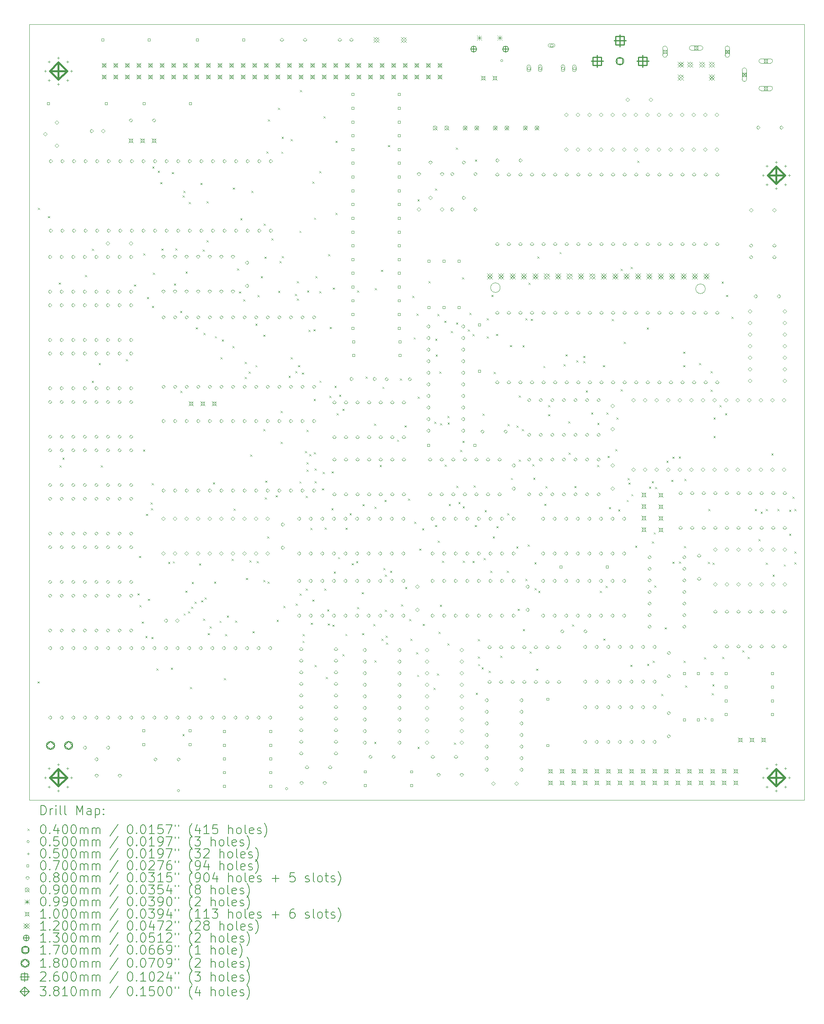
<source format=gbr>
%TF.GenerationSoftware,KiCad,Pcbnew,9.0.6*%
%TF.CreationDate,2026-01-15T01:14:31+00:00*%
%TF.ProjectId,EinsteinCE,45696e73-7465-4696-9e43-452e6b696361,rev?*%
%TF.SameCoordinates,Original*%
%TF.FileFunction,Drillmap*%
%TF.FilePolarity,Positive*%
%FSLAX45Y45*%
G04 Gerber Fmt 4.5, Leading zero omitted, Abs format (unit mm)*
G04 Created by KiCad (PCBNEW 9.0.6) date 2026-01-15 01:14:31*
%MOMM*%
%LPD*%
G01*
G04 APERTURE LIST*
%ADD10C,0.100000*%
%ADD11C,0.200000*%
%ADD12C,0.120000*%
%ADD13C,0.130000*%
%ADD14C,0.170000*%
%ADD15C,0.180000*%
%ADD16C,0.260000*%
%ADD17C,0.381000*%
G04 APERTURE END LIST*
D10*
X4776000Y-4418000D02*
X21776000Y-4418000D01*
X21776000Y-21428000D01*
X4776000Y-21428000D01*
X4776000Y-4418000D01*
X15103000Y-10189000D02*
G75*
G02*
X14893000Y-10189000I-105000J0D01*
G01*
X14893000Y-10189000D02*
G75*
G02*
X15103000Y-10189000I105000J0D01*
G01*
X19603000Y-10214000D02*
G75*
G02*
X19393000Y-10214000I-105000J0D01*
G01*
X19393000Y-10214000D02*
G75*
G02*
X19603000Y-10214000I105000J0D01*
G01*
D11*
D10*
X4953000Y-18823000D02*
X4993000Y-18863000D01*
X4993000Y-18823000D02*
X4953000Y-18863000D01*
X4963000Y-8438000D02*
X5003000Y-8478000D01*
X5003000Y-8438000D02*
X4963000Y-8478000D01*
X5184000Y-8620200D02*
X5224000Y-8660200D01*
X5224000Y-8620200D02*
X5184000Y-8660200D01*
X5417750Y-10076870D02*
X5457750Y-10116870D01*
X5457750Y-10076870D02*
X5417750Y-10116870D01*
X5438200Y-14088000D02*
X5478200Y-14128000D01*
X5478200Y-14088000D02*
X5438200Y-14128000D01*
X5498110Y-13914710D02*
X5538110Y-13954710D01*
X5538110Y-13914710D02*
X5498110Y-13954710D01*
X5991310Y-9910020D02*
X6031310Y-9950020D01*
X6031310Y-9910020D02*
X5991310Y-9950020D01*
X6143400Y-12229800D02*
X6183400Y-12269800D01*
X6183400Y-12229800D02*
X6143400Y-12269800D01*
X6148450Y-9333750D02*
X6188450Y-9373750D01*
X6188450Y-9333750D02*
X6148450Y-9373750D01*
X6293810Y-11843040D02*
X6333810Y-11883040D01*
X6333810Y-11843040D02*
X6293810Y-11883040D01*
X6340020Y-14088000D02*
X6380020Y-14128000D01*
X6380020Y-14088000D02*
X6340020Y-14128000D01*
X6893470Y-11756860D02*
X6933470Y-11796860D01*
X6933470Y-11756860D02*
X6893470Y-11796860D01*
X7071580Y-10118000D02*
X7111580Y-10158000D01*
X7111580Y-10118000D02*
X7071580Y-10158000D01*
X7145760Y-16893140D02*
X7185760Y-16933140D01*
X7185760Y-16893140D02*
X7145760Y-16933140D01*
X7179450Y-16071320D02*
X7219450Y-16111320D01*
X7219450Y-16071320D02*
X7179450Y-16111320D01*
X7188190Y-17152800D02*
X7228190Y-17192800D01*
X7228190Y-17152800D02*
X7188190Y-17192800D01*
X7241000Y-17510000D02*
X7281000Y-17550000D01*
X7281000Y-17510000D02*
X7241000Y-17550000D01*
X7268580Y-13738000D02*
X7308580Y-13778000D01*
X7308580Y-13738000D02*
X7268580Y-13778000D01*
X7272140Y-9435530D02*
X7312140Y-9475530D01*
X7312140Y-9435530D02*
X7272140Y-9475530D01*
X7320000Y-17829000D02*
X7360000Y-17869000D01*
X7360000Y-17829000D02*
X7320000Y-17869000D01*
X7332100Y-15149060D02*
X7372100Y-15189060D01*
X7372100Y-15149060D02*
X7332100Y-15189060D01*
X7353870Y-10392310D02*
X7393870Y-10432310D01*
X7393870Y-10392310D02*
X7353870Y-10432310D01*
X7375210Y-17009690D02*
X7415210Y-17049690D01*
X7415210Y-17009690D02*
X7375210Y-17049690D01*
X7432745Y-14895641D02*
X7472745Y-14935641D01*
X7472745Y-14895641D02*
X7432745Y-14935641D01*
X7443700Y-15027198D02*
X7483700Y-15067198D01*
X7483700Y-15027198D02*
X7443700Y-15067198D01*
X7448080Y-17849000D02*
X7488080Y-17889000D01*
X7488080Y-17849000D02*
X7448080Y-17889000D01*
X7458370Y-14474920D02*
X7498370Y-14514920D01*
X7498370Y-14474920D02*
X7458370Y-14514920D01*
X7462723Y-10585723D02*
X7502723Y-10625723D01*
X7502723Y-10585723D02*
X7462723Y-10625723D01*
X7472407Y-7530407D02*
X7512407Y-7570407D01*
X7512407Y-7530407D02*
X7472407Y-7570407D01*
X7482000Y-9858000D02*
X7522000Y-9898000D01*
X7522000Y-9858000D02*
X7482000Y-9898000D01*
X7563000Y-18540000D02*
X7603000Y-18580000D01*
X7603000Y-18540000D02*
X7563000Y-18580000D01*
X7590513Y-7625300D02*
X7630513Y-7665300D01*
X7630513Y-7625300D02*
X7590513Y-7665300D01*
X7643000Y-7875000D02*
X7683000Y-7915000D01*
X7683000Y-7875000D02*
X7643000Y-7915000D01*
X7673100Y-9330480D02*
X7713100Y-9370480D01*
X7713100Y-9330480D02*
X7673100Y-9370480D01*
X7819320Y-16201070D02*
X7859320Y-16241070D01*
X7859320Y-16201070D02*
X7819320Y-16241070D01*
X7878000Y-18524295D02*
X7918000Y-18564295D01*
X7918000Y-18524295D02*
X7878000Y-18564295D01*
X7899520Y-7655300D02*
X7939520Y-7695300D01*
X7939520Y-7655300D02*
X7899520Y-7695300D01*
X7919500Y-16189500D02*
X7959500Y-16229500D01*
X7959500Y-16189500D02*
X7919500Y-16229500D01*
X7946000Y-10096000D02*
X7986000Y-10136000D01*
X7986000Y-10096000D02*
X7946000Y-10136000D01*
X7976000Y-9329000D02*
X8016000Y-9369000D01*
X8016000Y-9329000D02*
X7976000Y-9369000D01*
X8080560Y-10699020D02*
X8120560Y-10739020D01*
X8120560Y-10699020D02*
X8080560Y-10739020D01*
X8082470Y-12452260D02*
X8122470Y-12492260D01*
X8122470Y-12452260D02*
X8082470Y-12492260D01*
X8131000Y-19977000D02*
X8171000Y-20017000D01*
X8171000Y-19977000D02*
X8131000Y-20017000D01*
X8134000Y-8167000D02*
X8174000Y-8207000D01*
X8174000Y-8167000D02*
X8134000Y-8207000D01*
X8155990Y-8067000D02*
X8195990Y-8107000D01*
X8195990Y-8067000D02*
X8155990Y-8107000D01*
X8157250Y-17331530D02*
X8197250Y-17371530D01*
X8197250Y-17331530D02*
X8157250Y-17371530D01*
X8194580Y-16831970D02*
X8234580Y-16871970D01*
X8234580Y-16831970D02*
X8194580Y-16871970D01*
X8199250Y-9832030D02*
X8239250Y-9872030D01*
X8239250Y-9832030D02*
X8199250Y-9872030D01*
X8254970Y-17283970D02*
X8294970Y-17323970D01*
X8294970Y-17283970D02*
X8254970Y-17323970D01*
X8270000Y-8312000D02*
X8310000Y-8352000D01*
X8310000Y-8312000D02*
X8270000Y-8352000D01*
X8299593Y-18942593D02*
X8339593Y-18982593D01*
X8339593Y-18942593D02*
X8299593Y-18982593D01*
X8321000Y-17185000D02*
X8361000Y-17225000D01*
X8361000Y-17185000D02*
X8321000Y-17225000D01*
X8336090Y-16641380D02*
X8376090Y-16681380D01*
X8376090Y-16641380D02*
X8336090Y-16681380D01*
X8399360Y-17075950D02*
X8439360Y-17115950D01*
X8439360Y-17075950D02*
X8399360Y-17115950D01*
X8425000Y-11059000D02*
X8465000Y-11099000D01*
X8465000Y-11059000D02*
X8425000Y-11099000D01*
X8496000Y-16238000D02*
X8536000Y-16278000D01*
X8536000Y-16238000D02*
X8496000Y-16278000D01*
X8524000Y-7892000D02*
X8564000Y-7932000D01*
X8564000Y-7892000D02*
X8524000Y-7932000D01*
X8544006Y-17045267D02*
X8584006Y-17085267D01*
X8584006Y-17045267D02*
X8544006Y-17085267D01*
X8577120Y-9350390D02*
X8617120Y-9390390D01*
X8617120Y-9350390D02*
X8577120Y-9390390D01*
X8588000Y-17448000D02*
X8628000Y-17488000D01*
X8628000Y-17448000D02*
X8588000Y-17488000D01*
X8591700Y-11181000D02*
X8631700Y-11221000D01*
X8631700Y-11181000D02*
X8591700Y-11221000D01*
X8618000Y-16978000D02*
X8658000Y-17018000D01*
X8658000Y-16978000D02*
X8618000Y-17018000D01*
X8663000Y-8294000D02*
X8703000Y-8334000D01*
X8703000Y-8294000D02*
X8663000Y-8334000D01*
X8663000Y-9151000D02*
X8703000Y-9191000D01*
X8703000Y-9151000D02*
X8663000Y-9191000D01*
X8684000Y-17763000D02*
X8724000Y-17803000D01*
X8724000Y-17763000D02*
X8684000Y-17803000D01*
X8728907Y-17613907D02*
X8768907Y-17653907D01*
X8768907Y-17613907D02*
X8728907Y-17653907D01*
X8800630Y-14457270D02*
X8840630Y-14497270D01*
X8840630Y-14457270D02*
X8800630Y-14497270D01*
X8826680Y-16635000D02*
X8866680Y-16675000D01*
X8866680Y-16635000D02*
X8826680Y-16675000D01*
X8843650Y-11253370D02*
X8883650Y-11293370D01*
X8883650Y-11253370D02*
X8843650Y-11293370D01*
X8944000Y-17494000D02*
X8984000Y-17534000D01*
X8984000Y-17494000D02*
X8944000Y-17534000D01*
X8964000Y-11715000D02*
X9004000Y-11755000D01*
X9004000Y-11715000D02*
X8964000Y-11755000D01*
X8995220Y-11324180D02*
X9035220Y-11364180D01*
X9035220Y-11324180D02*
X8995220Y-11364180D01*
X9042690Y-18750890D02*
X9082690Y-18790890D01*
X9082690Y-18750890D02*
X9042690Y-18790890D01*
X9069907Y-17786907D02*
X9109907Y-17826907D01*
X9109907Y-17786907D02*
X9069907Y-17826907D01*
X9105000Y-17381000D02*
X9145000Y-17421000D01*
X9145000Y-17381000D02*
X9105000Y-17421000D01*
X9211626Y-16133453D02*
X9251626Y-16173453D01*
X9251626Y-16133453D02*
X9211626Y-16173453D01*
X9229000Y-11471000D02*
X9269000Y-11511000D01*
X9269000Y-11471000D02*
X9229000Y-11511000D01*
X9235490Y-7994530D02*
X9275490Y-8034530D01*
X9275490Y-7994530D02*
X9235490Y-8034530D01*
X9256243Y-15033370D02*
X9296243Y-15073370D01*
X9296243Y-15033370D02*
X9256243Y-15073370D01*
X9290000Y-17488155D02*
X9330000Y-17528155D01*
X9330000Y-17488155D02*
X9290000Y-17528155D01*
X9329290Y-9768210D02*
X9369290Y-9808210D01*
X9369290Y-9768210D02*
X9329290Y-9808210D01*
X9369600Y-10271290D02*
X9409600Y-10311290D01*
X9409600Y-10271290D02*
X9369600Y-10311290D01*
X9403000Y-8667000D02*
X9443000Y-8707000D01*
X9443000Y-8667000D02*
X9403000Y-8707000D01*
X9464470Y-10446970D02*
X9504470Y-10486970D01*
X9504470Y-10446970D02*
X9464470Y-10486970D01*
X9498000Y-11815550D02*
X9538000Y-11855550D01*
X9538000Y-11815550D02*
X9498000Y-11855550D01*
X9500000Y-12146000D02*
X9540000Y-12186000D01*
X9540000Y-12146000D02*
X9500000Y-12186000D01*
X9524000Y-16552700D02*
X9564000Y-16592700D01*
X9564000Y-16552700D02*
X9524000Y-16592700D01*
X9587000Y-12030000D02*
X9627000Y-12070000D01*
X9627000Y-12030000D02*
X9587000Y-12070000D01*
X9599000Y-16166000D02*
X9639000Y-16206000D01*
X9639000Y-16166000D02*
X9599000Y-16206000D01*
X9619140Y-13847850D02*
X9659140Y-13887850D01*
X9659140Y-13847850D02*
X9619140Y-13887850D01*
X9643773Y-8065773D02*
X9683773Y-8105773D01*
X9683773Y-8065773D02*
X9643773Y-8105773D01*
X9668000Y-17722000D02*
X9708000Y-17762000D01*
X9708000Y-17722000D02*
X9668000Y-17762000D01*
X9732300Y-10975850D02*
X9772300Y-11015850D01*
X9772300Y-10975850D02*
X9732300Y-11015850D01*
X9732300Y-11888830D02*
X9772300Y-11928830D01*
X9772300Y-11888830D02*
X9732300Y-11928830D01*
X9764000Y-16182000D02*
X9804000Y-16222000D01*
X9804000Y-16182000D02*
X9764000Y-16222000D01*
X9778712Y-10351712D02*
X9818712Y-10391712D01*
X9818712Y-10351712D02*
X9778712Y-10391712D01*
X9851870Y-9936527D02*
X9891870Y-9976527D01*
X9891870Y-9936527D02*
X9851870Y-9976527D01*
X9903700Y-16602700D02*
X9943700Y-16642700D01*
X9943700Y-16602700D02*
X9903700Y-16642700D01*
X9904747Y-13292253D02*
X9944747Y-13332253D01*
X9944747Y-13292253D02*
X9904747Y-13332253D01*
X9908550Y-11219720D02*
X9948550Y-11259720D01*
X9948550Y-11219720D02*
X9908550Y-11259720D01*
X9916000Y-8785000D02*
X9956000Y-8825000D01*
X9956000Y-8785000D02*
X9916000Y-8825000D01*
X9932450Y-9508450D02*
X9972450Y-9548450D01*
X9972450Y-9508450D02*
X9932450Y-9548450D01*
X9941040Y-14786000D02*
X9981040Y-14826000D01*
X9981040Y-14786000D02*
X9941040Y-14826000D01*
X9946420Y-14420540D02*
X9986420Y-14460540D01*
X9986420Y-14420540D02*
X9946420Y-14460540D01*
X9973950Y-7201260D02*
X10013950Y-7241260D01*
X10013950Y-7201260D02*
X9973950Y-7241260D01*
X9989110Y-15642950D02*
X10029110Y-15682950D01*
X10029110Y-15642950D02*
X9989110Y-15682950D01*
X9998917Y-16633257D02*
X10038917Y-16673257D01*
X10038917Y-16633257D02*
X9998917Y-16673257D01*
X10006480Y-6497220D02*
X10046480Y-6537220D01*
X10046480Y-6497220D02*
X10006480Y-6537220D01*
X10081340Y-9105680D02*
X10121340Y-9145680D01*
X10121340Y-9105680D02*
X10081340Y-9145680D01*
X10176700Y-14742169D02*
X10216700Y-14782169D01*
X10216700Y-14742169D02*
X10176700Y-14782169D01*
X10197500Y-17471000D02*
X10237500Y-17511000D01*
X10237500Y-17471000D02*
X10197500Y-17511000D01*
X10225210Y-6245030D02*
X10265210Y-6285030D01*
X10265210Y-6245030D02*
X10225210Y-6285030D01*
X10230730Y-10260270D02*
X10270730Y-10300270D01*
X10270730Y-10260270D02*
X10230730Y-10300270D01*
X10264040Y-9604530D02*
X10304040Y-9644530D01*
X10304040Y-9604530D02*
X10264040Y-9644530D01*
X10285490Y-13569980D02*
X10325490Y-13609980D01*
X10325490Y-13569980D02*
X10285490Y-13609980D01*
X10287700Y-12894000D02*
X10327700Y-12934000D01*
X10327700Y-12894000D02*
X10287700Y-12934000D01*
X10299000Y-7207000D02*
X10339000Y-7247000D01*
X10339000Y-7207000D02*
X10299000Y-7247000D01*
X10307240Y-6880760D02*
X10347240Y-6920760D01*
X10347240Y-6880760D02*
X10307240Y-6920760D01*
X10310060Y-9498620D02*
X10350060Y-9538620D01*
X10350060Y-9498620D02*
X10310060Y-9538620D01*
X10347400Y-17167650D02*
X10387400Y-17207650D01*
X10387400Y-17167650D02*
X10347400Y-17207650D01*
X10460330Y-12122630D02*
X10500330Y-12162630D01*
X10500330Y-12122630D02*
X10460330Y-12162630D01*
X10504730Y-11715350D02*
X10544730Y-11755350D01*
X10544730Y-11715350D02*
X10504730Y-11755350D01*
X10506880Y-6931590D02*
X10546880Y-6971590D01*
X10546880Y-6931590D02*
X10506880Y-6971590D01*
X10597300Y-10326000D02*
X10637300Y-10366000D01*
X10637300Y-10326000D02*
X10597300Y-10366000D01*
X10610880Y-12019240D02*
X10650880Y-12059240D01*
X10650880Y-12019240D02*
X10610880Y-12059240D01*
X10619590Y-17118420D02*
X10659590Y-17158420D01*
X10659590Y-17118420D02*
X10619590Y-17158420D01*
X10641460Y-10427460D02*
X10681460Y-10467460D01*
X10681460Y-10427460D02*
X10641460Y-10467460D01*
X10644560Y-10044000D02*
X10684560Y-10084000D01*
X10684560Y-10044000D02*
X10644560Y-10084000D01*
X10668580Y-11888830D02*
X10708580Y-11928830D01*
X10708580Y-11888830D02*
X10668580Y-11928830D01*
X10696640Y-8942150D02*
X10736640Y-8982150D01*
X10736640Y-8942150D02*
X10696640Y-8982150D01*
X10697830Y-14436250D02*
X10737830Y-14476250D01*
X10737830Y-14436250D02*
X10697830Y-14476250D01*
X10702370Y-16894010D02*
X10742370Y-16934010D01*
X10742370Y-16894010D02*
X10702370Y-16934010D01*
X10707805Y-5853195D02*
X10747805Y-5893195D01*
X10747805Y-5853195D02*
X10707805Y-5893195D01*
X10752210Y-12049760D02*
X10792210Y-12089760D01*
X10792210Y-12049760D02*
X10752210Y-12089760D01*
X10765260Y-17932930D02*
X10805260Y-17972930D01*
X10805260Y-17932930D02*
X10765260Y-17972930D01*
X10768150Y-17787350D02*
X10808150Y-17827350D01*
X10808150Y-17787350D02*
X10768150Y-17827350D01*
X10820770Y-13774680D02*
X10860770Y-13814680D01*
X10860770Y-13774680D02*
X10820770Y-13814680D01*
X10835350Y-14754260D02*
X10875350Y-14794260D01*
X10875350Y-14754260D02*
X10835350Y-14794260D01*
X10837900Y-16787150D02*
X10877900Y-16827150D01*
X10877900Y-16787150D02*
X10837900Y-16827150D01*
X10853000Y-13308000D02*
X10893000Y-13348000D01*
X10893000Y-13308000D02*
X10853000Y-13348000D01*
X10855270Y-14015400D02*
X10895270Y-14055400D01*
X10895270Y-14015400D02*
X10855270Y-14055400D01*
X10856170Y-14179540D02*
X10896170Y-14219540D01*
X10896170Y-14179540D02*
X10856170Y-14219540D01*
X10867620Y-10249150D02*
X10907620Y-10289150D01*
X10907620Y-10249150D02*
X10867620Y-10289150D01*
X10899300Y-11115270D02*
X10939300Y-11155270D01*
X10939300Y-11115270D02*
X10899300Y-11155270D01*
X10913930Y-13842320D02*
X10953930Y-13882320D01*
X10953930Y-13842320D02*
X10913930Y-13882320D01*
X10939000Y-15454000D02*
X10979000Y-15494000D01*
X10979000Y-15454000D02*
X10939000Y-15494000D01*
X10948480Y-17534780D02*
X10988480Y-17574780D01*
X10988480Y-17534780D02*
X10948480Y-17574780D01*
X10982300Y-7864000D02*
X11022300Y-7904000D01*
X11022300Y-7864000D02*
X10982300Y-7904000D01*
X10983360Y-17027000D02*
X11023360Y-17067000D01*
X11023360Y-17027000D02*
X10983360Y-17067000D01*
X11009210Y-11100630D02*
X11049210Y-11140630D01*
X11049210Y-11100630D02*
X11009210Y-11140630D01*
X11011850Y-12630150D02*
X11051850Y-12670150D01*
X11051850Y-12630150D02*
X11011850Y-12670150D01*
X11016530Y-13799520D02*
X11056530Y-13839520D01*
X11056530Y-13799520D02*
X11016530Y-13839520D01*
X11020370Y-8653500D02*
X11060370Y-8693500D01*
X11060370Y-8653500D02*
X11020370Y-8693500D01*
X11033630Y-14155630D02*
X11073630Y-14195630D01*
X11073630Y-14155630D02*
X11033630Y-14195630D01*
X11033940Y-14433840D02*
X11073940Y-14473840D01*
X11073940Y-14433840D02*
X11033940Y-14473840D01*
X11034000Y-18460000D02*
X11074000Y-18500000D01*
X11074000Y-18460000D02*
X11034000Y-18500000D01*
X11048920Y-9935000D02*
X11088920Y-9975000D01*
X11088920Y-9935000D02*
X11048920Y-9975000D01*
X11132050Y-7632580D02*
X11172050Y-7672580D01*
X11172050Y-7632580D02*
X11132050Y-7672580D01*
X11132220Y-10269000D02*
X11172220Y-10309000D01*
X11172220Y-10269000D02*
X11132220Y-10309000D01*
X11137200Y-12226360D02*
X11177200Y-12266360D01*
X11177200Y-12226360D02*
X11137200Y-12266360D01*
X11191000Y-14588000D02*
X11231000Y-14628000D01*
X11231000Y-14588000D02*
X11191000Y-14628000D01*
X11212060Y-14231130D02*
X11252060Y-14271130D01*
X11252060Y-14231130D02*
X11212060Y-14271130D01*
X11223950Y-6431380D02*
X11263950Y-6471380D01*
X11263950Y-6431380D02*
X11223950Y-6471380D01*
X11241000Y-16786330D02*
X11281000Y-16826330D01*
X11281000Y-16786330D02*
X11241000Y-16826330D01*
X11250450Y-15451500D02*
X11290450Y-15491500D01*
X11290450Y-15451500D02*
X11250450Y-15491500D01*
X11279000Y-18727000D02*
X11319000Y-18767000D01*
X11319000Y-18727000D02*
X11279000Y-18767000D01*
X11306000Y-17240520D02*
X11346000Y-17280520D01*
X11346000Y-17240520D02*
X11306000Y-17280520D01*
X11319700Y-17552070D02*
X11359700Y-17592070D01*
X11359700Y-17552070D02*
X11319700Y-17592070D01*
X11328080Y-9456410D02*
X11368080Y-9496410D01*
X11368080Y-9456410D02*
X11328080Y-9496410D01*
X11353000Y-12562000D02*
X11393000Y-12602000D01*
X11393000Y-12562000D02*
X11353000Y-12602000D01*
X11365070Y-11050340D02*
X11405070Y-11090340D01*
X11405070Y-11050340D02*
X11365070Y-11090340D01*
X11400480Y-15023360D02*
X11440480Y-15063360D01*
X11440480Y-15023360D02*
X11400480Y-15063360D01*
X11403390Y-14215900D02*
X11443390Y-14255900D01*
X11443390Y-14215900D02*
X11403390Y-14255900D01*
X11422000Y-17578000D02*
X11462000Y-17618000D01*
X11462000Y-17578000D02*
X11422000Y-17618000D01*
X11430000Y-10186000D02*
X11470000Y-10226000D01*
X11470000Y-10186000D02*
X11430000Y-10226000D01*
X11451000Y-16410810D02*
X11491000Y-16450810D01*
X11491000Y-16410810D02*
X11451000Y-16450810D01*
X11469000Y-12339000D02*
X11509000Y-12379000D01*
X11509000Y-12339000D02*
X11469000Y-12379000D01*
X11486910Y-8546370D02*
X11526910Y-8586370D01*
X11526910Y-8546370D02*
X11486910Y-8586370D01*
X11491970Y-6968240D02*
X11531970Y-7008240D01*
X11531970Y-6968240D02*
X11491970Y-7008240D01*
X11514550Y-12943950D02*
X11554550Y-12983950D01*
X11554550Y-12943950D02*
X11514550Y-12983950D01*
X11544950Y-16096000D02*
X11584950Y-16136000D01*
X11584950Y-16096000D02*
X11544950Y-16136000D01*
X11570250Y-12533350D02*
X11610250Y-12573350D01*
X11610250Y-12533350D02*
X11570250Y-12573350D01*
X11640200Y-12844600D02*
X11680200Y-12884600D01*
X11680200Y-12844600D02*
X11640200Y-12884600D01*
X11644000Y-18225000D02*
X11684000Y-18265000D01*
X11684000Y-18225000D02*
X11644000Y-18265000D01*
X11704903Y-17779920D02*
X11744903Y-17819920D01*
X11744903Y-17779920D02*
X11704903Y-17819920D01*
X11710760Y-15451820D02*
X11750760Y-15491820D01*
X11750760Y-15451820D02*
X11710760Y-15491820D01*
X11799310Y-15132550D02*
X11839310Y-15172550D01*
X11839310Y-15132550D02*
X11799310Y-15172550D01*
X11847570Y-16232360D02*
X11887570Y-16272360D01*
X11887570Y-16232360D02*
X11847570Y-16272360D01*
X11943000Y-16186100D02*
X11983000Y-16226100D01*
X11983000Y-16186100D02*
X11943000Y-16226100D01*
X11963690Y-17194640D02*
X12003690Y-17234640D01*
X12003690Y-17194640D02*
X11963690Y-17234640D01*
X11965000Y-10247000D02*
X12005000Y-10287000D01*
X12005000Y-10247000D02*
X11965000Y-10287000D01*
X12066480Y-16865620D02*
X12106480Y-16905620D01*
X12106480Y-16865620D02*
X12066480Y-16905620D01*
X12074000Y-17764520D02*
X12114000Y-17804520D01*
X12114000Y-17764520D02*
X12074000Y-17804520D01*
X12080880Y-14935380D02*
X12120880Y-14975380D01*
X12120880Y-14935380D02*
X12080880Y-14975380D01*
X12147590Y-12137750D02*
X12187590Y-12177750D01*
X12187590Y-12137750D02*
X12147590Y-12177750D01*
X12318000Y-17563050D02*
X12358000Y-17603050D01*
X12358000Y-17563050D02*
X12318000Y-17603050D01*
X12337010Y-13172350D02*
X12377010Y-13212350D01*
X12377010Y-13172350D02*
X12337010Y-13212350D01*
X12340000Y-20146000D02*
X12380000Y-20186000D01*
X12380000Y-20146000D02*
X12340000Y-20186000D01*
X12344700Y-18364000D02*
X12384700Y-18404000D01*
X12384700Y-18364000D02*
X12344700Y-18404000D01*
X12346250Y-14988610D02*
X12386250Y-15028610D01*
X12386250Y-14988610D02*
X12346250Y-15028610D01*
X12350000Y-10200000D02*
X12390000Y-10240000D01*
X12390000Y-10200000D02*
X12350000Y-10240000D01*
X12458000Y-14079500D02*
X12498000Y-14119500D01*
X12498000Y-14079500D02*
X12458000Y-14119500D01*
X12485210Y-9796580D02*
X12525210Y-9836580D01*
X12525210Y-9796580D02*
X12485210Y-9836580D01*
X12497580Y-17889650D02*
X12537580Y-17929650D01*
X12537580Y-17889650D02*
X12497580Y-17929650D01*
X12518240Y-12362860D02*
X12558240Y-12402860D01*
X12558240Y-12362860D02*
X12518240Y-12402860D01*
X12541200Y-16336200D02*
X12581200Y-16376200D01*
X12581200Y-16336200D02*
X12541200Y-16376200D01*
X12566550Y-14842120D02*
X12606550Y-14882120D01*
X12606550Y-14842120D02*
X12566550Y-14882120D01*
X12570390Y-16483830D02*
X12610390Y-16523830D01*
X12610390Y-16483830D02*
X12570390Y-16523830D01*
X12574750Y-17252000D02*
X12614750Y-17292000D01*
X12614750Y-17252000D02*
X12574750Y-17292000D01*
X12591216Y-17816950D02*
X12631216Y-17856950D01*
X12631216Y-17816950D02*
X12591216Y-17856950D01*
X12599520Y-17974200D02*
X12639520Y-18014200D01*
X12639520Y-17974200D02*
X12599520Y-18014200D01*
X12641000Y-7062000D02*
X12681000Y-7102000D01*
X12681000Y-7062000D02*
X12641000Y-7102000D01*
X12686520Y-16395780D02*
X12726520Y-16435780D01*
X12726520Y-16395780D02*
X12686520Y-16435780D01*
X12840250Y-13521880D02*
X12880250Y-13561880D01*
X12880250Y-13521880D02*
X12840250Y-13561880D01*
X12900910Y-12179280D02*
X12940910Y-12219280D01*
X12940910Y-12179280D02*
X12900910Y-12219280D01*
X12927210Y-17133240D02*
X12967210Y-17173240D01*
X12967210Y-17133240D02*
X12927210Y-17173240D01*
X13003000Y-13209770D02*
X13043000Y-13249770D01*
X13043000Y-13209770D02*
X13003000Y-13249770D01*
X13016680Y-16753750D02*
X13056680Y-16793750D01*
X13056680Y-16753750D02*
X13016680Y-16793750D01*
X13082470Y-14812800D02*
X13122470Y-14852800D01*
X13122470Y-14812800D02*
X13082470Y-14852800D01*
X13104360Y-17452180D02*
X13144360Y-17492180D01*
X13144360Y-17452180D02*
X13104360Y-17492180D01*
X13128907Y-17888907D02*
X13168907Y-17928907D01*
X13168907Y-17888907D02*
X13128907Y-17928907D01*
X13176000Y-10367000D02*
X13216000Y-10407000D01*
X13216000Y-10367000D02*
X13176000Y-10407000D01*
X13203320Y-11278520D02*
X13243320Y-11318520D01*
X13243320Y-11278520D02*
X13203320Y-11318520D01*
X13216650Y-15324290D02*
X13256650Y-15364290D01*
X13256650Y-15324290D02*
X13216650Y-15364290D01*
X13258000Y-18186000D02*
X13298000Y-18226000D01*
X13298000Y-18186000D02*
X13258000Y-18226000D01*
X13267530Y-10759770D02*
X13307530Y-10799770D01*
X13307530Y-10759770D02*
X13267530Y-10799770D01*
X13280470Y-18679470D02*
X13320470Y-18719470D01*
X13320470Y-18679470D02*
X13280470Y-18719470D01*
X13288000Y-20257610D02*
X13328000Y-20297610D01*
X13328000Y-20257610D02*
X13288000Y-20297610D01*
X13289020Y-8253840D02*
X13329020Y-8293840D01*
X13329020Y-8253840D02*
X13289020Y-8293840D01*
X13293970Y-12578400D02*
X13333970Y-12618400D01*
X13333970Y-12578400D02*
X13293970Y-12618400D01*
X13326170Y-15909440D02*
X13366170Y-15949440D01*
X13366170Y-15909440D02*
X13326170Y-15949440D01*
X13389650Y-15466720D02*
X13429650Y-15506720D01*
X13429650Y-15466720D02*
X13389650Y-15506720D01*
X13405380Y-17562010D02*
X13445380Y-17602010D01*
X13445380Y-17562010D02*
X13405380Y-17602010D01*
X13530530Y-10044660D02*
X13570530Y-10084660D01*
X13570530Y-10044660D02*
X13530530Y-10084660D01*
X13639240Y-18964090D02*
X13679240Y-19004090D01*
X13679240Y-18964090D02*
X13639240Y-19004090D01*
X13657230Y-13130750D02*
X13697230Y-13170750D01*
X13697230Y-13130750D02*
X13657230Y-13170750D01*
X13671620Y-8013520D02*
X13711620Y-8053520D01*
X13711620Y-8013520D02*
X13671620Y-8053520D01*
X13676230Y-15394370D02*
X13716230Y-15434370D01*
X13716230Y-15394370D02*
X13676230Y-15434370D01*
X13678370Y-11305920D02*
X13718370Y-11345920D01*
X13718370Y-11305920D02*
X13678370Y-11345920D01*
X13685720Y-11656310D02*
X13725720Y-11696310D01*
X13725720Y-11656310D02*
X13685720Y-11696310D01*
X13715000Y-18649000D02*
X13755000Y-18689000D01*
X13755000Y-18649000D02*
X13715000Y-18689000D01*
X13722450Y-10764470D02*
X13762450Y-10804470D01*
X13762450Y-10764470D02*
X13722450Y-10804470D01*
X13735000Y-15736900D02*
X13775000Y-15776900D01*
X13775000Y-15736900D02*
X13735000Y-15776900D01*
X13752500Y-17735300D02*
X13792500Y-17775300D01*
X13792500Y-17735300D02*
X13752500Y-17775300D01*
X13765990Y-12030350D02*
X13805990Y-12070350D01*
X13805990Y-12030350D02*
X13765990Y-12070350D01*
X13779000Y-17139000D02*
X13819000Y-17179000D01*
X13819000Y-17139000D02*
X13779000Y-17179000D01*
X13784140Y-13164390D02*
X13824140Y-13204390D01*
X13824140Y-13164390D02*
X13784140Y-13204390D01*
X13829000Y-16178270D02*
X13869000Y-16218270D01*
X13869000Y-16178270D02*
X13829000Y-16218270D01*
X13875000Y-10913790D02*
X13915000Y-10953790D01*
X13915000Y-10913790D02*
X13875000Y-10953790D01*
X13886810Y-14069370D02*
X13926810Y-14109370D01*
X13926810Y-14069370D02*
X13886810Y-14109370D01*
X13944960Y-17990000D02*
X13984960Y-18030000D01*
X13984960Y-17990000D02*
X13944960Y-18030000D01*
X13946000Y-13001000D02*
X13986000Y-13041000D01*
X13986000Y-13001000D02*
X13946000Y-13041000D01*
X13948050Y-13143850D02*
X13988050Y-13183850D01*
X13988050Y-13143850D02*
X13948050Y-13183850D01*
X13974353Y-14930370D02*
X14014353Y-14970370D01*
X14014353Y-14930370D02*
X13974353Y-14970370D01*
X14023133Y-11137347D02*
X14063133Y-11177347D01*
X14063133Y-11137347D02*
X14023133Y-11177347D01*
X14089000Y-20165000D02*
X14129000Y-20205000D01*
X14129000Y-20165000D02*
X14089000Y-20205000D01*
X14133000Y-7119000D02*
X14173000Y-7159000D01*
X14173000Y-7119000D02*
X14133000Y-7159000D01*
X14134530Y-10951530D02*
X14174530Y-10991530D01*
X14174530Y-10951530D02*
X14134530Y-10991530D01*
X14136640Y-14533170D02*
X14176640Y-14573170D01*
X14176640Y-14533170D02*
X14136640Y-14573170D01*
X14184980Y-14886760D02*
X14224980Y-14926760D01*
X14224980Y-14886760D02*
X14184980Y-14926760D01*
X14225700Y-13748730D02*
X14265700Y-13788730D01*
X14265700Y-13748730D02*
X14225700Y-13788730D01*
X14265840Y-9964790D02*
X14305840Y-10004790D01*
X14305840Y-9964790D02*
X14265840Y-10004790D01*
X14273660Y-13547980D02*
X14313660Y-13587980D01*
X14313660Y-13547980D02*
X14273660Y-13587980D01*
X14278660Y-14983530D02*
X14318660Y-15023530D01*
X14318660Y-14983530D02*
X14278660Y-15023530D01*
X14285070Y-16177830D02*
X14325070Y-16217830D01*
X14325070Y-16177830D02*
X14285070Y-16217830D01*
X14393090Y-11102330D02*
X14433090Y-11142330D01*
X14433090Y-11102330D02*
X14393090Y-11142330D01*
X14428330Y-10739670D02*
X14468330Y-10779670D01*
X14468330Y-10739670D02*
X14428330Y-10779670D01*
X14491900Y-16180030D02*
X14531900Y-16220030D01*
X14531900Y-16180030D02*
X14491900Y-16220030D01*
X14492000Y-11207000D02*
X14532000Y-11247000D01*
X14532000Y-11207000D02*
X14492000Y-11247000D01*
X14522000Y-14525000D02*
X14562000Y-14565000D01*
X14562000Y-14525000D02*
X14522000Y-14565000D01*
X14548500Y-15394370D02*
X14588500Y-15434370D01*
X14588500Y-15394370D02*
X14548500Y-15434370D01*
X14549000Y-7377000D02*
X14589000Y-7417000D01*
X14589000Y-7377000D02*
X14549000Y-7417000D01*
X14567593Y-19069593D02*
X14607593Y-19109593D01*
X14607593Y-19069593D02*
X14567593Y-19109593D01*
X14612257Y-17892743D02*
X14652257Y-17932743D01*
X14652257Y-17892743D02*
X14612257Y-17932743D01*
X14613000Y-18275000D02*
X14653000Y-18315000D01*
X14653000Y-18275000D02*
X14613000Y-18315000D01*
X14616770Y-18440650D02*
X14656770Y-18480650D01*
X14656770Y-18440650D02*
X14616770Y-18480650D01*
X14694720Y-18514230D02*
X14734720Y-18554230D01*
X14734720Y-18514230D02*
X14694720Y-18554230D01*
X14717850Y-12950750D02*
X14757850Y-12990750D01*
X14757850Y-12950750D02*
X14717850Y-12990750D01*
X14739000Y-16117980D02*
X14779000Y-16157980D01*
X14779000Y-16117980D02*
X14739000Y-16157980D01*
X14761870Y-15064870D02*
X14801870Y-15104870D01*
X14801870Y-15064870D02*
X14761870Y-15104870D01*
X14805060Y-10858850D02*
X14845060Y-10898850D01*
X14845060Y-10858850D02*
X14805060Y-10898850D01*
X14805060Y-11254670D02*
X14845060Y-11294670D01*
X14845060Y-11254670D02*
X14805060Y-11294670D01*
X14850260Y-18588240D02*
X14890260Y-18628240D01*
X14890260Y-18588240D02*
X14850260Y-18628240D01*
X14885920Y-16397710D02*
X14925920Y-16437710D01*
X14925920Y-16397710D02*
X14885920Y-16437710D01*
X14907000Y-10347180D02*
X14947000Y-10387180D01*
X14947000Y-10347180D02*
X14907000Y-10387180D01*
X14938610Y-15642950D02*
X14978610Y-15682950D01*
X14978610Y-15642950D02*
X14938610Y-15682950D01*
X14959530Y-12038820D02*
X14999530Y-12078820D01*
X14999530Y-12038820D02*
X14959530Y-12078820D01*
X15011577Y-11201640D02*
X15051577Y-11241640D01*
X15051577Y-11201640D02*
X15011577Y-11241640D01*
X15021510Y-15418320D02*
X15061510Y-15458320D01*
X15061510Y-15418320D02*
X15021510Y-15458320D01*
X15104000Y-18257170D02*
X15144000Y-18297170D01*
X15144000Y-18257170D02*
X15104000Y-18297170D01*
X15247000Y-16397710D02*
X15287000Y-16437710D01*
X15287000Y-16397710D02*
X15247000Y-16437710D01*
X15255790Y-15133920D02*
X15295790Y-15173920D01*
X15295790Y-15133920D02*
X15255790Y-15173920D01*
X15266600Y-13177640D02*
X15306600Y-13217640D01*
X15306600Y-13177640D02*
X15266600Y-13217640D01*
X15316040Y-11447470D02*
X15356040Y-11487470D01*
X15356040Y-11447470D02*
X15316040Y-11487470D01*
X15337770Y-14359930D02*
X15377770Y-14399930D01*
X15377770Y-14359930D02*
X15337770Y-14399930D01*
X15456040Y-15861710D02*
X15496040Y-15901710D01*
X15496040Y-15861710D02*
X15456040Y-15901710D01*
X15458170Y-13213520D02*
X15498170Y-13253520D01*
X15498170Y-13213520D02*
X15458170Y-13253520D01*
X15486140Y-17231000D02*
X15526140Y-17271000D01*
X15526140Y-17231000D02*
X15486140Y-17271000D01*
X15509973Y-12551000D02*
X15549973Y-12591000D01*
X15549973Y-12551000D02*
X15509973Y-12591000D01*
X15510750Y-13960100D02*
X15550750Y-14000100D01*
X15550750Y-13960100D02*
X15510750Y-14000100D01*
X15575810Y-13287960D02*
X15615810Y-13327960D01*
X15615810Y-13287960D02*
X15575810Y-13327960D01*
X15590220Y-11450150D02*
X15630220Y-11490150D01*
X15630220Y-11450150D02*
X15590220Y-11490150D01*
X15599660Y-17675470D02*
X15639660Y-17715470D01*
X15639660Y-17675470D02*
X15599660Y-17715470D01*
X15652410Y-10859370D02*
X15692410Y-10899370D01*
X15692410Y-10859370D02*
X15652410Y-10899370D01*
X15655460Y-16574050D02*
X15695460Y-16614050D01*
X15695460Y-16574050D02*
X15655460Y-16614050D01*
X15707870Y-15818570D02*
X15747870Y-15858570D01*
X15747870Y-15818570D02*
X15707870Y-15858570D01*
X15721000Y-10079000D02*
X15761000Y-10119000D01*
X15761000Y-10079000D02*
X15721000Y-10119000D01*
X15750820Y-18168520D02*
X15790820Y-18208520D01*
X15790820Y-18168520D02*
X15750820Y-18208520D01*
X15771000Y-10872000D02*
X15811000Y-10912000D01*
X15811000Y-10872000D02*
X15771000Y-10912000D01*
X15809160Y-14059390D02*
X15849160Y-14099390D01*
X15849160Y-14059390D02*
X15809160Y-14099390D01*
X15828870Y-14355050D02*
X15868870Y-14395050D01*
X15868870Y-14355050D02*
X15828870Y-14395050D01*
X15853770Y-16211170D02*
X15893770Y-16251170D01*
X15893770Y-16211170D02*
X15853770Y-16251170D01*
X15854870Y-16776880D02*
X15894870Y-16816880D01*
X15894870Y-16776880D02*
X15854870Y-16816880D01*
X15894350Y-18542820D02*
X15934350Y-18582820D01*
X15934350Y-18542820D02*
X15894350Y-18582820D01*
X15919240Y-9504920D02*
X15959240Y-9544920D01*
X15959240Y-9504920D02*
X15919240Y-9544920D01*
X15938060Y-16839260D02*
X15978060Y-16879260D01*
X15978060Y-16839260D02*
X15938060Y-16879260D01*
X16048820Y-11904550D02*
X16088820Y-11944550D01*
X16088820Y-11904550D02*
X16048820Y-11944550D01*
X16069520Y-14928730D02*
X16109520Y-14968730D01*
X16109520Y-14928730D02*
X16069520Y-14968730D01*
X16094000Y-14540000D02*
X16134000Y-14580000D01*
X16134000Y-14540000D02*
X16094000Y-14580000D01*
X16153140Y-12762190D02*
X16193140Y-12802190D01*
X16193140Y-12762190D02*
X16153140Y-12802190D01*
X16155000Y-12964000D02*
X16195000Y-13004000D01*
X16195000Y-12964000D02*
X16155000Y-13004000D01*
X16404000Y-9408000D02*
X16444000Y-9448000D01*
X16444000Y-9408000D02*
X16404000Y-9448000D01*
X16495288Y-11869288D02*
X16535288Y-11909288D01*
X16535288Y-11869288D02*
X16495288Y-11909288D01*
X16536310Y-11651620D02*
X16576310Y-11691620D01*
X16576310Y-11651620D02*
X16536310Y-11691620D01*
X16591550Y-13120400D02*
X16631550Y-13160400D01*
X16631550Y-13120400D02*
X16591550Y-13160400D01*
X16604970Y-13804060D02*
X16644970Y-13844060D01*
X16644970Y-13804060D02*
X16604970Y-13844060D01*
X16679000Y-17572000D02*
X16719000Y-17612000D01*
X16719000Y-17572000D02*
X16679000Y-17612000D01*
X16730110Y-14539000D02*
X16770110Y-14579000D01*
X16770110Y-14539000D02*
X16730110Y-14579000D01*
X16774300Y-11779907D02*
X16814300Y-11819907D01*
X16814300Y-11779907D02*
X16774300Y-11819907D01*
X16923255Y-11796950D02*
X16963255Y-11836950D01*
X16963255Y-11796950D02*
X16923255Y-11836950D01*
X16923300Y-11686000D02*
X16963300Y-11726000D01*
X16963300Y-11686000D02*
X16923300Y-11726000D01*
X16980593Y-12441407D02*
X17020593Y-12481407D01*
X17020593Y-12441407D02*
X16980593Y-12481407D01*
X17097187Y-12924000D02*
X17137187Y-12964000D01*
X17137187Y-12924000D02*
X17097187Y-12964000D01*
X17228470Y-14079500D02*
X17268470Y-14119500D01*
X17268470Y-14079500D02*
X17228470Y-14119500D01*
X17234000Y-13154000D02*
X17274000Y-13194000D01*
X17274000Y-13154000D02*
X17234000Y-13194000D01*
X17290000Y-16837000D02*
X17330000Y-16877000D01*
X17330000Y-16837000D02*
X17290000Y-16877000D01*
X17357300Y-11889000D02*
X17397300Y-11929000D01*
X17397300Y-11889000D02*
X17357300Y-11929000D01*
X17362000Y-17881700D02*
X17402000Y-17921700D01*
X17402000Y-17881700D02*
X17362000Y-17921700D01*
X17417000Y-16727000D02*
X17457000Y-16767000D01*
X17457000Y-16727000D02*
X17417000Y-16767000D01*
X17430000Y-12924220D02*
X17470000Y-12964220D01*
X17470000Y-12924220D02*
X17430000Y-12964220D01*
X17457200Y-13876760D02*
X17497200Y-13916760D01*
X17497200Y-13876760D02*
X17457200Y-13916760D01*
X17487907Y-14998907D02*
X17527907Y-15038907D01*
X17527907Y-14998907D02*
X17487907Y-15038907D01*
X17549230Y-10878000D02*
X17589230Y-10918000D01*
X17589230Y-10878000D02*
X17549230Y-10918000D01*
X17627130Y-13728230D02*
X17667130Y-13768230D01*
X17667130Y-13728230D02*
X17627130Y-13768230D01*
X17651560Y-13035130D02*
X17691560Y-13075130D01*
X17691560Y-13035130D02*
X17651560Y-13075130D01*
X17692000Y-15053000D02*
X17732000Y-15093000D01*
X17732000Y-15053000D02*
X17692000Y-15093000D01*
X17746250Y-9773340D02*
X17786250Y-9813340D01*
X17786250Y-9773340D02*
X17746250Y-9813340D01*
X17747570Y-12415000D02*
X17787570Y-12455000D01*
X17787570Y-12415000D02*
X17747570Y-12455000D01*
X17811000Y-11376000D02*
X17851000Y-11416000D01*
X17851000Y-11376000D02*
X17811000Y-11416000D01*
X17878000Y-14842000D02*
X17918000Y-14882000D01*
X17918000Y-14842000D02*
X17878000Y-14882000D01*
X17895760Y-14365573D02*
X17935760Y-14405573D01*
X17935760Y-14365573D02*
X17895760Y-14405573D01*
X17918300Y-14463000D02*
X17958300Y-14503000D01*
X17958300Y-14463000D02*
X17918300Y-14503000D01*
X17959000Y-18459000D02*
X17999000Y-18499000D01*
X17999000Y-18459000D02*
X17959000Y-18499000D01*
X17964160Y-9731870D02*
X18004160Y-9771870D01*
X18004160Y-9731870D02*
X17964160Y-9771870D01*
X17978907Y-14716907D02*
X18018907Y-14756907D01*
X18018907Y-14716907D02*
X17978907Y-14756907D01*
X18063000Y-15846000D02*
X18103000Y-15886000D01*
X18103000Y-15846000D02*
X18063000Y-15886000D01*
X18107780Y-7406220D02*
X18147780Y-7446220D01*
X18147780Y-7406220D02*
X18107780Y-7446220D01*
X18317000Y-11060000D02*
X18357000Y-11100000D01*
X18357000Y-11060000D02*
X18317000Y-11100000D01*
X18324907Y-18440093D02*
X18364907Y-18480093D01*
X18364907Y-18440093D02*
X18324907Y-18480093D01*
X18369000Y-14550000D02*
X18409000Y-14590000D01*
X18409000Y-14550000D02*
X18369000Y-14590000D01*
X18426808Y-14430622D02*
X18466808Y-14470622D01*
X18466808Y-14430622D02*
X18426808Y-14470622D01*
X18434092Y-15755908D02*
X18474092Y-15795908D01*
X18474092Y-15755908D02*
X18434092Y-15795908D01*
X18451000Y-18366700D02*
X18491000Y-18406700D01*
X18491000Y-18366700D02*
X18451000Y-18406700D01*
X18469610Y-15555420D02*
X18509610Y-15595420D01*
X18509610Y-15555420D02*
X18469610Y-15595420D01*
X18485000Y-16720000D02*
X18525000Y-16760000D01*
X18525000Y-16720000D02*
X18485000Y-16760000D01*
X18499550Y-14557550D02*
X18539550Y-14597550D01*
X18539550Y-14557550D02*
X18499550Y-14597550D01*
X18636000Y-19095000D02*
X18676000Y-19135000D01*
X18676000Y-19095000D02*
X18636000Y-19135000D01*
X18714000Y-17636000D02*
X18754000Y-17676000D01*
X18754000Y-17636000D02*
X18714000Y-17676000D01*
X18750000Y-13986000D02*
X18790000Y-14026000D01*
X18790000Y-13986000D02*
X18750000Y-14026000D01*
X18852809Y-14403048D02*
X18892809Y-14443048D01*
X18892809Y-14403048D02*
X18852809Y-14443048D01*
X18880300Y-16197499D02*
X18920300Y-16237499D01*
X18920300Y-16197499D02*
X18880300Y-16237499D01*
X18882000Y-13894000D02*
X18922000Y-13934000D01*
X18922000Y-13894000D02*
X18882000Y-13934000D01*
X19019908Y-13892908D02*
X19059908Y-13932908D01*
X19059908Y-13892908D02*
X19019908Y-13932908D01*
X19027000Y-16195000D02*
X19067000Y-16235000D01*
X19067000Y-16195000D02*
X19027000Y-16235000D01*
X19115000Y-11888000D02*
X19155000Y-11928000D01*
X19155000Y-11888000D02*
X19115000Y-11928000D01*
X19118000Y-11591000D02*
X19158000Y-11631000D01*
X19158000Y-11591000D02*
X19118000Y-11631000D01*
X19127513Y-18366700D02*
X19167513Y-18406700D01*
X19167513Y-18366700D02*
X19127513Y-18406700D01*
X19136093Y-15851907D02*
X19176093Y-15891907D01*
X19176093Y-15851907D02*
X19136093Y-15891907D01*
X19143370Y-14383760D02*
X19183370Y-14423760D01*
X19183370Y-14383760D02*
X19143370Y-14423760D01*
X19163000Y-18913000D02*
X19203000Y-18953000D01*
X19203000Y-18913000D02*
X19163000Y-18953000D01*
X19464000Y-11840870D02*
X19504000Y-11880870D01*
X19504000Y-11840870D02*
X19464000Y-11880870D01*
X19573213Y-18290787D02*
X19613213Y-18330787D01*
X19613213Y-18290787D02*
X19573213Y-18330787D01*
X19580700Y-19615840D02*
X19620700Y-19655840D01*
X19620700Y-19615840D02*
X19580700Y-19655840D01*
X19662000Y-16205000D02*
X19702000Y-16245000D01*
X19702000Y-16205000D02*
X19662000Y-16245000D01*
X19669000Y-15044000D02*
X19709000Y-15084000D01*
X19709000Y-15044000D02*
X19669000Y-15084000D01*
X19718000Y-12021000D02*
X19758000Y-12061000D01*
X19758000Y-12021000D02*
X19718000Y-12061000D01*
X19718000Y-12425500D02*
X19758000Y-12465500D01*
X19758000Y-12425500D02*
X19718000Y-12465500D01*
X19744000Y-19081920D02*
X19784000Y-19121920D01*
X19784000Y-19081920D02*
X19744000Y-19121920D01*
X19756970Y-18883270D02*
X19796970Y-18923270D01*
X19796970Y-18883270D02*
X19756970Y-18923270D01*
X19760902Y-16219778D02*
X19800902Y-16259778D01*
X19800902Y-16219778D02*
X19760902Y-16259778D01*
X19783000Y-13037000D02*
X19823000Y-13077000D01*
X19823000Y-13037000D02*
X19783000Y-13077000D01*
X19783000Y-13442000D02*
X19823000Y-13482000D01*
X19823000Y-13442000D02*
X19783000Y-13482000D01*
X19912000Y-12764000D02*
X19952000Y-12804000D01*
X19952000Y-12764000D02*
X19912000Y-12804000D01*
X19960040Y-10056000D02*
X20000040Y-10096000D01*
X20000040Y-10056000D02*
X19960040Y-10096000D01*
X19975002Y-18282812D02*
X20015002Y-18322812D01*
X20015002Y-18282812D02*
X19975002Y-18322812D01*
X20036500Y-12940000D02*
X20076500Y-12980000D01*
X20076500Y-12940000D02*
X20036500Y-12980000D01*
X20058100Y-10347180D02*
X20098100Y-10387180D01*
X20098100Y-10347180D02*
X20058100Y-10387180D01*
X20178470Y-10826000D02*
X20218470Y-10866000D01*
X20218470Y-10826000D02*
X20178470Y-10866000D01*
X20414660Y-18140080D02*
X20454660Y-18180080D01*
X20454660Y-18140080D02*
X20414660Y-18180080D01*
X20533960Y-18282810D02*
X20573960Y-18322810D01*
X20573960Y-18282810D02*
X20533960Y-18322810D01*
X20689000Y-15042520D02*
X20729000Y-15082520D01*
X20729000Y-15042520D02*
X20689000Y-15082520D01*
X20769943Y-15705243D02*
X20809943Y-15745243D01*
X20809943Y-15705243D02*
X20769943Y-15745243D01*
X20816000Y-15101390D02*
X20856000Y-15141390D01*
X20856000Y-15101390D02*
X20816000Y-15141390D01*
X20926870Y-16220660D02*
X20966870Y-16260660D01*
X20966870Y-16220660D02*
X20926870Y-16260660D01*
X20928870Y-15044100D02*
X20968870Y-15084100D01*
X20968870Y-15044100D02*
X20928870Y-15084100D01*
X21052000Y-13822000D02*
X21092000Y-13862000D01*
X21092000Y-13822000D02*
X21052000Y-13862000D01*
X21078000Y-16478390D02*
X21118000Y-16518390D01*
X21118000Y-16478390D02*
X21078000Y-16518390D01*
X21182870Y-15043070D02*
X21222870Y-15083070D01*
X21222870Y-15043070D02*
X21182870Y-15083070D01*
X21324000Y-16257000D02*
X21364000Y-16297000D01*
X21364000Y-16257000D02*
X21324000Y-16297000D01*
X21442130Y-15059510D02*
X21482130Y-15099510D01*
X21482130Y-15059510D02*
X21442130Y-15099510D01*
X21442130Y-15585770D02*
X21482130Y-15625770D01*
X21482130Y-15585770D02*
X21442130Y-15625770D01*
X21514950Y-14773570D02*
X21554950Y-14813570D01*
X21554950Y-14773570D02*
X21514950Y-14813570D01*
X21553000Y-16213000D02*
X21593000Y-16253000D01*
X21593000Y-16213000D02*
X21553000Y-16253000D01*
X21553810Y-15043090D02*
X21593810Y-15083090D01*
X21593810Y-15043090D02*
X21553810Y-15083090D01*
X21553810Y-15972440D02*
X21593810Y-16012440D01*
X21593810Y-15972440D02*
X21553810Y-16012440D01*
X8069000Y-21217900D02*
G75*
G02*
X8019000Y-21217900I-25000J0D01*
G01*
X8019000Y-21217900D02*
G75*
G02*
X8069000Y-21217900I25000J0D01*
G01*
X10443000Y-21175000D02*
G75*
G02*
X10393000Y-21175000I-25000J0D01*
G01*
X10393000Y-21175000D02*
G75*
G02*
X10443000Y-21175000I25000J0D01*
G01*
X15162098Y-5211000D02*
G75*
G02*
X15112098Y-5211000I-25000J0D01*
G01*
X15112098Y-5211000D02*
G75*
G02*
X15162098Y-5211000I25000J0D01*
G01*
X5125250Y-5414000D02*
X5125250Y-5464000D01*
X5100250Y-5439000D02*
X5150250Y-5439000D01*
X5125250Y-20908000D02*
X5125250Y-20958000D01*
X5100250Y-20933000D02*
X5150250Y-20933000D01*
X5208944Y-5211944D02*
X5208944Y-5261944D01*
X5183944Y-5236944D02*
X5233944Y-5236944D01*
X5208944Y-5616056D02*
X5208944Y-5666056D01*
X5183944Y-5641056D02*
X5233944Y-5641056D01*
X5208944Y-20705944D02*
X5208944Y-20755944D01*
X5183944Y-20730944D02*
X5233944Y-20730944D01*
X5208944Y-21110056D02*
X5208944Y-21160056D01*
X5183944Y-21135056D02*
X5233944Y-21135056D01*
X5411000Y-5128250D02*
X5411000Y-5178250D01*
X5386000Y-5153250D02*
X5436000Y-5153250D01*
X5411000Y-5699750D02*
X5411000Y-5749750D01*
X5386000Y-5724750D02*
X5436000Y-5724750D01*
X5411000Y-20622250D02*
X5411000Y-20672250D01*
X5386000Y-20647250D02*
X5436000Y-20647250D01*
X5411000Y-21193750D02*
X5411000Y-21243750D01*
X5386000Y-21218750D02*
X5436000Y-21218750D01*
X5613056Y-5211944D02*
X5613056Y-5261944D01*
X5588056Y-5236944D02*
X5638056Y-5236944D01*
X5613056Y-5616056D02*
X5613056Y-5666056D01*
X5588056Y-5641056D02*
X5638056Y-5641056D01*
X5613056Y-20705944D02*
X5613056Y-20755944D01*
X5588056Y-20730944D02*
X5638056Y-20730944D01*
X5613056Y-21110056D02*
X5613056Y-21160056D01*
X5588056Y-21135056D02*
X5638056Y-21135056D01*
X5696750Y-5414000D02*
X5696750Y-5464000D01*
X5671750Y-5439000D02*
X5721750Y-5439000D01*
X5696750Y-20908000D02*
X5696750Y-20958000D01*
X5671750Y-20933000D02*
X5721750Y-20933000D01*
X20873250Y-7700000D02*
X20873250Y-7750000D01*
X20848250Y-7725000D02*
X20898250Y-7725000D01*
X20873250Y-20908000D02*
X20873250Y-20958000D01*
X20848250Y-20933000D02*
X20898250Y-20933000D01*
X20956944Y-7497944D02*
X20956944Y-7547944D01*
X20931944Y-7522944D02*
X20981944Y-7522944D01*
X20956944Y-7902056D02*
X20956944Y-7952056D01*
X20931944Y-7927056D02*
X20981944Y-7927056D01*
X20956944Y-20705944D02*
X20956944Y-20755944D01*
X20931944Y-20730944D02*
X20981944Y-20730944D01*
X20956944Y-21110056D02*
X20956944Y-21160056D01*
X20931944Y-21135056D02*
X20981944Y-21135056D01*
X21159000Y-7414250D02*
X21159000Y-7464250D01*
X21134000Y-7439250D02*
X21184000Y-7439250D01*
X21159000Y-7985750D02*
X21159000Y-8035750D01*
X21134000Y-8010750D02*
X21184000Y-8010750D01*
X21159000Y-20622250D02*
X21159000Y-20672250D01*
X21134000Y-20647250D02*
X21184000Y-20647250D01*
X21159000Y-21193750D02*
X21159000Y-21243750D01*
X21134000Y-21218750D02*
X21184000Y-21218750D01*
X21361056Y-7497944D02*
X21361056Y-7547944D01*
X21336056Y-7522944D02*
X21386056Y-7522944D01*
X21361056Y-7902056D02*
X21361056Y-7952056D01*
X21336056Y-7927056D02*
X21386056Y-7927056D01*
X21361056Y-20705944D02*
X21361056Y-20755944D01*
X21336056Y-20730944D02*
X21386056Y-20730944D01*
X21361056Y-21110056D02*
X21361056Y-21160056D01*
X21336056Y-21135056D02*
X21386056Y-21135056D01*
X21444750Y-7700000D02*
X21444750Y-7750000D01*
X21419750Y-7725000D02*
X21469750Y-7725000D01*
X21444750Y-20908000D02*
X21444750Y-20958000D01*
X21419750Y-20933000D02*
X21469750Y-20933000D01*
X5213249Y-6177749D02*
X5213249Y-6128251D01*
X5163751Y-6128251D01*
X5163751Y-6177749D01*
X5213249Y-6177749D01*
X6410749Y-4775749D02*
X6410749Y-4726251D01*
X6361251Y-4726251D01*
X6361251Y-4775749D01*
X6410749Y-4775749D01*
X6483249Y-6177749D02*
X6483249Y-6128251D01*
X6433751Y-6128251D01*
X6433751Y-6177749D01*
X6483249Y-6177749D01*
X7305749Y-19928749D02*
X7305749Y-19879251D01*
X7256251Y-19879251D01*
X7256251Y-19928749D01*
X7305749Y-19928749D01*
X7305749Y-20233749D02*
X7305749Y-20184251D01*
X7256251Y-20184251D01*
X7256251Y-20233749D01*
X7305749Y-20233749D01*
X7314749Y-6177749D02*
X7314749Y-6128251D01*
X7265251Y-6128251D01*
X7265251Y-6177749D01*
X7314749Y-6177749D01*
X7426749Y-4775749D02*
X7426749Y-4726251D01*
X7377251Y-4726251D01*
X7377251Y-4775749D01*
X7426749Y-4775749D01*
X8321749Y-19928749D02*
X8321749Y-19879251D01*
X8272251Y-19879251D01*
X8272251Y-19928749D01*
X8321749Y-19928749D01*
X8321749Y-20233749D02*
X8321749Y-20184251D01*
X8272251Y-20184251D01*
X8272251Y-20233749D01*
X8321749Y-20233749D01*
X8330749Y-6177749D02*
X8330749Y-6128251D01*
X8281251Y-6128251D01*
X8281251Y-6177749D01*
X8330749Y-6177749D01*
X8480749Y-4775749D02*
X8480749Y-4726251D01*
X8431251Y-4726251D01*
X8431251Y-4775749D01*
X8480749Y-4775749D01*
X9071749Y-19940749D02*
X9071749Y-19891251D01*
X9022251Y-19891251D01*
X9022251Y-19940749D01*
X9071749Y-19940749D01*
X9072749Y-20244749D02*
X9072749Y-20195251D01*
X9023251Y-20195251D01*
X9023251Y-20244749D01*
X9072749Y-20244749D01*
X9072749Y-20544749D02*
X9072749Y-20495251D01*
X9023251Y-20495251D01*
X9023251Y-20544749D01*
X9072749Y-20544749D01*
X9072749Y-20844749D02*
X9072749Y-20795251D01*
X9023251Y-20795251D01*
X9023251Y-20844749D01*
X9072749Y-20844749D01*
X9072749Y-21146749D02*
X9072749Y-21097251D01*
X9023251Y-21097251D01*
X9023251Y-21146749D01*
X9072749Y-21146749D01*
X9496749Y-4775749D02*
X9496749Y-4726251D01*
X9447251Y-4726251D01*
X9447251Y-4775749D01*
X9496749Y-4775749D01*
X10087749Y-19940749D02*
X10087749Y-19891251D01*
X10038251Y-19891251D01*
X10038251Y-19940749D01*
X10087749Y-19940749D01*
X10088749Y-20244749D02*
X10088749Y-20195251D01*
X10039251Y-20195251D01*
X10039251Y-20244749D01*
X10088749Y-20244749D01*
X10088749Y-20544749D02*
X10088749Y-20495251D01*
X10039251Y-20495251D01*
X10039251Y-20544749D01*
X10088749Y-20544749D01*
X10088749Y-20844749D02*
X10088749Y-20795251D01*
X10039251Y-20795251D01*
X10039251Y-20844749D01*
X10088749Y-20844749D01*
X10088749Y-21146749D02*
X10088749Y-21097251D01*
X10039251Y-21097251D01*
X10039251Y-21146749D01*
X10088749Y-21146749D01*
X11894749Y-5975749D02*
X11894749Y-5926251D01*
X11845251Y-5926251D01*
X11845251Y-5975749D01*
X11894749Y-5975749D01*
X11894749Y-6275749D02*
X11894749Y-6226251D01*
X11845251Y-6226251D01*
X11845251Y-6275749D01*
X11894749Y-6275749D01*
X11894749Y-6578749D02*
X11894749Y-6529251D01*
X11845251Y-6529251D01*
X11845251Y-6578749D01*
X11894749Y-6578749D01*
X11894749Y-6879749D02*
X11894749Y-6830251D01*
X11845251Y-6830251D01*
X11845251Y-6879749D01*
X11894749Y-6879749D01*
X11894749Y-7179749D02*
X11894749Y-7130251D01*
X11845251Y-7130251D01*
X11845251Y-7179749D01*
X11894749Y-7179749D01*
X11894749Y-7480749D02*
X11894749Y-7431251D01*
X11845251Y-7431251D01*
X11845251Y-7480749D01*
X11894749Y-7480749D01*
X11894749Y-7784749D02*
X11894749Y-7735251D01*
X11845251Y-7735251D01*
X11845251Y-7784749D01*
X11894749Y-7784749D01*
X11894749Y-8088749D02*
X11894749Y-8039251D01*
X11845251Y-8039251D01*
X11845251Y-8088749D01*
X11894749Y-8088749D01*
X11894749Y-8388749D02*
X11894749Y-8339251D01*
X11845251Y-8339251D01*
X11845251Y-8388749D01*
X11894749Y-8388749D01*
X11894749Y-8692749D02*
X11894749Y-8643251D01*
X11845251Y-8643251D01*
X11845251Y-8692749D01*
X11894749Y-8692749D01*
X11894749Y-8993249D02*
X11894749Y-8943751D01*
X11845251Y-8943751D01*
X11845251Y-8993249D01*
X11894749Y-8993249D01*
X11894749Y-9293249D02*
X11894749Y-9243751D01*
X11845251Y-9243751D01*
X11845251Y-9293249D01*
X11894749Y-9293249D01*
X11894749Y-9593249D02*
X11894749Y-9543751D01*
X11845251Y-9543751D01*
X11845251Y-9593249D01*
X11894749Y-9593249D01*
X11894749Y-9894249D02*
X11894749Y-9844751D01*
X11845251Y-9844751D01*
X11845251Y-9894249D01*
X11894749Y-9894249D01*
X11894749Y-10194249D02*
X11894749Y-10144751D01*
X11845251Y-10144751D01*
X11845251Y-10194249D01*
X11894749Y-10194249D01*
X11894749Y-10497249D02*
X11894749Y-10447751D01*
X11845251Y-10447751D01*
X11845251Y-10497249D01*
X11894749Y-10497249D01*
X11894749Y-10800749D02*
X11894749Y-10751251D01*
X11845251Y-10751251D01*
X11845251Y-10800749D01*
X11894749Y-10800749D01*
X11894749Y-11102749D02*
X11894749Y-11053251D01*
X11845251Y-11053251D01*
X11845251Y-11102749D01*
X11894749Y-11102749D01*
X11908749Y-11398749D02*
X11908749Y-11349251D01*
X11859251Y-11349251D01*
X11859251Y-11398749D01*
X11908749Y-11398749D01*
X11909249Y-11694749D02*
X11909249Y-11645251D01*
X11859751Y-11645251D01*
X11859751Y-11694749D01*
X11909249Y-11694749D01*
X12166749Y-20827749D02*
X12166749Y-20778251D01*
X12117251Y-20778251D01*
X12117251Y-20827749D01*
X12166749Y-20827749D01*
X12166749Y-21129749D02*
X12166749Y-21080251D01*
X12117251Y-21080251D01*
X12117251Y-21129749D01*
X12166749Y-21129749D01*
X12910749Y-5975749D02*
X12910749Y-5926251D01*
X12861251Y-5926251D01*
X12861251Y-5975749D01*
X12910749Y-5975749D01*
X12910749Y-6275749D02*
X12910749Y-6226251D01*
X12861251Y-6226251D01*
X12861251Y-6275749D01*
X12910749Y-6275749D01*
X12910749Y-6578749D02*
X12910749Y-6529251D01*
X12861251Y-6529251D01*
X12861251Y-6578749D01*
X12910749Y-6578749D01*
X12910749Y-6879749D02*
X12910749Y-6830251D01*
X12861251Y-6830251D01*
X12861251Y-6879749D01*
X12910749Y-6879749D01*
X12910749Y-7179749D02*
X12910749Y-7130251D01*
X12861251Y-7130251D01*
X12861251Y-7179749D01*
X12910749Y-7179749D01*
X12910749Y-7480749D02*
X12910749Y-7431251D01*
X12861251Y-7431251D01*
X12861251Y-7480749D01*
X12910749Y-7480749D01*
X12910749Y-7784749D02*
X12910749Y-7735251D01*
X12861251Y-7735251D01*
X12861251Y-7784749D01*
X12910749Y-7784749D01*
X12910749Y-8088749D02*
X12910749Y-8039251D01*
X12861251Y-8039251D01*
X12861251Y-8088749D01*
X12910749Y-8088749D01*
X12910749Y-8388749D02*
X12910749Y-8339251D01*
X12861251Y-8339251D01*
X12861251Y-8388749D01*
X12910749Y-8388749D01*
X12910749Y-8692749D02*
X12910749Y-8643251D01*
X12861251Y-8643251D01*
X12861251Y-8692749D01*
X12910749Y-8692749D01*
X12910749Y-8993249D02*
X12910749Y-8943751D01*
X12861251Y-8943751D01*
X12861251Y-8993249D01*
X12910749Y-8993249D01*
X12910749Y-9293249D02*
X12910749Y-9243751D01*
X12861251Y-9243751D01*
X12861251Y-9293249D01*
X12910749Y-9293249D01*
X12910749Y-9593249D02*
X12910749Y-9543751D01*
X12861251Y-9543751D01*
X12861251Y-9593249D01*
X12910749Y-9593249D01*
X12910749Y-9894249D02*
X12910749Y-9844751D01*
X12861251Y-9844751D01*
X12861251Y-9894249D01*
X12910749Y-9894249D01*
X12910749Y-10194249D02*
X12910749Y-10144751D01*
X12861251Y-10144751D01*
X12861251Y-10194249D01*
X12910749Y-10194249D01*
X12910749Y-10497249D02*
X12910749Y-10447751D01*
X12861251Y-10447751D01*
X12861251Y-10497249D01*
X12910749Y-10497249D01*
X12910749Y-10800749D02*
X12910749Y-10751251D01*
X12861251Y-10751251D01*
X12861251Y-10800749D01*
X12910749Y-10800749D01*
X12910749Y-11102749D02*
X12910749Y-11053251D01*
X12861251Y-11053251D01*
X12861251Y-11102749D01*
X12910749Y-11102749D01*
X12924749Y-11398749D02*
X12924749Y-11349251D01*
X12875251Y-11349251D01*
X12875251Y-11398749D01*
X12924749Y-11398749D01*
X12925249Y-11694749D02*
X12925249Y-11645251D01*
X12875751Y-11645251D01*
X12875751Y-11694749D01*
X12925249Y-11694749D01*
X13182749Y-20827749D02*
X13182749Y-20778251D01*
X13133251Y-20778251D01*
X13133251Y-20827749D01*
X13182749Y-20827749D01*
X13182749Y-21129749D02*
X13182749Y-21080251D01*
X13133251Y-21080251D01*
X13133251Y-21129749D01*
X13182749Y-21129749D01*
X13555749Y-13668749D02*
X13555749Y-13619251D01*
X13506251Y-13619251D01*
X13506251Y-13668749D01*
X13555749Y-13668749D01*
X13561749Y-9629749D02*
X13561749Y-9580251D01*
X13512251Y-9580251D01*
X13512251Y-9629749D01*
X13561749Y-9629749D01*
X13561749Y-10645749D02*
X13561749Y-10596251D01*
X13512251Y-10596251D01*
X13512251Y-10645749D01*
X13561749Y-10645749D01*
X13891749Y-9629749D02*
X13891749Y-9580251D01*
X13842251Y-9580251D01*
X13842251Y-9629749D01*
X13891749Y-9629749D01*
X13891749Y-10645749D02*
X13891749Y-10596251D01*
X13842251Y-10596251D01*
X13842251Y-10645749D01*
X13891749Y-10645749D01*
X14219749Y-9629749D02*
X14219749Y-9580251D01*
X14170251Y-9580251D01*
X14170251Y-9629749D01*
X14219749Y-9629749D01*
X14219749Y-10645749D02*
X14219749Y-10596251D01*
X14170251Y-10596251D01*
X14170251Y-10645749D01*
X14219749Y-10645749D01*
X14571749Y-13668749D02*
X14571749Y-13619251D01*
X14522251Y-13619251D01*
X14522251Y-13668749D01*
X14571749Y-13668749D01*
X14668749Y-11024749D02*
X14668749Y-10975251D01*
X14619251Y-10975251D01*
X14619251Y-11024749D01*
X14668749Y-11024749D01*
X14668749Y-12040749D02*
X14668749Y-11991251D01*
X14619251Y-11991251D01*
X14619251Y-12040749D01*
X14668749Y-12040749D01*
X16167749Y-19235749D02*
X16167749Y-19186251D01*
X16118251Y-19186251D01*
X16118251Y-19235749D01*
X16167749Y-19235749D01*
X16167749Y-20251749D02*
X16167749Y-20202251D01*
X16118251Y-20202251D01*
X16118251Y-20251749D01*
X16167749Y-20251749D01*
X16460749Y-16335749D02*
X16460749Y-16286251D01*
X16411251Y-16286251D01*
X16411251Y-16335749D01*
X16460749Y-16335749D01*
X17476749Y-16335749D02*
X17476749Y-16286251D01*
X17427251Y-16286251D01*
X17427251Y-16335749D01*
X17476749Y-16335749D01*
X19167749Y-18674749D02*
X19167749Y-18625251D01*
X19118251Y-18625251D01*
X19118251Y-18674749D01*
X19167749Y-18674749D01*
X19167749Y-19690749D02*
X19167749Y-19641251D01*
X19118251Y-19641251D01*
X19118251Y-19690749D01*
X19167749Y-19690749D01*
X19468749Y-18674749D02*
X19468749Y-18625251D01*
X19419251Y-18625251D01*
X19419251Y-18674749D01*
X19468749Y-18674749D01*
X19468749Y-19690749D02*
X19468749Y-19641251D01*
X19419251Y-19641251D01*
X19419251Y-19690749D01*
X19468749Y-19690749D01*
X19771749Y-18674749D02*
X19771749Y-18625251D01*
X19722251Y-18625251D01*
X19722251Y-18674749D01*
X19771749Y-18674749D01*
X19771749Y-19690749D02*
X19771749Y-19641251D01*
X19722251Y-19641251D01*
X19722251Y-19690749D01*
X19771749Y-19690749D01*
X20078749Y-18671249D02*
X20078749Y-18621751D01*
X20029251Y-18621751D01*
X20029251Y-18671249D01*
X20078749Y-18671249D01*
X20078749Y-18971249D02*
X20078749Y-18921751D01*
X20029251Y-18921751D01*
X20029251Y-18971249D01*
X20078749Y-18971249D01*
X20078749Y-19272249D02*
X20078749Y-19222751D01*
X20029251Y-19222751D01*
X20029251Y-19272249D01*
X20078749Y-19272249D01*
X20078749Y-19571749D02*
X20078749Y-19522251D01*
X20029251Y-19522251D01*
X20029251Y-19571749D01*
X20078749Y-19571749D01*
X21094749Y-18671249D02*
X21094749Y-18621751D01*
X21045251Y-18621751D01*
X21045251Y-18671249D01*
X21094749Y-18671249D01*
X21094749Y-18971249D02*
X21094749Y-18921751D01*
X21045251Y-18921751D01*
X21045251Y-18971249D01*
X21094749Y-18971249D01*
X21094749Y-19272249D02*
X21094749Y-19222751D01*
X21045251Y-19222751D01*
X21045251Y-19272249D01*
X21094749Y-19272249D01*
X21094749Y-19571749D02*
X21094749Y-19522251D01*
X21045251Y-19522251D01*
X21045251Y-19571749D01*
X21094749Y-19571749D01*
X5120000Y-6859000D02*
X5160000Y-6819000D01*
X5120000Y-6779000D01*
X5080000Y-6819000D01*
X5120000Y-6859000D01*
X5226000Y-9550500D02*
X5266000Y-9510500D01*
X5226000Y-9470500D01*
X5186000Y-9510500D01*
X5226000Y-9550500D01*
X5226000Y-10312500D02*
X5266000Y-10272500D01*
X5226000Y-10232500D01*
X5186000Y-10272500D01*
X5226000Y-10312500D01*
X5226000Y-10611000D02*
X5266000Y-10571000D01*
X5226000Y-10531000D01*
X5186000Y-10571000D01*
X5226000Y-10611000D01*
X5226000Y-11373000D02*
X5266000Y-11333000D01*
X5226000Y-11293000D01*
X5186000Y-11333000D01*
X5226000Y-11373000D01*
X5226000Y-11670000D02*
X5266000Y-11630000D01*
X5226000Y-11590000D01*
X5186000Y-11630000D01*
X5226000Y-11670000D01*
X5226000Y-12432000D02*
X5266000Y-12392000D01*
X5226000Y-12352000D01*
X5186000Y-12392000D01*
X5226000Y-12432000D01*
X5226000Y-12733000D02*
X5266000Y-12693000D01*
X5226000Y-12653000D01*
X5186000Y-12693000D01*
X5226000Y-12733000D01*
X5226000Y-13495000D02*
X5266000Y-13455000D01*
X5226000Y-13415000D01*
X5186000Y-13455000D01*
X5226000Y-13495000D01*
X5226000Y-13792000D02*
X5266000Y-13752000D01*
X5226000Y-13712000D01*
X5186000Y-13752000D01*
X5226000Y-13792000D01*
X5226000Y-14554000D02*
X5266000Y-14514000D01*
X5226000Y-14474000D01*
X5186000Y-14514000D01*
X5226000Y-14554000D01*
X5226000Y-14856000D02*
X5266000Y-14816000D01*
X5226000Y-14776000D01*
X5186000Y-14816000D01*
X5226000Y-14856000D01*
X5226000Y-15618000D02*
X5266000Y-15578000D01*
X5226000Y-15538000D01*
X5186000Y-15578000D01*
X5226000Y-15618000D01*
X5226000Y-15917000D02*
X5266000Y-15877000D01*
X5226000Y-15837000D01*
X5186000Y-15877000D01*
X5226000Y-15917000D01*
X5226000Y-16679000D02*
X5266000Y-16639000D01*
X5226000Y-16599000D01*
X5186000Y-16639000D01*
X5226000Y-16679000D01*
X5226000Y-16980500D02*
X5266000Y-16940500D01*
X5226000Y-16900500D01*
X5186000Y-16940500D01*
X5226000Y-16980500D01*
X5226000Y-17742500D02*
X5266000Y-17702500D01*
X5226000Y-17662500D01*
X5186000Y-17702500D01*
X5226000Y-17742500D01*
X5229000Y-18127000D02*
X5269000Y-18087000D01*
X5229000Y-18047000D01*
X5189000Y-18087000D01*
X5229000Y-18127000D01*
X5229000Y-19651000D02*
X5269000Y-19611000D01*
X5229000Y-19571000D01*
X5189000Y-19611000D01*
X5229000Y-19651000D01*
X5242000Y-7452000D02*
X5282000Y-7412000D01*
X5242000Y-7372000D01*
X5202000Y-7412000D01*
X5242000Y-7452000D01*
X5242000Y-8976000D02*
X5282000Y-8936000D01*
X5242000Y-8896000D01*
X5202000Y-8936000D01*
X5242000Y-8976000D01*
X5374000Y-6605000D02*
X5414000Y-6565000D01*
X5374000Y-6525000D01*
X5334000Y-6565000D01*
X5374000Y-6605000D01*
X5374000Y-7113000D02*
X5414000Y-7073000D01*
X5374000Y-7033000D01*
X5334000Y-7073000D01*
X5374000Y-7113000D01*
X5480000Y-9550500D02*
X5520000Y-9510500D01*
X5480000Y-9470500D01*
X5440000Y-9510500D01*
X5480000Y-9550500D01*
X5480000Y-10312500D02*
X5520000Y-10272500D01*
X5480000Y-10232500D01*
X5440000Y-10272500D01*
X5480000Y-10312500D01*
X5480000Y-10611000D02*
X5520000Y-10571000D01*
X5480000Y-10531000D01*
X5440000Y-10571000D01*
X5480000Y-10611000D01*
X5480000Y-11373000D02*
X5520000Y-11333000D01*
X5480000Y-11293000D01*
X5440000Y-11333000D01*
X5480000Y-11373000D01*
X5480000Y-11670000D02*
X5520000Y-11630000D01*
X5480000Y-11590000D01*
X5440000Y-11630000D01*
X5480000Y-11670000D01*
X5480000Y-12432000D02*
X5520000Y-12392000D01*
X5480000Y-12352000D01*
X5440000Y-12392000D01*
X5480000Y-12432000D01*
X5480000Y-12733000D02*
X5520000Y-12693000D01*
X5480000Y-12653000D01*
X5440000Y-12693000D01*
X5480000Y-12733000D01*
X5480000Y-13495000D02*
X5520000Y-13455000D01*
X5480000Y-13415000D01*
X5440000Y-13455000D01*
X5480000Y-13495000D01*
X5480000Y-13792000D02*
X5520000Y-13752000D01*
X5480000Y-13712000D01*
X5440000Y-13752000D01*
X5480000Y-13792000D01*
X5480000Y-14554000D02*
X5520000Y-14514000D01*
X5480000Y-14474000D01*
X5440000Y-14514000D01*
X5480000Y-14554000D01*
X5480000Y-14856000D02*
X5520000Y-14816000D01*
X5480000Y-14776000D01*
X5440000Y-14816000D01*
X5480000Y-14856000D01*
X5480000Y-15618000D02*
X5520000Y-15578000D01*
X5480000Y-15538000D01*
X5440000Y-15578000D01*
X5480000Y-15618000D01*
X5480000Y-15917000D02*
X5520000Y-15877000D01*
X5480000Y-15837000D01*
X5440000Y-15877000D01*
X5480000Y-15917000D01*
X5480000Y-16679000D02*
X5520000Y-16639000D01*
X5480000Y-16599000D01*
X5440000Y-16639000D01*
X5480000Y-16679000D01*
X5480000Y-16980500D02*
X5520000Y-16940500D01*
X5480000Y-16900500D01*
X5440000Y-16940500D01*
X5480000Y-16980500D01*
X5480000Y-17742500D02*
X5520000Y-17702500D01*
X5480000Y-17662500D01*
X5440000Y-17702500D01*
X5480000Y-17742500D01*
X5483000Y-18127000D02*
X5523000Y-18087000D01*
X5483000Y-18047000D01*
X5443000Y-18087000D01*
X5483000Y-18127000D01*
X5483000Y-19651000D02*
X5523000Y-19611000D01*
X5483000Y-19571000D01*
X5443000Y-19611000D01*
X5483000Y-19651000D01*
X5496000Y-7452000D02*
X5536000Y-7412000D01*
X5496000Y-7372000D01*
X5456000Y-7412000D01*
X5496000Y-7452000D01*
X5496000Y-8976000D02*
X5536000Y-8936000D01*
X5496000Y-8896000D01*
X5456000Y-8936000D01*
X5496000Y-8976000D01*
X5734000Y-9550500D02*
X5774000Y-9510500D01*
X5734000Y-9470500D01*
X5694000Y-9510500D01*
X5734000Y-9550500D01*
X5734000Y-10312500D02*
X5774000Y-10272500D01*
X5734000Y-10232500D01*
X5694000Y-10272500D01*
X5734000Y-10312500D01*
X5734000Y-10611000D02*
X5774000Y-10571000D01*
X5734000Y-10531000D01*
X5694000Y-10571000D01*
X5734000Y-10611000D01*
X5734000Y-11373000D02*
X5774000Y-11333000D01*
X5734000Y-11293000D01*
X5694000Y-11333000D01*
X5734000Y-11373000D01*
X5734000Y-11670000D02*
X5774000Y-11630000D01*
X5734000Y-11590000D01*
X5694000Y-11630000D01*
X5734000Y-11670000D01*
X5734000Y-12432000D02*
X5774000Y-12392000D01*
X5734000Y-12352000D01*
X5694000Y-12392000D01*
X5734000Y-12432000D01*
X5734000Y-12733000D02*
X5774000Y-12693000D01*
X5734000Y-12653000D01*
X5694000Y-12693000D01*
X5734000Y-12733000D01*
X5734000Y-13495000D02*
X5774000Y-13455000D01*
X5734000Y-13415000D01*
X5694000Y-13455000D01*
X5734000Y-13495000D01*
X5734000Y-13792000D02*
X5774000Y-13752000D01*
X5734000Y-13712000D01*
X5694000Y-13752000D01*
X5734000Y-13792000D01*
X5734000Y-14554000D02*
X5774000Y-14514000D01*
X5734000Y-14474000D01*
X5694000Y-14514000D01*
X5734000Y-14554000D01*
X5734000Y-14856000D02*
X5774000Y-14816000D01*
X5734000Y-14776000D01*
X5694000Y-14816000D01*
X5734000Y-14856000D01*
X5734000Y-15618000D02*
X5774000Y-15578000D01*
X5734000Y-15538000D01*
X5694000Y-15578000D01*
X5734000Y-15618000D01*
X5734000Y-15917000D02*
X5774000Y-15877000D01*
X5734000Y-15837000D01*
X5694000Y-15877000D01*
X5734000Y-15917000D01*
X5734000Y-16679000D02*
X5774000Y-16639000D01*
X5734000Y-16599000D01*
X5694000Y-16639000D01*
X5734000Y-16679000D01*
X5734000Y-16980500D02*
X5774000Y-16940500D01*
X5734000Y-16900500D01*
X5694000Y-16940500D01*
X5734000Y-16980500D01*
X5734000Y-17742500D02*
X5774000Y-17702500D01*
X5734000Y-17662500D01*
X5694000Y-17702500D01*
X5734000Y-17742500D01*
X5737000Y-18127000D02*
X5777000Y-18087000D01*
X5737000Y-18047000D01*
X5697000Y-18087000D01*
X5737000Y-18127000D01*
X5737000Y-19651000D02*
X5777000Y-19611000D01*
X5737000Y-19571000D01*
X5697000Y-19611000D01*
X5737000Y-19651000D01*
X5750000Y-7452000D02*
X5790000Y-7412000D01*
X5750000Y-7372000D01*
X5710000Y-7412000D01*
X5750000Y-7452000D01*
X5750000Y-8976000D02*
X5790000Y-8936000D01*
X5750000Y-8896000D01*
X5710000Y-8936000D01*
X5750000Y-8976000D01*
X5988000Y-9550500D02*
X6028000Y-9510500D01*
X5988000Y-9470500D01*
X5948000Y-9510500D01*
X5988000Y-9550500D01*
X5988000Y-10312500D02*
X6028000Y-10272500D01*
X5988000Y-10232500D01*
X5948000Y-10272500D01*
X5988000Y-10312500D01*
X5988000Y-10611000D02*
X6028000Y-10571000D01*
X5988000Y-10531000D01*
X5948000Y-10571000D01*
X5988000Y-10611000D01*
X5988000Y-11373000D02*
X6028000Y-11333000D01*
X5988000Y-11293000D01*
X5948000Y-11333000D01*
X5988000Y-11373000D01*
X5988000Y-11670000D02*
X6028000Y-11630000D01*
X5988000Y-11590000D01*
X5948000Y-11630000D01*
X5988000Y-11670000D01*
X5988000Y-12432000D02*
X6028000Y-12392000D01*
X5988000Y-12352000D01*
X5948000Y-12392000D01*
X5988000Y-12432000D01*
X5988000Y-12733000D02*
X6028000Y-12693000D01*
X5988000Y-12653000D01*
X5948000Y-12693000D01*
X5988000Y-12733000D01*
X5988000Y-13495000D02*
X6028000Y-13455000D01*
X5988000Y-13415000D01*
X5948000Y-13455000D01*
X5988000Y-13495000D01*
X5988000Y-13792000D02*
X6028000Y-13752000D01*
X5988000Y-13712000D01*
X5948000Y-13752000D01*
X5988000Y-13792000D01*
X5988000Y-14554000D02*
X6028000Y-14514000D01*
X5988000Y-14474000D01*
X5948000Y-14514000D01*
X5988000Y-14554000D01*
X5988000Y-14856000D02*
X6028000Y-14816000D01*
X5988000Y-14776000D01*
X5948000Y-14816000D01*
X5988000Y-14856000D01*
X5988000Y-15618000D02*
X6028000Y-15578000D01*
X5988000Y-15538000D01*
X5948000Y-15578000D01*
X5988000Y-15618000D01*
X5988000Y-15917000D02*
X6028000Y-15877000D01*
X5988000Y-15837000D01*
X5948000Y-15877000D01*
X5988000Y-15917000D01*
X5988000Y-16679000D02*
X6028000Y-16639000D01*
X5988000Y-16599000D01*
X5948000Y-16639000D01*
X5988000Y-16679000D01*
X5988000Y-16980500D02*
X6028000Y-16940500D01*
X5988000Y-16900500D01*
X5948000Y-16940500D01*
X5988000Y-16980500D01*
X5988000Y-17742500D02*
X6028000Y-17702500D01*
X5988000Y-17662500D01*
X5948000Y-17702500D01*
X5988000Y-17742500D01*
X5991000Y-18127000D02*
X6031000Y-18087000D01*
X5991000Y-18047000D01*
X5951000Y-18087000D01*
X5991000Y-18127000D01*
X5991000Y-19651000D02*
X6031000Y-19611000D01*
X5991000Y-19571000D01*
X5951000Y-19611000D01*
X5991000Y-19651000D01*
X5991000Y-20312000D02*
X6031000Y-20272000D01*
X5991000Y-20232000D01*
X5951000Y-20272000D01*
X5991000Y-20312000D01*
X6004000Y-7452000D02*
X6044000Y-7412000D01*
X6004000Y-7372000D01*
X5964000Y-7412000D01*
X6004000Y-7452000D01*
X6004000Y-8976000D02*
X6044000Y-8936000D01*
X6004000Y-8896000D01*
X5964000Y-8936000D01*
X6004000Y-8976000D01*
X6140000Y-6791000D02*
X6180000Y-6751000D01*
X6140000Y-6711000D01*
X6100000Y-6751000D01*
X6140000Y-6791000D01*
X6242000Y-9550500D02*
X6282000Y-9510500D01*
X6242000Y-9470500D01*
X6202000Y-9510500D01*
X6242000Y-9550500D01*
X6242000Y-10312500D02*
X6282000Y-10272500D01*
X6242000Y-10232500D01*
X6202000Y-10272500D01*
X6242000Y-10312500D01*
X6242000Y-10611000D02*
X6282000Y-10571000D01*
X6242000Y-10531000D01*
X6202000Y-10571000D01*
X6242000Y-10611000D01*
X6242000Y-11373000D02*
X6282000Y-11333000D01*
X6242000Y-11293000D01*
X6202000Y-11333000D01*
X6242000Y-11373000D01*
X6242000Y-11670000D02*
X6282000Y-11630000D01*
X6242000Y-11590000D01*
X6202000Y-11630000D01*
X6242000Y-11670000D01*
X6242000Y-12432000D02*
X6282000Y-12392000D01*
X6242000Y-12352000D01*
X6202000Y-12392000D01*
X6242000Y-12432000D01*
X6242000Y-12733000D02*
X6282000Y-12693000D01*
X6242000Y-12653000D01*
X6202000Y-12693000D01*
X6242000Y-12733000D01*
X6242000Y-13495000D02*
X6282000Y-13455000D01*
X6242000Y-13415000D01*
X6202000Y-13455000D01*
X6242000Y-13495000D01*
X6242000Y-13792000D02*
X6282000Y-13752000D01*
X6242000Y-13712000D01*
X6202000Y-13752000D01*
X6242000Y-13792000D01*
X6242000Y-14554000D02*
X6282000Y-14514000D01*
X6242000Y-14474000D01*
X6202000Y-14514000D01*
X6242000Y-14554000D01*
X6242000Y-14856000D02*
X6282000Y-14816000D01*
X6242000Y-14776000D01*
X6202000Y-14816000D01*
X6242000Y-14856000D01*
X6242000Y-15618000D02*
X6282000Y-15578000D01*
X6242000Y-15538000D01*
X6202000Y-15578000D01*
X6242000Y-15618000D01*
X6242000Y-15917000D02*
X6282000Y-15877000D01*
X6242000Y-15837000D01*
X6202000Y-15877000D01*
X6242000Y-15917000D01*
X6242000Y-16679000D02*
X6282000Y-16639000D01*
X6242000Y-16599000D01*
X6202000Y-16639000D01*
X6242000Y-16679000D01*
X6242000Y-16980500D02*
X6282000Y-16940500D01*
X6242000Y-16900500D01*
X6202000Y-16940500D01*
X6242000Y-16980500D01*
X6242000Y-17742500D02*
X6282000Y-17702500D01*
X6242000Y-17662500D01*
X6202000Y-17702500D01*
X6242000Y-17742500D01*
X6245000Y-18127000D02*
X6285000Y-18087000D01*
X6245000Y-18047000D01*
X6205000Y-18087000D01*
X6245000Y-18127000D01*
X6245000Y-19651000D02*
X6285000Y-19611000D01*
X6245000Y-19571000D01*
X6205000Y-19611000D01*
X6245000Y-19651000D01*
X6245000Y-20566000D02*
X6285000Y-20526000D01*
X6245000Y-20486000D01*
X6205000Y-20526000D01*
X6245000Y-20566000D01*
X6247000Y-20925000D02*
X6287000Y-20885000D01*
X6247000Y-20845000D01*
X6207000Y-20885000D01*
X6247000Y-20925000D01*
X6258000Y-7452000D02*
X6298000Y-7412000D01*
X6258000Y-7372000D01*
X6218000Y-7412000D01*
X6258000Y-7452000D01*
X6258000Y-8976000D02*
X6298000Y-8936000D01*
X6258000Y-8896000D01*
X6218000Y-8936000D01*
X6258000Y-8976000D01*
X6390000Y-6791000D02*
X6430000Y-6751000D01*
X6390000Y-6711000D01*
X6350000Y-6751000D01*
X6390000Y-6791000D01*
X6493000Y-9257000D02*
X6533000Y-9217000D01*
X6493000Y-9177000D01*
X6453000Y-9217000D01*
X6493000Y-9257000D01*
X6496000Y-9550500D02*
X6536000Y-9510500D01*
X6496000Y-9470500D01*
X6456000Y-9510500D01*
X6496000Y-9550500D01*
X6496000Y-10312500D02*
X6536000Y-10272500D01*
X6496000Y-10232500D01*
X6456000Y-10272500D01*
X6496000Y-10312500D01*
X6496000Y-10611000D02*
X6536000Y-10571000D01*
X6496000Y-10531000D01*
X6456000Y-10571000D01*
X6496000Y-10611000D01*
X6496000Y-11373000D02*
X6536000Y-11333000D01*
X6496000Y-11293000D01*
X6456000Y-11333000D01*
X6496000Y-11373000D01*
X6496000Y-11670000D02*
X6536000Y-11630000D01*
X6496000Y-11590000D01*
X6456000Y-11630000D01*
X6496000Y-11670000D01*
X6496000Y-12432000D02*
X6536000Y-12392000D01*
X6496000Y-12352000D01*
X6456000Y-12392000D01*
X6496000Y-12432000D01*
X6496000Y-12733000D02*
X6536000Y-12693000D01*
X6496000Y-12653000D01*
X6456000Y-12693000D01*
X6496000Y-12733000D01*
X6496000Y-13495000D02*
X6536000Y-13455000D01*
X6496000Y-13415000D01*
X6456000Y-13455000D01*
X6496000Y-13495000D01*
X6496000Y-13792000D02*
X6536000Y-13752000D01*
X6496000Y-13712000D01*
X6456000Y-13752000D01*
X6496000Y-13792000D01*
X6496000Y-14554000D02*
X6536000Y-14514000D01*
X6496000Y-14474000D01*
X6456000Y-14514000D01*
X6496000Y-14554000D01*
X6496000Y-14856000D02*
X6536000Y-14816000D01*
X6496000Y-14776000D01*
X6456000Y-14816000D01*
X6496000Y-14856000D01*
X6496000Y-15618000D02*
X6536000Y-15578000D01*
X6496000Y-15538000D01*
X6456000Y-15578000D01*
X6496000Y-15618000D01*
X6496000Y-15917000D02*
X6536000Y-15877000D01*
X6496000Y-15837000D01*
X6456000Y-15877000D01*
X6496000Y-15917000D01*
X6496000Y-16679000D02*
X6536000Y-16639000D01*
X6496000Y-16599000D01*
X6456000Y-16639000D01*
X6496000Y-16679000D01*
X6496000Y-16980500D02*
X6536000Y-16940500D01*
X6496000Y-16900500D01*
X6456000Y-16940500D01*
X6496000Y-16980500D01*
X6496000Y-17742500D02*
X6536000Y-17702500D01*
X6496000Y-17662500D01*
X6456000Y-17702500D01*
X6496000Y-17742500D01*
X6499000Y-18127000D02*
X6539000Y-18087000D01*
X6499000Y-18047000D01*
X6459000Y-18087000D01*
X6499000Y-18127000D01*
X6499000Y-19651000D02*
X6539000Y-19611000D01*
X6499000Y-19571000D01*
X6459000Y-19611000D01*
X6499000Y-19651000D01*
X6499000Y-20312000D02*
X6539000Y-20272000D01*
X6499000Y-20232000D01*
X6459000Y-20272000D01*
X6499000Y-20312000D01*
X6512000Y-7452000D02*
X6552000Y-7412000D01*
X6512000Y-7372000D01*
X6472000Y-7412000D01*
X6512000Y-7452000D01*
X6512000Y-8976000D02*
X6552000Y-8936000D01*
X6512000Y-8896000D01*
X6472000Y-8936000D01*
X6512000Y-8976000D01*
X6750000Y-9550500D02*
X6790000Y-9510500D01*
X6750000Y-9470500D01*
X6710000Y-9510500D01*
X6750000Y-9550500D01*
X6750000Y-10312500D02*
X6790000Y-10272500D01*
X6750000Y-10232500D01*
X6710000Y-10272500D01*
X6750000Y-10312500D01*
X6750000Y-10611000D02*
X6790000Y-10571000D01*
X6750000Y-10531000D01*
X6710000Y-10571000D01*
X6750000Y-10611000D01*
X6750000Y-11373000D02*
X6790000Y-11333000D01*
X6750000Y-11293000D01*
X6710000Y-11333000D01*
X6750000Y-11373000D01*
X6750000Y-11670000D02*
X6790000Y-11630000D01*
X6750000Y-11590000D01*
X6710000Y-11630000D01*
X6750000Y-11670000D01*
X6750000Y-12432000D02*
X6790000Y-12392000D01*
X6750000Y-12352000D01*
X6710000Y-12392000D01*
X6750000Y-12432000D01*
X6750000Y-12733000D02*
X6790000Y-12693000D01*
X6750000Y-12653000D01*
X6710000Y-12693000D01*
X6750000Y-12733000D01*
X6750000Y-13495000D02*
X6790000Y-13455000D01*
X6750000Y-13415000D01*
X6710000Y-13455000D01*
X6750000Y-13495000D01*
X6750000Y-13792000D02*
X6790000Y-13752000D01*
X6750000Y-13712000D01*
X6710000Y-13752000D01*
X6750000Y-13792000D01*
X6750000Y-14554000D02*
X6790000Y-14514000D01*
X6750000Y-14474000D01*
X6710000Y-14514000D01*
X6750000Y-14554000D01*
X6750000Y-14856000D02*
X6790000Y-14816000D01*
X6750000Y-14776000D01*
X6710000Y-14816000D01*
X6750000Y-14856000D01*
X6750000Y-15618000D02*
X6790000Y-15578000D01*
X6750000Y-15538000D01*
X6710000Y-15578000D01*
X6750000Y-15618000D01*
X6750000Y-15917000D02*
X6790000Y-15877000D01*
X6750000Y-15837000D01*
X6710000Y-15877000D01*
X6750000Y-15917000D01*
X6750000Y-16679000D02*
X6790000Y-16639000D01*
X6750000Y-16599000D01*
X6710000Y-16639000D01*
X6750000Y-16679000D01*
X6750000Y-16980500D02*
X6790000Y-16940500D01*
X6750000Y-16900500D01*
X6710000Y-16940500D01*
X6750000Y-16980500D01*
X6750000Y-17742500D02*
X6790000Y-17702500D01*
X6750000Y-17662500D01*
X6710000Y-17702500D01*
X6750000Y-17742500D01*
X6753000Y-18127000D02*
X6793000Y-18087000D01*
X6753000Y-18047000D01*
X6713000Y-18087000D01*
X6753000Y-18127000D01*
X6753000Y-19651000D02*
X6793000Y-19611000D01*
X6753000Y-19571000D01*
X6713000Y-19611000D01*
X6753000Y-19651000D01*
X6755000Y-20925000D02*
X6795000Y-20885000D01*
X6755000Y-20845000D01*
X6715000Y-20885000D01*
X6755000Y-20925000D01*
X6766000Y-7452000D02*
X6806000Y-7412000D01*
X6766000Y-7372000D01*
X6726000Y-7412000D01*
X6766000Y-7452000D01*
X6766000Y-8976000D02*
X6806000Y-8936000D01*
X6766000Y-8896000D01*
X6726000Y-8936000D01*
X6766000Y-8976000D01*
X6997000Y-6559000D02*
X7037000Y-6519000D01*
X6997000Y-6479000D01*
X6957000Y-6519000D01*
X6997000Y-6559000D01*
X7001000Y-9257000D02*
X7041000Y-9217000D01*
X7001000Y-9177000D01*
X6961000Y-9217000D01*
X7001000Y-9257000D01*
X7004000Y-9550500D02*
X7044000Y-9510500D01*
X7004000Y-9470500D01*
X6964000Y-9510500D01*
X7004000Y-9550500D01*
X7004000Y-10312500D02*
X7044000Y-10272500D01*
X7004000Y-10232500D01*
X6964000Y-10272500D01*
X7004000Y-10312500D01*
X7004000Y-10611000D02*
X7044000Y-10571000D01*
X7004000Y-10531000D01*
X6964000Y-10571000D01*
X7004000Y-10611000D01*
X7004000Y-11373000D02*
X7044000Y-11333000D01*
X7004000Y-11293000D01*
X6964000Y-11333000D01*
X7004000Y-11373000D01*
X7004000Y-11670000D02*
X7044000Y-11630000D01*
X7004000Y-11590000D01*
X6964000Y-11630000D01*
X7004000Y-11670000D01*
X7004000Y-12432000D02*
X7044000Y-12392000D01*
X7004000Y-12352000D01*
X6964000Y-12392000D01*
X7004000Y-12432000D01*
X7004000Y-12733000D02*
X7044000Y-12693000D01*
X7004000Y-12653000D01*
X6964000Y-12693000D01*
X7004000Y-12733000D01*
X7004000Y-13495000D02*
X7044000Y-13455000D01*
X7004000Y-13415000D01*
X6964000Y-13455000D01*
X7004000Y-13495000D01*
X7004000Y-13792000D02*
X7044000Y-13752000D01*
X7004000Y-13712000D01*
X6964000Y-13752000D01*
X7004000Y-13792000D01*
X7004000Y-14554000D02*
X7044000Y-14514000D01*
X7004000Y-14474000D01*
X6964000Y-14514000D01*
X7004000Y-14554000D01*
X7004000Y-14856000D02*
X7044000Y-14816000D01*
X7004000Y-14776000D01*
X6964000Y-14816000D01*
X7004000Y-14856000D01*
X7004000Y-15618000D02*
X7044000Y-15578000D01*
X7004000Y-15538000D01*
X6964000Y-15578000D01*
X7004000Y-15618000D01*
X7004000Y-15917000D02*
X7044000Y-15877000D01*
X7004000Y-15837000D01*
X6964000Y-15877000D01*
X7004000Y-15917000D01*
X7004000Y-16679000D02*
X7044000Y-16639000D01*
X7004000Y-16599000D01*
X6964000Y-16639000D01*
X7004000Y-16679000D01*
X7004000Y-16980500D02*
X7044000Y-16940500D01*
X7004000Y-16900500D01*
X6964000Y-16940500D01*
X7004000Y-16980500D01*
X7004000Y-17742500D02*
X7044000Y-17702500D01*
X7004000Y-17662500D01*
X6964000Y-17702500D01*
X7004000Y-17742500D01*
X7007000Y-18127000D02*
X7047000Y-18087000D01*
X7007000Y-18047000D01*
X6967000Y-18087000D01*
X7007000Y-18127000D01*
X7007000Y-19651000D02*
X7047000Y-19611000D01*
X7007000Y-19571000D01*
X6967000Y-19611000D01*
X7007000Y-19651000D01*
X7020000Y-7452000D02*
X7060000Y-7412000D01*
X7020000Y-7372000D01*
X6980000Y-7412000D01*
X7020000Y-7452000D01*
X7020000Y-8976000D02*
X7060000Y-8936000D01*
X7020000Y-8896000D01*
X6980000Y-8936000D01*
X7020000Y-8976000D01*
X7261000Y-18127000D02*
X7301000Y-18087000D01*
X7261000Y-18047000D01*
X7221000Y-18087000D01*
X7261000Y-18127000D01*
X7261000Y-19651000D02*
X7301000Y-19611000D01*
X7261000Y-19571000D01*
X7221000Y-19611000D01*
X7261000Y-19651000D01*
X7274000Y-7452000D02*
X7314000Y-7412000D01*
X7274000Y-7372000D01*
X7234000Y-7412000D01*
X7274000Y-7452000D01*
X7274000Y-8976000D02*
X7314000Y-8936000D01*
X7274000Y-8896000D01*
X7234000Y-8936000D01*
X7274000Y-8976000D01*
X7505000Y-6559000D02*
X7545000Y-6519000D01*
X7505000Y-6479000D01*
X7465000Y-6519000D01*
X7505000Y-6559000D01*
X7515000Y-18127000D02*
X7555000Y-18087000D01*
X7515000Y-18047000D01*
X7475000Y-18087000D01*
X7515000Y-18127000D01*
X7515000Y-19651000D02*
X7555000Y-19611000D01*
X7515000Y-19571000D01*
X7475000Y-19611000D01*
X7515000Y-19651000D01*
X7528000Y-7452000D02*
X7568000Y-7412000D01*
X7528000Y-7372000D01*
X7488000Y-7412000D01*
X7528000Y-7452000D01*
X7528000Y-8976000D02*
X7568000Y-8936000D01*
X7528000Y-8896000D01*
X7488000Y-8936000D01*
X7528000Y-8976000D01*
X7537000Y-20571000D02*
X7577000Y-20531000D01*
X7537000Y-20491000D01*
X7497000Y-20531000D01*
X7537000Y-20571000D01*
X7711250Y-9547500D02*
X7751250Y-9507500D01*
X7711250Y-9467500D01*
X7671250Y-9507500D01*
X7711250Y-9547500D01*
X7711250Y-10309500D02*
X7751250Y-10269500D01*
X7711250Y-10229500D01*
X7671250Y-10269500D01*
X7711250Y-10309500D01*
X7711250Y-15291500D02*
X7751250Y-15251500D01*
X7711250Y-15211500D01*
X7671250Y-15251500D01*
X7711250Y-15291500D01*
X7711250Y-16053500D02*
X7751250Y-16013500D01*
X7711250Y-15973500D01*
X7671250Y-16013500D01*
X7711250Y-16053500D01*
X7715250Y-10875000D02*
X7755250Y-10835000D01*
X7715250Y-10795000D01*
X7675250Y-10835000D01*
X7715250Y-10875000D01*
X7715250Y-12399000D02*
X7755250Y-12359000D01*
X7715250Y-12319000D01*
X7675250Y-12359000D01*
X7715250Y-12399000D01*
X7715250Y-13151000D02*
X7755250Y-13111000D01*
X7715250Y-13071000D01*
X7675250Y-13111000D01*
X7715250Y-13151000D01*
X7715250Y-14675000D02*
X7755250Y-14635000D01*
X7715250Y-14595000D01*
X7675250Y-14635000D01*
X7715250Y-14675000D01*
X7768000Y-17527000D02*
X7808000Y-17487000D01*
X7768000Y-17447000D01*
X7728000Y-17487000D01*
X7768000Y-17527000D01*
X7769000Y-18127000D02*
X7809000Y-18087000D01*
X7769000Y-18047000D01*
X7729000Y-18087000D01*
X7769000Y-18127000D01*
X7769000Y-19651000D02*
X7809000Y-19611000D01*
X7769000Y-19571000D01*
X7729000Y-19611000D01*
X7769000Y-19651000D01*
X7782000Y-7452000D02*
X7822000Y-7412000D01*
X7782000Y-7372000D01*
X7742000Y-7412000D01*
X7782000Y-7452000D01*
X7782000Y-8976000D02*
X7822000Y-8936000D01*
X7782000Y-8896000D01*
X7742000Y-8936000D01*
X7782000Y-8976000D01*
X7965250Y-9547500D02*
X8005250Y-9507500D01*
X7965250Y-9467500D01*
X7925250Y-9507500D01*
X7965250Y-9547500D01*
X7965250Y-10309500D02*
X8005250Y-10269500D01*
X7965250Y-10229500D01*
X7925250Y-10269500D01*
X7965250Y-10309500D01*
X7965250Y-15291500D02*
X8005250Y-15251500D01*
X7965250Y-15211500D01*
X7925250Y-15251500D01*
X7965250Y-15291500D01*
X7965250Y-16053500D02*
X8005250Y-16013500D01*
X7965250Y-15973500D01*
X7925250Y-16013500D01*
X7965250Y-16053500D01*
X7969250Y-10875000D02*
X8009250Y-10835000D01*
X7969250Y-10795000D01*
X7929250Y-10835000D01*
X7969250Y-10875000D01*
X7969250Y-12399000D02*
X8009250Y-12359000D01*
X7969250Y-12319000D01*
X7929250Y-12359000D01*
X7969250Y-12399000D01*
X7969250Y-13151000D02*
X8009250Y-13111000D01*
X7969250Y-13071000D01*
X7929250Y-13111000D01*
X7969250Y-13151000D01*
X7969250Y-14675000D02*
X8009250Y-14635000D01*
X7969250Y-14595000D01*
X7929250Y-14635000D01*
X7969250Y-14675000D01*
X8018000Y-17527000D02*
X8058000Y-17487000D01*
X8018000Y-17447000D01*
X7978000Y-17487000D01*
X8018000Y-17527000D01*
X8023000Y-18127000D02*
X8063000Y-18087000D01*
X8023000Y-18047000D01*
X7983000Y-18087000D01*
X8023000Y-18127000D01*
X8023000Y-19651000D02*
X8063000Y-19611000D01*
X8023000Y-19571000D01*
X7983000Y-19611000D01*
X8023000Y-19651000D01*
X8036000Y-7452000D02*
X8076000Y-7412000D01*
X8036000Y-7372000D01*
X7996000Y-7412000D01*
X8036000Y-7452000D01*
X8036000Y-8976000D02*
X8076000Y-8936000D01*
X8036000Y-8896000D01*
X7996000Y-8936000D01*
X8036000Y-8976000D01*
X8045000Y-20571000D02*
X8085000Y-20531000D01*
X8045000Y-20491000D01*
X8005000Y-20531000D01*
X8045000Y-20571000D01*
X8219250Y-9547500D02*
X8259250Y-9507500D01*
X8219250Y-9467500D01*
X8179250Y-9507500D01*
X8219250Y-9547500D01*
X8219250Y-10309500D02*
X8259250Y-10269500D01*
X8219250Y-10229500D01*
X8179250Y-10269500D01*
X8219250Y-10309500D01*
X8219250Y-15291500D02*
X8259250Y-15251500D01*
X8219250Y-15211500D01*
X8179250Y-15251500D01*
X8219250Y-15291500D01*
X8219250Y-16053500D02*
X8259250Y-16013500D01*
X8219250Y-15973500D01*
X8179250Y-16013500D01*
X8219250Y-16053500D01*
X8223250Y-10875000D02*
X8263250Y-10835000D01*
X8223250Y-10795000D01*
X8183250Y-10835000D01*
X8223250Y-10875000D01*
X8223250Y-12399000D02*
X8263250Y-12359000D01*
X8223250Y-12319000D01*
X8183250Y-12359000D01*
X8223250Y-12399000D01*
X8223250Y-13151000D02*
X8263250Y-13111000D01*
X8223250Y-13071000D01*
X8183250Y-13111000D01*
X8223250Y-13151000D01*
X8223250Y-14675000D02*
X8263250Y-14635000D01*
X8223250Y-14595000D01*
X8183250Y-14635000D01*
X8223250Y-14675000D01*
X8277000Y-18127000D02*
X8317000Y-18087000D01*
X8277000Y-18047000D01*
X8237000Y-18087000D01*
X8277000Y-18127000D01*
X8277000Y-19651000D02*
X8317000Y-19611000D01*
X8277000Y-19571000D01*
X8237000Y-19611000D01*
X8277000Y-19651000D01*
X8290000Y-7452000D02*
X8330000Y-7412000D01*
X8290000Y-7372000D01*
X8250000Y-7412000D01*
X8290000Y-7452000D01*
X8290000Y-8976000D02*
X8330000Y-8936000D01*
X8290000Y-8896000D01*
X8250000Y-8936000D01*
X8290000Y-8976000D01*
X8473250Y-9547500D02*
X8513250Y-9507500D01*
X8473250Y-9467500D01*
X8433250Y-9507500D01*
X8473250Y-9547500D01*
X8473250Y-10309500D02*
X8513250Y-10269500D01*
X8473250Y-10229500D01*
X8433250Y-10269500D01*
X8473250Y-10309500D01*
X8473250Y-15291500D02*
X8513250Y-15251500D01*
X8473250Y-15211500D01*
X8433250Y-15251500D01*
X8473250Y-15291500D01*
X8473250Y-16053500D02*
X8513250Y-16013500D01*
X8473250Y-15973500D01*
X8433250Y-16013500D01*
X8473250Y-16053500D01*
X8477250Y-10875000D02*
X8517250Y-10835000D01*
X8477250Y-10795000D01*
X8437250Y-10835000D01*
X8477250Y-10875000D01*
X8477250Y-12399000D02*
X8517250Y-12359000D01*
X8477250Y-12319000D01*
X8437250Y-12359000D01*
X8477250Y-12399000D01*
X8477250Y-13151000D02*
X8517250Y-13111000D01*
X8477250Y-13071000D01*
X8437250Y-13111000D01*
X8477250Y-13151000D01*
X8477250Y-14675000D02*
X8517250Y-14635000D01*
X8477250Y-14595000D01*
X8437250Y-14635000D01*
X8477250Y-14675000D01*
X8531000Y-18127000D02*
X8571000Y-18087000D01*
X8531000Y-18047000D01*
X8491000Y-18087000D01*
X8531000Y-18127000D01*
X8531000Y-19651000D02*
X8571000Y-19611000D01*
X8531000Y-19571000D01*
X8491000Y-19611000D01*
X8531000Y-19651000D01*
X8544000Y-7452000D02*
X8584000Y-7412000D01*
X8544000Y-7372000D01*
X8504000Y-7412000D01*
X8544000Y-7452000D01*
X8544000Y-8976000D02*
X8584000Y-8936000D01*
X8544000Y-8896000D01*
X8504000Y-8936000D01*
X8544000Y-8976000D01*
X8727250Y-9547500D02*
X8767250Y-9507500D01*
X8727250Y-9467500D01*
X8687250Y-9507500D01*
X8727250Y-9547500D01*
X8727250Y-10309500D02*
X8767250Y-10269500D01*
X8727250Y-10229500D01*
X8687250Y-10269500D01*
X8727250Y-10309500D01*
X8727250Y-15291500D02*
X8767250Y-15251500D01*
X8727250Y-15211500D01*
X8687250Y-15251500D01*
X8727250Y-15291500D01*
X8727250Y-16053500D02*
X8767250Y-16013500D01*
X8727250Y-15973500D01*
X8687250Y-16013500D01*
X8727250Y-16053500D01*
X8731250Y-10875000D02*
X8771250Y-10835000D01*
X8731250Y-10795000D01*
X8691250Y-10835000D01*
X8731250Y-10875000D01*
X8731250Y-12399000D02*
X8771250Y-12359000D01*
X8731250Y-12319000D01*
X8691250Y-12359000D01*
X8731250Y-12399000D01*
X8731250Y-13151000D02*
X8771250Y-13111000D01*
X8731250Y-13071000D01*
X8691250Y-13111000D01*
X8731250Y-13151000D01*
X8731250Y-14675000D02*
X8771250Y-14635000D01*
X8731250Y-14595000D01*
X8691250Y-14635000D01*
X8731250Y-14675000D01*
X8785000Y-18127000D02*
X8825000Y-18087000D01*
X8785000Y-18047000D01*
X8745000Y-18087000D01*
X8785000Y-18127000D01*
X8785000Y-19651000D02*
X8825000Y-19611000D01*
X8785000Y-19571000D01*
X8745000Y-19611000D01*
X8785000Y-19651000D01*
X8798000Y-7452000D02*
X8838000Y-7412000D01*
X8798000Y-7372000D01*
X8758000Y-7412000D01*
X8798000Y-7452000D01*
X8798000Y-8976000D02*
X8838000Y-8936000D01*
X8798000Y-8896000D01*
X8758000Y-8936000D01*
X8798000Y-8976000D01*
X8981250Y-9547500D02*
X9021250Y-9507500D01*
X8981250Y-9467500D01*
X8941250Y-9507500D01*
X8981250Y-9547500D01*
X8981250Y-10309500D02*
X9021250Y-10269500D01*
X8981250Y-10229500D01*
X8941250Y-10269500D01*
X8981250Y-10309500D01*
X8981250Y-15291500D02*
X9021250Y-15251500D01*
X8981250Y-15211500D01*
X8941250Y-15251500D01*
X8981250Y-15291500D01*
X8981250Y-16053500D02*
X9021250Y-16013500D01*
X8981250Y-15973500D01*
X8941250Y-16013500D01*
X8981250Y-16053500D01*
X8985250Y-10875000D02*
X9025250Y-10835000D01*
X8985250Y-10795000D01*
X8945250Y-10835000D01*
X8985250Y-10875000D01*
X8985250Y-12399000D02*
X9025250Y-12359000D01*
X8985250Y-12319000D01*
X8945250Y-12359000D01*
X8985250Y-12399000D01*
X8985250Y-13151000D02*
X9025250Y-13111000D01*
X8985250Y-13071000D01*
X8945250Y-13111000D01*
X8985250Y-13151000D01*
X8985250Y-14675000D02*
X9025250Y-14635000D01*
X8985250Y-14595000D01*
X8945250Y-14635000D01*
X8985250Y-14675000D01*
X9039000Y-18127000D02*
X9079000Y-18087000D01*
X9039000Y-18047000D01*
X8999000Y-18087000D01*
X9039000Y-18127000D01*
X9039000Y-19651000D02*
X9079000Y-19611000D01*
X9039000Y-19571000D01*
X8999000Y-19611000D01*
X9039000Y-19651000D01*
X9052000Y-7452000D02*
X9092000Y-7412000D01*
X9052000Y-7372000D01*
X9012000Y-7412000D01*
X9052000Y-7452000D01*
X9052000Y-8976000D02*
X9092000Y-8936000D01*
X9052000Y-8896000D01*
X9012000Y-8936000D01*
X9052000Y-8976000D01*
X9235250Y-9547500D02*
X9275250Y-9507500D01*
X9235250Y-9467500D01*
X9195250Y-9507500D01*
X9235250Y-9547500D01*
X9235250Y-10309500D02*
X9275250Y-10269500D01*
X9235250Y-10229500D01*
X9195250Y-10269500D01*
X9235250Y-10309500D01*
X9235250Y-15291500D02*
X9275250Y-15251500D01*
X9235250Y-15211500D01*
X9195250Y-15251500D01*
X9235250Y-15291500D01*
X9235250Y-16053500D02*
X9275250Y-16013500D01*
X9235250Y-15973500D01*
X9195250Y-16013500D01*
X9235250Y-16053500D01*
X9239250Y-10875000D02*
X9279250Y-10835000D01*
X9239250Y-10795000D01*
X9199250Y-10835000D01*
X9239250Y-10875000D01*
X9239250Y-12399000D02*
X9279250Y-12359000D01*
X9239250Y-12319000D01*
X9199250Y-12359000D01*
X9239250Y-12399000D01*
X9239250Y-13151000D02*
X9279250Y-13111000D01*
X9239250Y-13071000D01*
X9199250Y-13111000D01*
X9239250Y-13151000D01*
X9239250Y-14675000D02*
X9279250Y-14635000D01*
X9239250Y-14595000D01*
X9199250Y-14635000D01*
X9239250Y-14675000D01*
X9293000Y-18127000D02*
X9333000Y-18087000D01*
X9293000Y-18047000D01*
X9253000Y-18087000D01*
X9293000Y-18127000D01*
X9293000Y-19651000D02*
X9333000Y-19611000D01*
X9293000Y-19571000D01*
X9253000Y-19611000D01*
X9293000Y-19651000D01*
X9306000Y-7452000D02*
X9346000Y-7412000D01*
X9306000Y-7372000D01*
X9266000Y-7412000D01*
X9306000Y-7452000D01*
X9306000Y-8976000D02*
X9346000Y-8936000D01*
X9306000Y-8896000D01*
X9266000Y-8936000D01*
X9306000Y-8976000D01*
X9489250Y-15291500D02*
X9529250Y-15251500D01*
X9489250Y-15211500D01*
X9449250Y-15251500D01*
X9489250Y-15291500D01*
X9489250Y-16053500D02*
X9529250Y-16013500D01*
X9489250Y-15973500D01*
X9449250Y-16013500D01*
X9489250Y-16053500D01*
X9493250Y-10875000D02*
X9533250Y-10835000D01*
X9493250Y-10795000D01*
X9453250Y-10835000D01*
X9493250Y-10875000D01*
X9493250Y-12399000D02*
X9533250Y-12359000D01*
X9493250Y-12319000D01*
X9453250Y-12359000D01*
X9493250Y-12399000D01*
X9493250Y-13151000D02*
X9533250Y-13111000D01*
X9493250Y-13071000D01*
X9453250Y-13111000D01*
X9493250Y-13151000D01*
X9493250Y-14675000D02*
X9533250Y-14635000D01*
X9493250Y-14595000D01*
X9453250Y-14635000D01*
X9493250Y-14675000D01*
X9546000Y-9678500D02*
X9586000Y-9638500D01*
X9546000Y-9598500D01*
X9506000Y-9638500D01*
X9546000Y-9678500D01*
X9546000Y-10186500D02*
X9586000Y-10146500D01*
X9546000Y-10106500D01*
X9506000Y-10146500D01*
X9546000Y-10186500D01*
X9547000Y-18127000D02*
X9587000Y-18087000D01*
X9547000Y-18047000D01*
X9507000Y-18087000D01*
X9547000Y-18127000D01*
X9547000Y-19651000D02*
X9587000Y-19611000D01*
X9547000Y-19571000D01*
X9507000Y-19611000D01*
X9547000Y-19651000D01*
X9560000Y-7452000D02*
X9600000Y-7412000D01*
X9560000Y-7372000D01*
X9520000Y-7412000D01*
X9560000Y-7452000D01*
X9560000Y-8976000D02*
X9600000Y-8936000D01*
X9560000Y-8896000D01*
X9520000Y-8936000D01*
X9560000Y-8976000D01*
X9743250Y-15291500D02*
X9783250Y-15251500D01*
X9743250Y-15211500D01*
X9703250Y-15251500D01*
X9743250Y-15291500D01*
X9743250Y-16053500D02*
X9783250Y-16013500D01*
X9743250Y-15973500D01*
X9703250Y-16013500D01*
X9743250Y-16053500D01*
X9747250Y-10875000D02*
X9787250Y-10835000D01*
X9747250Y-10795000D01*
X9707250Y-10835000D01*
X9747250Y-10875000D01*
X9747250Y-12399000D02*
X9787250Y-12359000D01*
X9747250Y-12319000D01*
X9707250Y-12359000D01*
X9747250Y-12399000D01*
X9747250Y-13151000D02*
X9787250Y-13111000D01*
X9747250Y-13071000D01*
X9707250Y-13111000D01*
X9747250Y-13151000D01*
X9747250Y-14675000D02*
X9787250Y-14635000D01*
X9747250Y-14595000D01*
X9707250Y-14635000D01*
X9747250Y-14675000D01*
X9801000Y-18127000D02*
X9841000Y-18087000D01*
X9801000Y-18047000D01*
X9761000Y-18087000D01*
X9801000Y-18127000D01*
X9801000Y-19651000D02*
X9841000Y-19611000D01*
X9801000Y-19571000D01*
X9761000Y-19611000D01*
X9801000Y-19651000D01*
X9814000Y-7452000D02*
X9854000Y-7412000D01*
X9814000Y-7372000D01*
X9774000Y-7412000D01*
X9814000Y-7452000D01*
X9814000Y-8976000D02*
X9854000Y-8936000D01*
X9814000Y-8896000D01*
X9774000Y-8936000D01*
X9814000Y-8976000D01*
X9997250Y-15291500D02*
X10037250Y-15251500D01*
X9997250Y-15211500D01*
X9957250Y-15251500D01*
X9997250Y-15291500D01*
X9997250Y-16053500D02*
X10037250Y-16013500D01*
X9997250Y-15973500D01*
X9957250Y-16013500D01*
X9997250Y-16053500D01*
X10001250Y-10875000D02*
X10041250Y-10835000D01*
X10001250Y-10795000D01*
X9961250Y-10835000D01*
X10001250Y-10875000D01*
X10001250Y-12399000D02*
X10041250Y-12359000D01*
X10001250Y-12319000D01*
X9961250Y-12359000D01*
X10001250Y-12399000D01*
X10001250Y-13151000D02*
X10041250Y-13111000D01*
X10001250Y-13071000D01*
X9961250Y-13111000D01*
X10001250Y-13151000D01*
X10001250Y-14675000D02*
X10041250Y-14635000D01*
X10001250Y-14595000D01*
X9961250Y-14635000D01*
X10001250Y-14675000D01*
X10055000Y-18127000D02*
X10095000Y-18087000D01*
X10055000Y-18047000D01*
X10015000Y-18087000D01*
X10055000Y-18127000D01*
X10055000Y-19651000D02*
X10095000Y-19611000D01*
X10055000Y-19571000D01*
X10015000Y-19611000D01*
X10055000Y-19651000D01*
X10068000Y-7452000D02*
X10108000Y-7412000D01*
X10068000Y-7372000D01*
X10028000Y-7412000D01*
X10068000Y-7452000D01*
X10068000Y-8976000D02*
X10108000Y-8936000D01*
X10068000Y-8896000D01*
X10028000Y-8936000D01*
X10068000Y-8976000D01*
X10255250Y-10875000D02*
X10295250Y-10835000D01*
X10255250Y-10795000D01*
X10215250Y-10835000D01*
X10255250Y-10875000D01*
X10255250Y-12399000D02*
X10295250Y-12359000D01*
X10255250Y-12319000D01*
X10215250Y-12359000D01*
X10255250Y-12399000D01*
X10255250Y-13151000D02*
X10295250Y-13111000D01*
X10255250Y-13071000D01*
X10215250Y-13111000D01*
X10255250Y-13151000D01*
X10255250Y-14675000D02*
X10295250Y-14635000D01*
X10255250Y-14595000D01*
X10215250Y-14635000D01*
X10255250Y-14675000D01*
X10310500Y-4791000D02*
X10350500Y-4751000D01*
X10310500Y-4711000D01*
X10270500Y-4751000D01*
X10310500Y-4791000D01*
X10331000Y-15418000D02*
X10371000Y-15378000D01*
X10331000Y-15338000D01*
X10291000Y-15378000D01*
X10331000Y-15418000D01*
X10331000Y-15926000D02*
X10371000Y-15886000D01*
X10331000Y-15846000D01*
X10291000Y-15886000D01*
X10331000Y-15926000D01*
X10509250Y-10875000D02*
X10549250Y-10835000D01*
X10509250Y-10795000D01*
X10469250Y-10835000D01*
X10509250Y-10875000D01*
X10509250Y-12399000D02*
X10549250Y-12359000D01*
X10509250Y-12319000D01*
X10469250Y-12359000D01*
X10509250Y-12399000D01*
X10509250Y-13151000D02*
X10549250Y-13111000D01*
X10509250Y-13071000D01*
X10469250Y-13111000D01*
X10509250Y-13151000D01*
X10509250Y-14675000D02*
X10549250Y-14635000D01*
X10509250Y-14595000D01*
X10469250Y-14635000D01*
X10509250Y-14675000D01*
X10689750Y-15291500D02*
X10729750Y-15251500D01*
X10689750Y-15211500D01*
X10649750Y-15251500D01*
X10689750Y-15291500D01*
X10689750Y-16053500D02*
X10729750Y-16013500D01*
X10689750Y-15973500D01*
X10649750Y-16013500D01*
X10689750Y-16053500D01*
X10689750Y-16656000D02*
X10729750Y-16616000D01*
X10689750Y-16576000D01*
X10649750Y-16616000D01*
X10689750Y-16656000D01*
X10689750Y-17418000D02*
X10729750Y-17378000D01*
X10689750Y-17338000D01*
X10649750Y-17378000D01*
X10689750Y-17418000D01*
X10735000Y-18152000D02*
X10775000Y-18112000D01*
X10735000Y-18072000D01*
X10695000Y-18112000D01*
X10735000Y-18152000D01*
X10735000Y-18406000D02*
X10775000Y-18366000D01*
X10735000Y-18326000D01*
X10695000Y-18366000D01*
X10735000Y-18406000D01*
X10735000Y-18660000D02*
X10775000Y-18620000D01*
X10735000Y-18580000D01*
X10695000Y-18620000D01*
X10735000Y-18660000D01*
X10735000Y-18914000D02*
X10775000Y-18874000D01*
X10735000Y-18834000D01*
X10695000Y-18874000D01*
X10735000Y-18914000D01*
X10735000Y-19168000D02*
X10775000Y-19128000D01*
X10735000Y-19088000D01*
X10695000Y-19128000D01*
X10735000Y-19168000D01*
X10735000Y-19422000D02*
X10775000Y-19382000D01*
X10735000Y-19342000D01*
X10695000Y-19382000D01*
X10735000Y-19422000D01*
X10735000Y-19676000D02*
X10775000Y-19636000D01*
X10735000Y-19596000D01*
X10695000Y-19636000D01*
X10735000Y-19676000D01*
X10735000Y-19930000D02*
X10775000Y-19890000D01*
X10735000Y-19850000D01*
X10695000Y-19890000D01*
X10735000Y-19930000D01*
X10735000Y-20184000D02*
X10775000Y-20144000D01*
X10735000Y-20104000D01*
X10695000Y-20144000D01*
X10735000Y-20184000D01*
X10735000Y-20438000D02*
X10775000Y-20398000D01*
X10735000Y-20358000D01*
X10695000Y-20398000D01*
X10735000Y-20438000D01*
X10743000Y-21087000D02*
X10783000Y-21047000D01*
X10743000Y-21007000D01*
X10703000Y-21047000D01*
X10743000Y-21087000D01*
X10763250Y-10875000D02*
X10803250Y-10835000D01*
X10763250Y-10795000D01*
X10723250Y-10835000D01*
X10763250Y-10875000D01*
X10763250Y-12399000D02*
X10803250Y-12359000D01*
X10763250Y-12319000D01*
X10723250Y-12359000D01*
X10763250Y-12399000D01*
X10763250Y-13151000D02*
X10803250Y-13111000D01*
X10763250Y-13071000D01*
X10723250Y-13111000D01*
X10763250Y-13151000D01*
X10763250Y-14675000D02*
X10803250Y-14635000D01*
X10763250Y-14595000D01*
X10723250Y-14635000D01*
X10763250Y-14675000D01*
X10818500Y-4791000D02*
X10858500Y-4751000D01*
X10818500Y-4711000D01*
X10778500Y-4751000D01*
X10818500Y-4791000D01*
X10862500Y-20742000D02*
X10902500Y-20702000D01*
X10862500Y-20662000D01*
X10822500Y-20702000D01*
X10862500Y-20742000D01*
X10943750Y-15291500D02*
X10983750Y-15251500D01*
X10943750Y-15211500D01*
X10903750Y-15251500D01*
X10943750Y-15291500D01*
X10943750Y-16053500D02*
X10983750Y-16013500D01*
X10943750Y-15973500D01*
X10903750Y-16013500D01*
X10943750Y-16053500D01*
X10943750Y-16656000D02*
X10983750Y-16616000D01*
X10943750Y-16576000D01*
X10903750Y-16616000D01*
X10943750Y-16656000D01*
X10943750Y-17418000D02*
X10983750Y-17378000D01*
X10943750Y-17338000D01*
X10903750Y-17378000D01*
X10943750Y-17418000D01*
X11017250Y-10875000D02*
X11057250Y-10835000D01*
X11017250Y-10795000D01*
X10977250Y-10835000D01*
X11017250Y-10875000D01*
X11017250Y-12399000D02*
X11057250Y-12359000D01*
X11017250Y-12319000D01*
X10977250Y-12359000D01*
X11017250Y-12399000D01*
X11017250Y-13151000D02*
X11057250Y-13111000D01*
X11017250Y-13071000D01*
X10977250Y-13111000D01*
X11017250Y-13151000D01*
X11017250Y-14675000D02*
X11057250Y-14635000D01*
X11017250Y-14595000D01*
X10977250Y-14635000D01*
X11017250Y-14675000D01*
X11197750Y-15291500D02*
X11237750Y-15251500D01*
X11197750Y-15211500D01*
X11157750Y-15251500D01*
X11197750Y-15291500D01*
X11197750Y-16053500D02*
X11237750Y-16013500D01*
X11197750Y-15973500D01*
X11157750Y-16013500D01*
X11197750Y-16053500D01*
X11197750Y-16656000D02*
X11237750Y-16616000D01*
X11197750Y-16576000D01*
X11157750Y-16616000D01*
X11197750Y-16656000D01*
X11197750Y-17418000D02*
X11237750Y-17378000D01*
X11197750Y-17338000D01*
X11157750Y-17378000D01*
X11197750Y-17418000D01*
X11251000Y-21087000D02*
X11291000Y-21047000D01*
X11251000Y-21007000D01*
X11211000Y-21047000D01*
X11251000Y-21087000D01*
X11370500Y-20742000D02*
X11410500Y-20702000D01*
X11370500Y-20662000D01*
X11330500Y-20702000D01*
X11370500Y-20742000D01*
X11451750Y-15291500D02*
X11491750Y-15251500D01*
X11451750Y-15211500D01*
X11411750Y-15251500D01*
X11451750Y-15291500D01*
X11451750Y-16053500D02*
X11491750Y-16013500D01*
X11451750Y-15973500D01*
X11411750Y-16013500D01*
X11451750Y-16053500D01*
X11451750Y-16656000D02*
X11491750Y-16616000D01*
X11451750Y-16576000D01*
X11411750Y-16616000D01*
X11451750Y-16656000D01*
X11451750Y-17418000D02*
X11491750Y-17378000D01*
X11451750Y-17338000D01*
X11411750Y-17378000D01*
X11451750Y-17418000D01*
X11462000Y-13995000D02*
X11502000Y-13955000D01*
X11462000Y-13915000D01*
X11422000Y-13955000D01*
X11462000Y-13995000D01*
X11462000Y-14757000D02*
X11502000Y-14717000D01*
X11462000Y-14677000D01*
X11422000Y-14717000D01*
X11462000Y-14757000D01*
X11463250Y-12741000D02*
X11503250Y-12701000D01*
X11463250Y-12661000D01*
X11423250Y-12701000D01*
X11463250Y-12741000D01*
X11463250Y-13503000D02*
X11503250Y-13463000D01*
X11463250Y-13423000D01*
X11423250Y-13463000D01*
X11463250Y-13503000D01*
X11497000Y-18152000D02*
X11537000Y-18112000D01*
X11497000Y-18072000D01*
X11457000Y-18112000D01*
X11497000Y-18152000D01*
X11497000Y-18406000D02*
X11537000Y-18366000D01*
X11497000Y-18326000D01*
X11457000Y-18366000D01*
X11497000Y-18406000D01*
X11497000Y-18660000D02*
X11537000Y-18620000D01*
X11497000Y-18580000D01*
X11457000Y-18620000D01*
X11497000Y-18660000D01*
X11497000Y-18914000D02*
X11537000Y-18874000D01*
X11497000Y-18834000D01*
X11457000Y-18874000D01*
X11497000Y-18914000D01*
X11497000Y-19168000D02*
X11537000Y-19128000D01*
X11497000Y-19088000D01*
X11457000Y-19128000D01*
X11497000Y-19168000D01*
X11497000Y-19422000D02*
X11537000Y-19382000D01*
X11497000Y-19342000D01*
X11457000Y-19382000D01*
X11497000Y-19422000D01*
X11497000Y-19676000D02*
X11537000Y-19636000D01*
X11497000Y-19596000D01*
X11457000Y-19636000D01*
X11497000Y-19676000D01*
X11497000Y-19930000D02*
X11537000Y-19890000D01*
X11497000Y-19850000D01*
X11457000Y-19890000D01*
X11497000Y-19930000D01*
X11497000Y-20184000D02*
X11537000Y-20144000D01*
X11497000Y-20104000D01*
X11457000Y-20144000D01*
X11497000Y-20184000D01*
X11497000Y-20438000D02*
X11537000Y-20398000D01*
X11497000Y-20358000D01*
X11457000Y-20398000D01*
X11497000Y-20438000D01*
X11580500Y-4791000D02*
X11620500Y-4751000D01*
X11580500Y-4711000D01*
X11540500Y-4751000D01*
X11580500Y-4791000D01*
X11705750Y-15291500D02*
X11745750Y-15251500D01*
X11705750Y-15211500D01*
X11665750Y-15251500D01*
X11705750Y-15291500D01*
X11705750Y-16053500D02*
X11745750Y-16013500D01*
X11705750Y-15973500D01*
X11665750Y-16013500D01*
X11705750Y-16053500D01*
X11705750Y-16656000D02*
X11745750Y-16616000D01*
X11705750Y-16576000D01*
X11665750Y-16616000D01*
X11705750Y-16656000D01*
X11705750Y-17418000D02*
X11745750Y-17378000D01*
X11705750Y-17338000D01*
X11665750Y-17378000D01*
X11705750Y-17418000D01*
X11716000Y-13995000D02*
X11756000Y-13955000D01*
X11716000Y-13915000D01*
X11676000Y-13955000D01*
X11716000Y-13995000D01*
X11716000Y-14757000D02*
X11756000Y-14717000D01*
X11716000Y-14677000D01*
X11676000Y-14717000D01*
X11716000Y-14757000D01*
X11717250Y-12741000D02*
X11757250Y-12701000D01*
X11717250Y-12661000D01*
X11677250Y-12701000D01*
X11717250Y-12741000D01*
X11717250Y-13503000D02*
X11757250Y-13463000D01*
X11717250Y-13423000D01*
X11677250Y-13463000D01*
X11717250Y-13503000D01*
X11834500Y-4791000D02*
X11874500Y-4751000D01*
X11834500Y-4711000D01*
X11794500Y-4751000D01*
X11834500Y-4791000D01*
X11839000Y-12229000D02*
X11879000Y-12189000D01*
X11839000Y-12149000D01*
X11799000Y-12189000D01*
X11839000Y-12229000D01*
X11959750Y-15291500D02*
X11999750Y-15251500D01*
X11959750Y-15211500D01*
X11919750Y-15251500D01*
X11959750Y-15291500D01*
X11959750Y-16053500D02*
X11999750Y-16013500D01*
X11959750Y-15973500D01*
X11919750Y-16013500D01*
X11959750Y-16053500D01*
X11959750Y-16656000D02*
X11999750Y-16616000D01*
X11959750Y-16576000D01*
X11919750Y-16616000D01*
X11959750Y-16656000D01*
X11959750Y-17418000D02*
X11999750Y-17378000D01*
X11959750Y-17338000D01*
X11919750Y-17378000D01*
X11959750Y-17418000D01*
X11970000Y-13995000D02*
X12010000Y-13955000D01*
X11970000Y-13915000D01*
X11930000Y-13955000D01*
X11970000Y-13995000D01*
X11970000Y-14757000D02*
X12010000Y-14717000D01*
X11970000Y-14677000D01*
X11930000Y-14717000D01*
X11970000Y-14757000D01*
X11971250Y-12741000D02*
X12011250Y-12701000D01*
X11971250Y-12661000D01*
X11931250Y-12701000D01*
X11971250Y-12741000D01*
X11971250Y-13503000D02*
X12011250Y-13463000D01*
X11971250Y-13423000D01*
X11931250Y-13463000D01*
X11971250Y-13503000D01*
X12128000Y-18172000D02*
X12168000Y-18132000D01*
X12128000Y-18092000D01*
X12088000Y-18132000D01*
X12128000Y-18172000D01*
X12128000Y-18426000D02*
X12168000Y-18386000D01*
X12128000Y-18346000D01*
X12088000Y-18386000D01*
X12128000Y-18426000D01*
X12128000Y-18680000D02*
X12168000Y-18640000D01*
X12128000Y-18600000D01*
X12088000Y-18640000D01*
X12128000Y-18680000D01*
X12128000Y-18934000D02*
X12168000Y-18894000D01*
X12128000Y-18854000D01*
X12088000Y-18894000D01*
X12128000Y-18934000D01*
X12128000Y-19188000D02*
X12168000Y-19148000D01*
X12128000Y-19108000D01*
X12088000Y-19148000D01*
X12128000Y-19188000D01*
X12128000Y-19442000D02*
X12168000Y-19402000D01*
X12128000Y-19362000D01*
X12088000Y-19402000D01*
X12128000Y-19442000D01*
X12128000Y-19696000D02*
X12168000Y-19656000D01*
X12128000Y-19616000D01*
X12088000Y-19656000D01*
X12128000Y-19696000D01*
X12128000Y-19950000D02*
X12168000Y-19910000D01*
X12128000Y-19870000D01*
X12088000Y-19910000D01*
X12128000Y-19950000D01*
X12128000Y-20204000D02*
X12168000Y-20164000D01*
X12128000Y-20124000D01*
X12088000Y-20164000D01*
X12128000Y-20204000D01*
X12213750Y-15291500D02*
X12253750Y-15251500D01*
X12213750Y-15211500D01*
X12173750Y-15251500D01*
X12213750Y-15291500D01*
X12213750Y-16053500D02*
X12253750Y-16013500D01*
X12213750Y-15973500D01*
X12173750Y-16013500D01*
X12213750Y-16053500D01*
X12213750Y-16656000D02*
X12253750Y-16616000D01*
X12213750Y-16576000D01*
X12173750Y-16616000D01*
X12213750Y-16656000D01*
X12213750Y-17418000D02*
X12253750Y-17378000D01*
X12213750Y-17338000D01*
X12173750Y-17378000D01*
X12213750Y-17418000D01*
X12224000Y-13995000D02*
X12264000Y-13955000D01*
X12224000Y-13915000D01*
X12184000Y-13955000D01*
X12224000Y-13995000D01*
X12224000Y-14757000D02*
X12264000Y-14717000D01*
X12224000Y-14677000D01*
X12184000Y-14717000D01*
X12224000Y-14757000D01*
X12225250Y-12741000D02*
X12265250Y-12701000D01*
X12225250Y-12661000D01*
X12185250Y-12701000D01*
X12225250Y-12741000D01*
X12225250Y-13503000D02*
X12265250Y-13463000D01*
X12225250Y-13423000D01*
X12185250Y-13463000D01*
X12225250Y-13503000D01*
X12254000Y-20513000D02*
X12294000Y-20473000D01*
X12254000Y-20433000D01*
X12214000Y-20473000D01*
X12254000Y-20513000D01*
X12347000Y-12229000D02*
X12387000Y-12189000D01*
X12347000Y-12149000D01*
X12307000Y-12189000D01*
X12347000Y-12229000D01*
X12467750Y-15291500D02*
X12507750Y-15251500D01*
X12467750Y-15211500D01*
X12427750Y-15251500D01*
X12467750Y-15291500D01*
X12467750Y-16053500D02*
X12507750Y-16013500D01*
X12467750Y-15973500D01*
X12427750Y-16013500D01*
X12467750Y-16053500D01*
X12467750Y-16656000D02*
X12507750Y-16616000D01*
X12467750Y-16576000D01*
X12427750Y-16616000D01*
X12467750Y-16656000D01*
X12467750Y-17418000D02*
X12507750Y-17378000D01*
X12467750Y-17338000D01*
X12427750Y-17378000D01*
X12467750Y-17418000D01*
X12478000Y-13995000D02*
X12518000Y-13955000D01*
X12478000Y-13915000D01*
X12438000Y-13955000D01*
X12478000Y-13995000D01*
X12478000Y-14757000D02*
X12518000Y-14717000D01*
X12478000Y-14677000D01*
X12438000Y-14717000D01*
X12478000Y-14757000D01*
X12479250Y-12741000D02*
X12519250Y-12701000D01*
X12479250Y-12661000D01*
X12439250Y-12701000D01*
X12479250Y-12741000D01*
X12479250Y-13503000D02*
X12519250Y-13463000D01*
X12479250Y-13423000D01*
X12439250Y-13463000D01*
X12479250Y-13503000D01*
X12609000Y-12233000D02*
X12649000Y-12193000D01*
X12609000Y-12153000D01*
X12569000Y-12193000D01*
X12609000Y-12233000D01*
X12721750Y-15291500D02*
X12761750Y-15251500D01*
X12721750Y-15211500D01*
X12681750Y-15251500D01*
X12721750Y-15291500D01*
X12721750Y-16053500D02*
X12761750Y-16013500D01*
X12721750Y-15973500D01*
X12681750Y-16013500D01*
X12721750Y-16053500D01*
X12721750Y-16656000D02*
X12761750Y-16616000D01*
X12721750Y-16576000D01*
X12681750Y-16616000D01*
X12721750Y-16656000D01*
X12721750Y-17418000D02*
X12761750Y-17378000D01*
X12721750Y-17338000D01*
X12681750Y-17378000D01*
X12721750Y-17418000D01*
X12732000Y-13995000D02*
X12772000Y-13955000D01*
X12732000Y-13915000D01*
X12692000Y-13955000D01*
X12732000Y-13995000D01*
X12732000Y-14757000D02*
X12772000Y-14717000D01*
X12732000Y-14677000D01*
X12692000Y-14717000D01*
X12732000Y-14757000D01*
X12733250Y-12741000D02*
X12773250Y-12701000D01*
X12733250Y-12661000D01*
X12693250Y-12701000D01*
X12733250Y-12741000D01*
X12733250Y-13503000D02*
X12773250Y-13463000D01*
X12733250Y-13423000D01*
X12693250Y-13463000D01*
X12733250Y-13503000D01*
X12762000Y-20513000D02*
X12802000Y-20473000D01*
X12762000Y-20433000D01*
X12722000Y-20473000D01*
X12762000Y-20513000D01*
X12890000Y-18172000D02*
X12930000Y-18132000D01*
X12890000Y-18092000D01*
X12850000Y-18132000D01*
X12890000Y-18172000D01*
X12890000Y-18426000D02*
X12930000Y-18386000D01*
X12890000Y-18346000D01*
X12850000Y-18386000D01*
X12890000Y-18426000D01*
X12890000Y-18680000D02*
X12930000Y-18640000D01*
X12890000Y-18600000D01*
X12850000Y-18640000D01*
X12890000Y-18680000D01*
X12890000Y-18934000D02*
X12930000Y-18894000D01*
X12890000Y-18854000D01*
X12850000Y-18894000D01*
X12890000Y-18934000D01*
X12890000Y-19188000D02*
X12930000Y-19148000D01*
X12890000Y-19108000D01*
X12850000Y-19148000D01*
X12890000Y-19188000D01*
X12890000Y-19442000D02*
X12930000Y-19402000D01*
X12890000Y-19362000D01*
X12850000Y-19402000D01*
X12890000Y-19442000D01*
X12890000Y-19696000D02*
X12930000Y-19656000D01*
X12890000Y-19616000D01*
X12850000Y-19656000D01*
X12890000Y-19696000D01*
X12890000Y-19950000D02*
X12930000Y-19910000D01*
X12890000Y-19870000D01*
X12850000Y-19910000D01*
X12890000Y-19950000D01*
X12890000Y-20204000D02*
X12930000Y-20164000D01*
X12890000Y-20124000D01*
X12850000Y-20164000D01*
X12890000Y-20204000D01*
X12975750Y-15291500D02*
X13015750Y-15251500D01*
X12975750Y-15211500D01*
X12935750Y-15251500D01*
X12975750Y-15291500D01*
X12975750Y-16053500D02*
X13015750Y-16013500D01*
X12975750Y-15973500D01*
X12935750Y-16013500D01*
X12975750Y-16053500D01*
X12975750Y-16656000D02*
X13015750Y-16616000D01*
X12975750Y-16576000D01*
X12935750Y-16616000D01*
X12975750Y-16656000D01*
X12975750Y-17418000D02*
X13015750Y-17378000D01*
X12975750Y-17338000D01*
X12935750Y-17378000D01*
X12975750Y-17418000D01*
X12986000Y-13995000D02*
X13026000Y-13955000D01*
X12986000Y-13915000D01*
X12946000Y-13955000D01*
X12986000Y-13995000D01*
X12986000Y-14757000D02*
X13026000Y-14717000D01*
X12986000Y-14677000D01*
X12946000Y-14717000D01*
X12986000Y-14757000D01*
X12987250Y-12741000D02*
X13027250Y-12701000D01*
X12987250Y-12661000D01*
X12947250Y-12701000D01*
X12987250Y-12741000D01*
X12987250Y-13503000D02*
X13027250Y-13463000D01*
X12987250Y-13423000D01*
X12947250Y-13463000D01*
X12987250Y-13503000D01*
X13117000Y-12233000D02*
X13157000Y-12193000D01*
X13117000Y-12153000D01*
X13077000Y-12193000D01*
X13117000Y-12233000D01*
X13282000Y-16782500D02*
X13322000Y-16742500D01*
X13282000Y-16702500D01*
X13242000Y-16742500D01*
X13282000Y-16782500D01*
X13282000Y-17290500D02*
X13322000Y-17250500D01*
X13282000Y-17210500D01*
X13242000Y-17250500D01*
X13282000Y-17290500D01*
X13318000Y-7734000D02*
X13358000Y-7694000D01*
X13318000Y-7654000D01*
X13278000Y-7694000D01*
X13318000Y-7734000D01*
X13318000Y-8509000D02*
X13358000Y-8469000D01*
X13318000Y-8429000D01*
X13278000Y-8469000D01*
X13318000Y-8509000D01*
X13495000Y-18172000D02*
X13535000Y-18132000D01*
X13495000Y-18092000D01*
X13455000Y-18132000D01*
X13495000Y-18172000D01*
X13495000Y-18426000D02*
X13535000Y-18386000D01*
X13495000Y-18346000D01*
X13455000Y-18386000D01*
X13495000Y-18426000D01*
X13495000Y-18680000D02*
X13535000Y-18640000D01*
X13495000Y-18600000D01*
X13455000Y-18640000D01*
X13495000Y-18680000D01*
X13495000Y-18934000D02*
X13535000Y-18894000D01*
X13495000Y-18854000D01*
X13455000Y-18894000D01*
X13495000Y-18934000D01*
X13495000Y-19188000D02*
X13535000Y-19148000D01*
X13495000Y-19108000D01*
X13455000Y-19148000D01*
X13495000Y-19188000D01*
X13495000Y-19442000D02*
X13535000Y-19402000D01*
X13495000Y-19362000D01*
X13455000Y-19402000D01*
X13495000Y-19442000D01*
X13495000Y-19696000D02*
X13535000Y-19656000D01*
X13495000Y-19616000D01*
X13455000Y-19656000D01*
X13495000Y-19696000D01*
X13495000Y-19950000D02*
X13535000Y-19910000D01*
X13495000Y-19870000D01*
X13455000Y-19910000D01*
X13495000Y-19950000D01*
X13495000Y-20204000D02*
X13535000Y-20164000D01*
X13495000Y-20124000D01*
X13455000Y-20164000D01*
X13495000Y-20204000D01*
X13526000Y-11078000D02*
X13566000Y-11038000D01*
X13526000Y-10998000D01*
X13486000Y-11038000D01*
X13526000Y-11078000D01*
X13526000Y-11332000D02*
X13566000Y-11292000D01*
X13526000Y-11252000D01*
X13486000Y-11292000D01*
X13526000Y-11332000D01*
X13526000Y-11586000D02*
X13566000Y-11546000D01*
X13526000Y-11506000D01*
X13486000Y-11546000D01*
X13526000Y-11586000D01*
X13526000Y-11840000D02*
X13566000Y-11800000D01*
X13526000Y-11760000D01*
X13486000Y-11800000D01*
X13526000Y-11840000D01*
X13526000Y-12094000D02*
X13566000Y-12054000D01*
X13526000Y-12014000D01*
X13486000Y-12054000D01*
X13526000Y-12094000D01*
X13526000Y-12348000D02*
X13566000Y-12308000D01*
X13526000Y-12268000D01*
X13486000Y-12308000D01*
X13526000Y-12348000D01*
X13526000Y-12602000D02*
X13566000Y-12562000D01*
X13526000Y-12522000D01*
X13486000Y-12562000D01*
X13526000Y-12602000D01*
X13526000Y-12856000D02*
X13566000Y-12816000D01*
X13526000Y-12776000D01*
X13486000Y-12816000D01*
X13526000Y-12856000D01*
X13526000Y-13110000D02*
X13566000Y-13070000D01*
X13526000Y-13030000D01*
X13486000Y-13070000D01*
X13526000Y-13110000D01*
X13526000Y-13364000D02*
X13566000Y-13324000D01*
X13526000Y-13284000D01*
X13486000Y-13324000D01*
X13526000Y-13364000D01*
X13562000Y-13995000D02*
X13602000Y-13955000D01*
X13562000Y-13915000D01*
X13522000Y-13955000D01*
X13562000Y-13995000D01*
X13562000Y-14757000D02*
X13602000Y-14717000D01*
X13562000Y-14677000D01*
X13522000Y-14717000D01*
X13562000Y-14757000D01*
X13572000Y-7480000D02*
X13612000Y-7440000D01*
X13572000Y-7400000D01*
X13532000Y-7440000D01*
X13572000Y-7480000D01*
X13572000Y-8255000D02*
X13612000Y-8215000D01*
X13572000Y-8175000D01*
X13532000Y-8215000D01*
X13572000Y-8255000D01*
X13616000Y-15291500D02*
X13656000Y-15251500D01*
X13616000Y-15211500D01*
X13576000Y-15251500D01*
X13616000Y-15291500D01*
X13616000Y-16053500D02*
X13656000Y-16013500D01*
X13616000Y-15973500D01*
X13576000Y-16013500D01*
X13616000Y-16053500D01*
X13616000Y-16656000D02*
X13656000Y-16616000D01*
X13616000Y-16576000D01*
X13576000Y-16616000D01*
X13616000Y-16656000D01*
X13616000Y-17418000D02*
X13656000Y-17378000D01*
X13616000Y-17338000D01*
X13576000Y-17378000D01*
X13616000Y-17418000D01*
X13621000Y-20513000D02*
X13661000Y-20473000D01*
X13621000Y-20433000D01*
X13581000Y-20473000D01*
X13621000Y-20513000D01*
X13748000Y-20908000D02*
X13788000Y-20868000D01*
X13748000Y-20828000D01*
X13708000Y-20868000D01*
X13748000Y-20908000D01*
X13816000Y-13995000D02*
X13856000Y-13955000D01*
X13816000Y-13915000D01*
X13776000Y-13955000D01*
X13816000Y-13995000D01*
X13816000Y-14757000D02*
X13856000Y-14717000D01*
X13816000Y-14677000D01*
X13776000Y-14717000D01*
X13816000Y-14757000D01*
X13826000Y-7734000D02*
X13866000Y-7694000D01*
X13826000Y-7654000D01*
X13786000Y-7694000D01*
X13826000Y-7734000D01*
X13826000Y-8509000D02*
X13866000Y-8469000D01*
X13826000Y-8429000D01*
X13786000Y-8469000D01*
X13826000Y-8509000D01*
X13870000Y-15291500D02*
X13910000Y-15251500D01*
X13870000Y-15211500D01*
X13830000Y-15251500D01*
X13870000Y-15291500D01*
X13870000Y-16053500D02*
X13910000Y-16013500D01*
X13870000Y-15973500D01*
X13830000Y-16013500D01*
X13870000Y-16053500D01*
X13870000Y-16656000D02*
X13910000Y-16616000D01*
X13870000Y-16576000D01*
X13830000Y-16616000D01*
X13870000Y-16656000D01*
X13870000Y-17418000D02*
X13910000Y-17378000D01*
X13870000Y-17338000D01*
X13830000Y-17378000D01*
X13870000Y-17418000D01*
X14049000Y-7734000D02*
X14089000Y-7694000D01*
X14049000Y-7654000D01*
X14009000Y-7694000D01*
X14049000Y-7734000D01*
X14049000Y-8509000D02*
X14089000Y-8469000D01*
X14049000Y-8429000D01*
X14009000Y-8469000D01*
X14049000Y-8509000D01*
X14070000Y-13995000D02*
X14110000Y-13955000D01*
X14070000Y-13915000D01*
X14030000Y-13955000D01*
X14070000Y-13995000D01*
X14070000Y-14757000D02*
X14110000Y-14717000D01*
X14070000Y-14677000D01*
X14030000Y-14717000D01*
X14070000Y-14757000D01*
X14124000Y-15291500D02*
X14164000Y-15251500D01*
X14124000Y-15211500D01*
X14084000Y-15251500D01*
X14124000Y-15291500D01*
X14124000Y-16053500D02*
X14164000Y-16013500D01*
X14124000Y-15973500D01*
X14084000Y-16013500D01*
X14124000Y-16053500D01*
X14124000Y-16656000D02*
X14164000Y-16616000D01*
X14124000Y-16576000D01*
X14084000Y-16616000D01*
X14124000Y-16656000D01*
X14124000Y-17418000D02*
X14164000Y-17378000D01*
X14124000Y-17338000D01*
X14084000Y-17378000D01*
X14124000Y-17418000D01*
X14129000Y-20513000D02*
X14169000Y-20473000D01*
X14129000Y-20433000D01*
X14089000Y-20473000D01*
X14129000Y-20513000D01*
X14256000Y-20908000D02*
X14296000Y-20868000D01*
X14256000Y-20828000D01*
X14216000Y-20868000D01*
X14256000Y-20908000D01*
X14257000Y-18172000D02*
X14297000Y-18132000D01*
X14257000Y-18092000D01*
X14217000Y-18132000D01*
X14257000Y-18172000D01*
X14257000Y-18426000D02*
X14297000Y-18386000D01*
X14257000Y-18346000D01*
X14217000Y-18386000D01*
X14257000Y-18426000D01*
X14257000Y-18680000D02*
X14297000Y-18640000D01*
X14257000Y-18600000D01*
X14217000Y-18640000D01*
X14257000Y-18680000D01*
X14257000Y-18934000D02*
X14297000Y-18894000D01*
X14257000Y-18854000D01*
X14217000Y-18894000D01*
X14257000Y-18934000D01*
X14257000Y-19188000D02*
X14297000Y-19148000D01*
X14257000Y-19108000D01*
X14217000Y-19148000D01*
X14257000Y-19188000D01*
X14257000Y-19442000D02*
X14297000Y-19402000D01*
X14257000Y-19362000D01*
X14217000Y-19402000D01*
X14257000Y-19442000D01*
X14257000Y-19696000D02*
X14297000Y-19656000D01*
X14257000Y-19616000D01*
X14217000Y-19656000D01*
X14257000Y-19696000D01*
X14257000Y-19950000D02*
X14297000Y-19910000D01*
X14257000Y-19870000D01*
X14217000Y-19910000D01*
X14257000Y-19950000D01*
X14257000Y-20204000D02*
X14297000Y-20164000D01*
X14257000Y-20124000D01*
X14217000Y-20164000D01*
X14257000Y-20204000D01*
X14288000Y-11078000D02*
X14328000Y-11038000D01*
X14288000Y-10998000D01*
X14248000Y-11038000D01*
X14288000Y-11078000D01*
X14288000Y-11332000D02*
X14328000Y-11292000D01*
X14288000Y-11252000D01*
X14248000Y-11292000D01*
X14288000Y-11332000D01*
X14288000Y-11586000D02*
X14328000Y-11546000D01*
X14288000Y-11506000D01*
X14248000Y-11546000D01*
X14288000Y-11586000D01*
X14288000Y-11840000D02*
X14328000Y-11800000D01*
X14288000Y-11760000D01*
X14248000Y-11800000D01*
X14288000Y-11840000D01*
X14288000Y-12094000D02*
X14328000Y-12054000D01*
X14288000Y-12014000D01*
X14248000Y-12054000D01*
X14288000Y-12094000D01*
X14288000Y-12348000D02*
X14328000Y-12308000D01*
X14288000Y-12268000D01*
X14248000Y-12308000D01*
X14288000Y-12348000D01*
X14288000Y-12602000D02*
X14328000Y-12562000D01*
X14288000Y-12522000D01*
X14248000Y-12562000D01*
X14288000Y-12602000D01*
X14288000Y-12856000D02*
X14328000Y-12816000D01*
X14288000Y-12776000D01*
X14248000Y-12816000D01*
X14288000Y-12856000D01*
X14288000Y-13110000D02*
X14328000Y-13070000D01*
X14288000Y-13030000D01*
X14248000Y-13070000D01*
X14288000Y-13110000D01*
X14288000Y-13364000D02*
X14328000Y-13324000D01*
X14288000Y-13284000D01*
X14248000Y-13324000D01*
X14288000Y-13364000D01*
X14303000Y-7480000D02*
X14343000Y-7440000D01*
X14303000Y-7400000D01*
X14263000Y-7440000D01*
X14303000Y-7480000D01*
X14303000Y-8255000D02*
X14343000Y-8215000D01*
X14303000Y-8175000D01*
X14263000Y-8215000D01*
X14303000Y-8255000D01*
X14324000Y-13995000D02*
X14364000Y-13955000D01*
X14324000Y-13915000D01*
X14284000Y-13955000D01*
X14324000Y-13995000D01*
X14324000Y-14757000D02*
X14364000Y-14717000D01*
X14324000Y-14677000D01*
X14284000Y-14717000D01*
X14324000Y-14757000D01*
X14378000Y-15291500D02*
X14418000Y-15251500D01*
X14378000Y-15211500D01*
X14338000Y-15251500D01*
X14378000Y-15291500D01*
X14378000Y-16053500D02*
X14418000Y-16013500D01*
X14378000Y-15973500D01*
X14338000Y-16013500D01*
X14378000Y-16053500D01*
X14378000Y-16656000D02*
X14418000Y-16616000D01*
X14378000Y-16576000D01*
X14338000Y-16616000D01*
X14378000Y-16656000D01*
X14378000Y-17418000D02*
X14418000Y-17378000D01*
X14378000Y-17338000D01*
X14338000Y-17378000D01*
X14378000Y-17418000D01*
X14557000Y-7734000D02*
X14597000Y-7694000D01*
X14557000Y-7654000D01*
X14517000Y-7694000D01*
X14557000Y-7734000D01*
X14557000Y-8509000D02*
X14597000Y-8469000D01*
X14557000Y-8429000D01*
X14517000Y-8469000D01*
X14557000Y-8509000D01*
X14578000Y-13995000D02*
X14618000Y-13955000D01*
X14578000Y-13915000D01*
X14538000Y-13955000D01*
X14578000Y-13995000D01*
X14578000Y-14757000D02*
X14618000Y-14717000D01*
X14578000Y-14677000D01*
X14538000Y-14717000D01*
X14578000Y-14757000D01*
X14632000Y-15291500D02*
X14672000Y-15251500D01*
X14632000Y-15211500D01*
X14592000Y-15251500D01*
X14632000Y-15291500D01*
X14632000Y-16053500D02*
X14672000Y-16013500D01*
X14632000Y-15973500D01*
X14592000Y-16013500D01*
X14632000Y-16053500D01*
X14632000Y-16656000D02*
X14672000Y-16616000D01*
X14632000Y-16576000D01*
X14592000Y-16616000D01*
X14632000Y-16656000D01*
X14632000Y-17418000D02*
X14672000Y-17378000D01*
X14632000Y-17338000D01*
X14592000Y-17378000D01*
X14632000Y-17418000D01*
X14710000Y-13382000D02*
X14750000Y-13342000D01*
X14710000Y-13302000D01*
X14670000Y-13342000D01*
X14710000Y-13382000D01*
X14803000Y-19272000D02*
X14843000Y-19232000D01*
X14803000Y-19192000D01*
X14763000Y-19232000D01*
X14803000Y-19272000D01*
X14803000Y-19526000D02*
X14843000Y-19486000D01*
X14803000Y-19446000D01*
X14763000Y-19486000D01*
X14803000Y-19526000D01*
X14803000Y-19780000D02*
X14843000Y-19740000D01*
X14803000Y-19700000D01*
X14763000Y-19740000D01*
X14803000Y-19780000D01*
X14803000Y-20034000D02*
X14843000Y-19994000D01*
X14803000Y-19954000D01*
X14763000Y-19994000D01*
X14803000Y-20034000D01*
X14803000Y-20288000D02*
X14843000Y-20248000D01*
X14803000Y-20208000D01*
X14763000Y-20248000D01*
X14803000Y-20288000D01*
X14803000Y-20542000D02*
X14843000Y-20502000D01*
X14803000Y-20462000D01*
X14763000Y-20502000D01*
X14803000Y-20542000D01*
X14803000Y-20796000D02*
X14843000Y-20756000D01*
X14803000Y-20716000D01*
X14763000Y-20756000D01*
X14803000Y-20796000D01*
X14832000Y-13995000D02*
X14872000Y-13955000D01*
X14832000Y-13915000D01*
X14792000Y-13955000D01*
X14832000Y-13995000D01*
X14832000Y-14757000D02*
X14872000Y-14717000D01*
X14832000Y-14677000D01*
X14792000Y-14717000D01*
X14832000Y-14757000D01*
X14868000Y-18109000D02*
X14908000Y-18069000D01*
X14868000Y-18029000D01*
X14828000Y-18069000D01*
X14868000Y-18109000D01*
X14868000Y-18871000D02*
X14908000Y-18831000D01*
X14868000Y-18791000D01*
X14828000Y-18831000D01*
X14868000Y-18871000D01*
X14886000Y-15291500D02*
X14926000Y-15251500D01*
X14886000Y-15211500D01*
X14846000Y-15251500D01*
X14886000Y-15291500D01*
X14886000Y-16053500D02*
X14926000Y-16013500D01*
X14886000Y-15973500D01*
X14846000Y-16013500D01*
X14886000Y-16053500D01*
X14886000Y-16656000D02*
X14926000Y-16616000D01*
X14886000Y-16576000D01*
X14846000Y-16616000D01*
X14886000Y-16656000D01*
X14886000Y-17418000D02*
X14926000Y-17378000D01*
X14886000Y-17338000D01*
X14846000Y-17378000D01*
X14886000Y-17418000D01*
X14949000Y-21100000D02*
X14989000Y-21060000D01*
X14949000Y-21020000D01*
X14909000Y-21060000D01*
X14949000Y-21100000D01*
X15037000Y-7745000D02*
X15077000Y-7705000D01*
X15037000Y-7665000D01*
X14997000Y-7705000D01*
X15037000Y-7745000D01*
X15037000Y-9269000D02*
X15077000Y-9229000D01*
X15037000Y-9189000D01*
X14997000Y-9229000D01*
X15037000Y-9269000D01*
X15037000Y-10776000D02*
X15077000Y-10736000D01*
X15037000Y-10696000D01*
X14997000Y-10736000D01*
X15037000Y-10776000D01*
X15037000Y-12300000D02*
X15077000Y-12260000D01*
X15037000Y-12220000D01*
X14997000Y-12260000D01*
X15037000Y-12300000D01*
X15039000Y-7437000D02*
X15079000Y-7397000D01*
X15039000Y-7357000D01*
X14999000Y-7397000D01*
X15039000Y-7437000D01*
X15086000Y-13995000D02*
X15126000Y-13955000D01*
X15086000Y-13915000D01*
X15046000Y-13955000D01*
X15086000Y-13995000D01*
X15086000Y-14757000D02*
X15126000Y-14717000D01*
X15086000Y-14677000D01*
X15046000Y-14717000D01*
X15086000Y-14757000D01*
X15122000Y-18109000D02*
X15162000Y-18069000D01*
X15122000Y-18029000D01*
X15082000Y-18069000D01*
X15122000Y-18109000D01*
X15122000Y-18871000D02*
X15162000Y-18831000D01*
X15122000Y-18791000D01*
X15082000Y-18831000D01*
X15122000Y-18871000D01*
X15140000Y-15291500D02*
X15180000Y-15251500D01*
X15140000Y-15211500D01*
X15100000Y-15251500D01*
X15140000Y-15291500D01*
X15140000Y-16053500D02*
X15180000Y-16013500D01*
X15140000Y-15973500D01*
X15100000Y-16013500D01*
X15140000Y-16053500D01*
X15140000Y-16656000D02*
X15180000Y-16616000D01*
X15140000Y-16576000D01*
X15100000Y-16616000D01*
X15140000Y-16656000D01*
X15140000Y-17418000D02*
X15180000Y-17378000D01*
X15140000Y-17338000D01*
X15100000Y-17378000D01*
X15140000Y-17418000D01*
X15218000Y-13382000D02*
X15258000Y-13342000D01*
X15218000Y-13302000D01*
X15178000Y-13342000D01*
X15218000Y-13382000D01*
X15291000Y-7745000D02*
X15331000Y-7705000D01*
X15291000Y-7665000D01*
X15251000Y-7705000D01*
X15291000Y-7745000D01*
X15291000Y-9269000D02*
X15331000Y-9229000D01*
X15291000Y-9189000D01*
X15251000Y-9229000D01*
X15291000Y-9269000D01*
X15291000Y-10776000D02*
X15331000Y-10736000D01*
X15291000Y-10696000D01*
X15251000Y-10736000D01*
X15291000Y-10776000D01*
X15291000Y-12300000D02*
X15331000Y-12260000D01*
X15291000Y-12220000D01*
X15251000Y-12260000D01*
X15291000Y-12300000D01*
X15376000Y-18109000D02*
X15416000Y-18069000D01*
X15376000Y-18029000D01*
X15336000Y-18069000D01*
X15376000Y-18109000D01*
X15376000Y-18871000D02*
X15416000Y-18831000D01*
X15376000Y-18791000D01*
X15336000Y-18831000D01*
X15376000Y-18871000D01*
X15394000Y-15291500D02*
X15434000Y-15251500D01*
X15394000Y-15211500D01*
X15354000Y-15251500D01*
X15394000Y-15291500D01*
X15394000Y-16053500D02*
X15434000Y-16013500D01*
X15394000Y-15973500D01*
X15354000Y-16013500D01*
X15394000Y-16053500D01*
X15394000Y-16656000D02*
X15434000Y-16616000D01*
X15394000Y-16576000D01*
X15354000Y-16616000D01*
X15394000Y-16656000D01*
X15394000Y-17418000D02*
X15434000Y-17378000D01*
X15394000Y-17338000D01*
X15354000Y-17378000D01*
X15394000Y-17418000D01*
X15396000Y-14126000D02*
X15436000Y-14086000D01*
X15396000Y-14046000D01*
X15356000Y-14086000D01*
X15396000Y-14126000D01*
X15396000Y-14634000D02*
X15436000Y-14594000D01*
X15396000Y-14554000D01*
X15356000Y-14594000D01*
X15396000Y-14634000D01*
X15457000Y-21100000D02*
X15497000Y-21060000D01*
X15457000Y-21020000D01*
X15417000Y-21060000D01*
X15457000Y-21100000D01*
X15545000Y-7745000D02*
X15585000Y-7705000D01*
X15545000Y-7665000D01*
X15505000Y-7705000D01*
X15545000Y-7745000D01*
X15545000Y-9269000D02*
X15585000Y-9229000D01*
X15545000Y-9189000D01*
X15505000Y-9229000D01*
X15545000Y-9269000D01*
X15545000Y-10776000D02*
X15585000Y-10736000D01*
X15545000Y-10696000D01*
X15505000Y-10736000D01*
X15545000Y-10776000D01*
X15545000Y-12300000D02*
X15585000Y-12260000D01*
X15545000Y-12220000D01*
X15505000Y-12260000D01*
X15545000Y-12300000D01*
X15547000Y-7437000D02*
X15587000Y-7397000D01*
X15547000Y-7357000D01*
X15507000Y-7397000D01*
X15547000Y-7437000D01*
X15565000Y-19272000D02*
X15605000Y-19232000D01*
X15565000Y-19192000D01*
X15525000Y-19232000D01*
X15565000Y-19272000D01*
X15565000Y-19526000D02*
X15605000Y-19486000D01*
X15565000Y-19446000D01*
X15525000Y-19486000D01*
X15565000Y-19526000D01*
X15565000Y-19780000D02*
X15605000Y-19740000D01*
X15565000Y-19700000D01*
X15525000Y-19740000D01*
X15565000Y-19780000D01*
X15565000Y-20034000D02*
X15605000Y-19994000D01*
X15565000Y-19954000D01*
X15525000Y-19994000D01*
X15565000Y-20034000D01*
X15565000Y-20288000D02*
X15605000Y-20248000D01*
X15565000Y-20208000D01*
X15525000Y-20248000D01*
X15565000Y-20288000D01*
X15565000Y-20542000D02*
X15605000Y-20502000D01*
X15565000Y-20462000D01*
X15525000Y-20502000D01*
X15565000Y-20542000D01*
X15565000Y-20796000D02*
X15605000Y-20756000D01*
X15565000Y-20716000D01*
X15525000Y-20756000D01*
X15565000Y-20796000D01*
X15630000Y-18109000D02*
X15670000Y-18069000D01*
X15630000Y-18029000D01*
X15590000Y-18069000D01*
X15630000Y-18109000D01*
X15630000Y-18871000D02*
X15670000Y-18831000D01*
X15630000Y-18791000D01*
X15590000Y-18831000D01*
X15630000Y-18871000D01*
X15702000Y-16782500D02*
X15742000Y-16742500D01*
X15702000Y-16702500D01*
X15662000Y-16742500D01*
X15702000Y-16782500D01*
X15702000Y-17290500D02*
X15742000Y-17250500D01*
X15702000Y-17210500D01*
X15662000Y-17250500D01*
X15702000Y-17290500D01*
X15729000Y-5418000D02*
X15769000Y-5378000D01*
X15729000Y-5338000D01*
X15689000Y-5378000D01*
X15729000Y-5418000D01*
X15689000Y-5343000D02*
X15689000Y-5413000D01*
X15769000Y-5413000D02*
G75*
G02*
X15689000Y-5413000I-40000J0D01*
G01*
X15769000Y-5413000D02*
X15769000Y-5343000D01*
X15769000Y-5343000D02*
G75*
G03*
X15689000Y-5343000I-40000J0D01*
G01*
X15736000Y-12691000D02*
X15776000Y-12651000D01*
X15736000Y-12611000D01*
X15696000Y-12651000D01*
X15736000Y-12691000D01*
X15736000Y-13453000D02*
X15776000Y-13413000D01*
X15736000Y-13373000D01*
X15696000Y-13413000D01*
X15736000Y-13453000D01*
X15736000Y-13995000D02*
X15776000Y-13955000D01*
X15736000Y-13915000D01*
X15696000Y-13955000D01*
X15736000Y-13995000D01*
X15736000Y-14757000D02*
X15776000Y-14717000D01*
X15736000Y-14677000D01*
X15696000Y-14717000D01*
X15736000Y-14757000D01*
X15799000Y-7745000D02*
X15839000Y-7705000D01*
X15799000Y-7665000D01*
X15759000Y-7705000D01*
X15799000Y-7745000D01*
X15799000Y-9269000D02*
X15839000Y-9229000D01*
X15799000Y-9189000D01*
X15759000Y-9229000D01*
X15799000Y-9269000D01*
X15799000Y-10776000D02*
X15839000Y-10736000D01*
X15799000Y-10696000D01*
X15759000Y-10736000D01*
X15799000Y-10776000D01*
X15799000Y-12300000D02*
X15839000Y-12260000D01*
X15799000Y-12220000D01*
X15759000Y-12260000D01*
X15799000Y-12300000D01*
X15884000Y-18109000D02*
X15924000Y-18069000D01*
X15884000Y-18029000D01*
X15844000Y-18069000D01*
X15884000Y-18109000D01*
X15884000Y-18871000D02*
X15924000Y-18831000D01*
X15884000Y-18791000D01*
X15844000Y-18831000D01*
X15884000Y-18871000D01*
X15979000Y-5418000D02*
X16019000Y-5378000D01*
X15979000Y-5338000D01*
X15939000Y-5378000D01*
X15979000Y-5418000D01*
X15939000Y-5343000D02*
X15939000Y-5413000D01*
X16019000Y-5413000D02*
G75*
G02*
X15939000Y-5413000I-40000J0D01*
G01*
X16019000Y-5413000D02*
X16019000Y-5343000D01*
X16019000Y-5343000D02*
G75*
G03*
X15939000Y-5343000I-40000J0D01*
G01*
X15990000Y-12691000D02*
X16030000Y-12651000D01*
X15990000Y-12611000D01*
X15950000Y-12651000D01*
X15990000Y-12691000D01*
X15990000Y-13453000D02*
X16030000Y-13413000D01*
X15990000Y-13373000D01*
X15950000Y-13413000D01*
X15990000Y-13453000D01*
X15990000Y-13995000D02*
X16030000Y-13955000D01*
X15990000Y-13915000D01*
X15950000Y-13955000D01*
X15990000Y-13995000D01*
X15990000Y-14757000D02*
X16030000Y-14717000D01*
X15990000Y-14677000D01*
X15950000Y-14717000D01*
X15990000Y-14757000D01*
X16040000Y-15291500D02*
X16080000Y-15251500D01*
X16040000Y-15211500D01*
X16000000Y-15251500D01*
X16040000Y-15291500D01*
X16040000Y-16053500D02*
X16080000Y-16013500D01*
X16040000Y-15973500D01*
X16000000Y-16013500D01*
X16040000Y-16053500D01*
X16040000Y-16656000D02*
X16080000Y-16616000D01*
X16040000Y-16576000D01*
X16000000Y-16616000D01*
X16040000Y-16656000D01*
X16040000Y-17418000D02*
X16080000Y-17378000D01*
X16040000Y-17338000D01*
X16000000Y-17378000D01*
X16040000Y-17418000D01*
X16053000Y-7745000D02*
X16093000Y-7705000D01*
X16053000Y-7665000D01*
X16013000Y-7705000D01*
X16053000Y-7745000D01*
X16053000Y-9269000D02*
X16093000Y-9229000D01*
X16053000Y-9189000D01*
X16013000Y-9229000D01*
X16053000Y-9269000D01*
X16053000Y-10776000D02*
X16093000Y-10736000D01*
X16053000Y-10696000D01*
X16013000Y-10736000D01*
X16053000Y-10776000D01*
X16053000Y-12300000D02*
X16093000Y-12260000D01*
X16053000Y-12220000D01*
X16013000Y-12260000D01*
X16053000Y-12300000D01*
X16138000Y-18109000D02*
X16178000Y-18069000D01*
X16138000Y-18029000D01*
X16098000Y-18069000D01*
X16138000Y-18109000D01*
X16138000Y-18871000D02*
X16178000Y-18831000D01*
X16138000Y-18791000D01*
X16098000Y-18831000D01*
X16138000Y-18871000D01*
X16229000Y-4918000D02*
X16269000Y-4878000D01*
X16229000Y-4838000D01*
X16189000Y-4878000D01*
X16229000Y-4918000D01*
X16264000Y-4838000D02*
X16194000Y-4838000D01*
X16194000Y-4918000D02*
G75*
G02*
X16194000Y-4838000I0J40000D01*
G01*
X16194000Y-4918000D02*
X16264000Y-4918000D01*
X16264000Y-4918000D02*
G75*
G03*
X16264000Y-4838000I0J40000D01*
G01*
X16244000Y-12691000D02*
X16284000Y-12651000D01*
X16244000Y-12611000D01*
X16204000Y-12651000D01*
X16244000Y-12691000D01*
X16244000Y-13453000D02*
X16284000Y-13413000D01*
X16244000Y-13373000D01*
X16204000Y-13413000D01*
X16244000Y-13453000D01*
X16244000Y-13995000D02*
X16284000Y-13955000D01*
X16244000Y-13915000D01*
X16204000Y-13955000D01*
X16244000Y-13995000D01*
X16244000Y-14757000D02*
X16284000Y-14717000D01*
X16244000Y-14677000D01*
X16204000Y-14717000D01*
X16244000Y-14757000D01*
X16294000Y-15291500D02*
X16334000Y-15251500D01*
X16294000Y-15211500D01*
X16254000Y-15251500D01*
X16294000Y-15291500D01*
X16294000Y-16053500D02*
X16334000Y-16013500D01*
X16294000Y-15973500D01*
X16254000Y-16013500D01*
X16294000Y-16053500D01*
X16294000Y-16656000D02*
X16334000Y-16616000D01*
X16294000Y-16576000D01*
X16254000Y-16616000D01*
X16294000Y-16656000D01*
X16294000Y-17418000D02*
X16334000Y-17378000D01*
X16294000Y-17338000D01*
X16254000Y-17378000D01*
X16294000Y-17418000D01*
X16307000Y-7745000D02*
X16347000Y-7705000D01*
X16307000Y-7665000D01*
X16267000Y-7705000D01*
X16307000Y-7745000D01*
X16307000Y-9269000D02*
X16347000Y-9229000D01*
X16307000Y-9189000D01*
X16267000Y-9229000D01*
X16307000Y-9269000D01*
X16307000Y-10776000D02*
X16347000Y-10736000D01*
X16307000Y-10696000D01*
X16267000Y-10736000D01*
X16307000Y-10776000D01*
X16307000Y-12300000D02*
X16347000Y-12260000D01*
X16307000Y-12220000D01*
X16267000Y-12260000D01*
X16307000Y-12300000D01*
X16392000Y-18109000D02*
X16432000Y-18069000D01*
X16392000Y-18029000D01*
X16352000Y-18069000D01*
X16392000Y-18109000D01*
X16392000Y-18871000D02*
X16432000Y-18831000D01*
X16392000Y-18791000D01*
X16352000Y-18831000D01*
X16392000Y-18871000D01*
X16462000Y-17761000D02*
X16502000Y-17721000D01*
X16462000Y-17681000D01*
X16422000Y-17721000D01*
X16462000Y-17761000D01*
X16479000Y-5418000D02*
X16519000Y-5378000D01*
X16479000Y-5338000D01*
X16439000Y-5378000D01*
X16479000Y-5418000D01*
X16439000Y-5343000D02*
X16439000Y-5413000D01*
X16519000Y-5413000D02*
G75*
G02*
X16439000Y-5413000I-40000J0D01*
G01*
X16519000Y-5413000D02*
X16519000Y-5343000D01*
X16519000Y-5343000D02*
G75*
G03*
X16439000Y-5343000I-40000J0D01*
G01*
X16498000Y-12691000D02*
X16538000Y-12651000D01*
X16498000Y-12611000D01*
X16458000Y-12651000D01*
X16498000Y-12691000D01*
X16498000Y-13453000D02*
X16538000Y-13413000D01*
X16498000Y-13373000D01*
X16458000Y-13413000D01*
X16498000Y-13453000D01*
X16498000Y-13995000D02*
X16538000Y-13955000D01*
X16498000Y-13915000D01*
X16458000Y-13955000D01*
X16498000Y-13995000D01*
X16498000Y-14757000D02*
X16538000Y-14717000D01*
X16498000Y-14677000D01*
X16458000Y-14717000D01*
X16498000Y-14757000D01*
X16548000Y-15291500D02*
X16588000Y-15251500D01*
X16548000Y-15211500D01*
X16508000Y-15251500D01*
X16548000Y-15291500D01*
X16548000Y-16053500D02*
X16588000Y-16013500D01*
X16548000Y-15973500D01*
X16508000Y-16013500D01*
X16548000Y-16053500D01*
X16548000Y-16656000D02*
X16588000Y-16616000D01*
X16548000Y-16576000D01*
X16508000Y-16616000D01*
X16548000Y-16656000D01*
X16548000Y-17418000D02*
X16588000Y-17378000D01*
X16548000Y-17338000D01*
X16508000Y-17378000D01*
X16548000Y-17418000D01*
X16552000Y-6435000D02*
X16592000Y-6395000D01*
X16552000Y-6355000D01*
X16512000Y-6395000D01*
X16552000Y-6435000D01*
X16552000Y-7197000D02*
X16592000Y-7157000D01*
X16552000Y-7117000D01*
X16512000Y-7157000D01*
X16552000Y-7197000D01*
X16561000Y-7745000D02*
X16601000Y-7705000D01*
X16561000Y-7665000D01*
X16521000Y-7705000D01*
X16561000Y-7745000D01*
X16561000Y-9269000D02*
X16601000Y-9229000D01*
X16561000Y-9189000D01*
X16521000Y-9229000D01*
X16561000Y-9269000D01*
X16561000Y-10776000D02*
X16601000Y-10736000D01*
X16561000Y-10696000D01*
X16521000Y-10736000D01*
X16561000Y-10776000D01*
X16561000Y-12300000D02*
X16601000Y-12260000D01*
X16561000Y-12220000D01*
X16521000Y-12260000D01*
X16561000Y-12300000D01*
X16729000Y-5418000D02*
X16769000Y-5378000D01*
X16729000Y-5338000D01*
X16689000Y-5378000D01*
X16729000Y-5418000D01*
X16689000Y-5343000D02*
X16689000Y-5413000D01*
X16769000Y-5413000D02*
G75*
G02*
X16689000Y-5413000I-40000J0D01*
G01*
X16769000Y-5413000D02*
X16769000Y-5343000D01*
X16769000Y-5343000D02*
G75*
G03*
X16689000Y-5343000I-40000J0D01*
G01*
X16752000Y-12691000D02*
X16792000Y-12651000D01*
X16752000Y-12611000D01*
X16712000Y-12651000D01*
X16752000Y-12691000D01*
X16752000Y-13453000D02*
X16792000Y-13413000D01*
X16752000Y-13373000D01*
X16712000Y-13413000D01*
X16752000Y-13453000D01*
X16752000Y-13995000D02*
X16792000Y-13955000D01*
X16752000Y-13915000D01*
X16712000Y-13955000D01*
X16752000Y-13995000D01*
X16752000Y-14757000D02*
X16792000Y-14717000D01*
X16752000Y-14677000D01*
X16712000Y-14717000D01*
X16752000Y-14757000D01*
X16802000Y-15291500D02*
X16842000Y-15251500D01*
X16802000Y-15211500D01*
X16762000Y-15251500D01*
X16802000Y-15291500D01*
X16802000Y-16053500D02*
X16842000Y-16013500D01*
X16802000Y-15973500D01*
X16762000Y-16013500D01*
X16802000Y-16053500D01*
X16802000Y-16656000D02*
X16842000Y-16616000D01*
X16802000Y-16576000D01*
X16762000Y-16616000D01*
X16802000Y-16656000D01*
X16802000Y-17418000D02*
X16842000Y-17378000D01*
X16802000Y-17338000D01*
X16762000Y-17378000D01*
X16802000Y-17418000D01*
X16806000Y-6435000D02*
X16846000Y-6395000D01*
X16806000Y-6355000D01*
X16766000Y-6395000D01*
X16806000Y-6435000D01*
X16806000Y-7197000D02*
X16846000Y-7157000D01*
X16806000Y-7117000D01*
X16766000Y-7157000D01*
X16806000Y-7197000D01*
X16815000Y-7745000D02*
X16855000Y-7705000D01*
X16815000Y-7665000D01*
X16775000Y-7705000D01*
X16815000Y-7745000D01*
X16815000Y-9269000D02*
X16855000Y-9229000D01*
X16815000Y-9189000D01*
X16775000Y-9229000D01*
X16815000Y-9269000D01*
X16815000Y-10776000D02*
X16855000Y-10736000D01*
X16815000Y-10696000D01*
X16775000Y-10736000D01*
X16815000Y-10776000D01*
X16815000Y-12300000D02*
X16855000Y-12260000D01*
X16815000Y-12220000D01*
X16775000Y-12260000D01*
X16815000Y-12300000D01*
X16963000Y-18105000D02*
X17003000Y-18065000D01*
X16963000Y-18025000D01*
X16923000Y-18065000D01*
X16963000Y-18105000D01*
X16963000Y-18867000D02*
X17003000Y-18827000D01*
X16963000Y-18787000D01*
X16923000Y-18827000D01*
X16963000Y-18867000D01*
X16963000Y-19424000D02*
X17003000Y-19384000D01*
X16963000Y-19344000D01*
X16923000Y-19384000D01*
X16963000Y-19424000D01*
X16963000Y-20186000D02*
X17003000Y-20146000D01*
X16963000Y-20106000D01*
X16923000Y-20146000D01*
X16963000Y-20186000D01*
X16970000Y-17761000D02*
X17010000Y-17721000D01*
X16970000Y-17681000D01*
X16930000Y-17721000D01*
X16970000Y-17761000D01*
X17006000Y-12691000D02*
X17046000Y-12651000D01*
X17006000Y-12611000D01*
X16966000Y-12651000D01*
X17006000Y-12691000D01*
X17006000Y-13453000D02*
X17046000Y-13413000D01*
X17006000Y-13373000D01*
X16966000Y-13413000D01*
X17006000Y-13453000D01*
X17006000Y-13995000D02*
X17046000Y-13955000D01*
X17006000Y-13915000D01*
X16966000Y-13955000D01*
X17006000Y-13995000D01*
X17006000Y-14757000D02*
X17046000Y-14717000D01*
X17006000Y-14677000D01*
X16966000Y-14717000D01*
X17006000Y-14757000D01*
X17056000Y-15291500D02*
X17096000Y-15251500D01*
X17056000Y-15211500D01*
X17016000Y-15251500D01*
X17056000Y-15291500D01*
X17056000Y-16053500D02*
X17096000Y-16013500D01*
X17056000Y-15973500D01*
X17016000Y-16013500D01*
X17056000Y-16053500D01*
X17056000Y-16656000D02*
X17096000Y-16616000D01*
X17056000Y-16576000D01*
X17016000Y-16616000D01*
X17056000Y-16656000D01*
X17056000Y-17418000D02*
X17096000Y-17378000D01*
X17056000Y-17338000D01*
X17016000Y-17378000D01*
X17056000Y-17418000D01*
X17060000Y-6435000D02*
X17100000Y-6395000D01*
X17060000Y-6355000D01*
X17020000Y-6395000D01*
X17060000Y-6435000D01*
X17060000Y-7197000D02*
X17100000Y-7157000D01*
X17060000Y-7117000D01*
X17020000Y-7157000D01*
X17060000Y-7197000D01*
X17069000Y-7745000D02*
X17109000Y-7705000D01*
X17069000Y-7665000D01*
X17029000Y-7705000D01*
X17069000Y-7745000D01*
X17069000Y-9269000D02*
X17109000Y-9229000D01*
X17069000Y-9189000D01*
X17029000Y-9229000D01*
X17069000Y-9269000D01*
X17069000Y-10776000D02*
X17109000Y-10736000D01*
X17069000Y-10696000D01*
X17029000Y-10736000D01*
X17069000Y-10776000D01*
X17069000Y-12300000D02*
X17109000Y-12260000D01*
X17069000Y-12220000D01*
X17029000Y-12260000D01*
X17069000Y-12300000D01*
X17217000Y-18105000D02*
X17257000Y-18065000D01*
X17217000Y-18025000D01*
X17177000Y-18065000D01*
X17217000Y-18105000D01*
X17217000Y-18867000D02*
X17257000Y-18827000D01*
X17217000Y-18787000D01*
X17177000Y-18827000D01*
X17217000Y-18867000D01*
X17217000Y-19424000D02*
X17257000Y-19384000D01*
X17217000Y-19344000D01*
X17177000Y-19384000D01*
X17217000Y-19424000D01*
X17217000Y-20186000D02*
X17257000Y-20146000D01*
X17217000Y-20106000D01*
X17177000Y-20146000D01*
X17217000Y-20186000D01*
X17260000Y-12691000D02*
X17300000Y-12651000D01*
X17260000Y-12611000D01*
X17220000Y-12651000D01*
X17260000Y-12691000D01*
X17260000Y-13453000D02*
X17300000Y-13413000D01*
X17260000Y-13373000D01*
X17220000Y-13413000D01*
X17260000Y-13453000D01*
X17260000Y-13995000D02*
X17300000Y-13955000D01*
X17260000Y-13915000D01*
X17220000Y-13955000D01*
X17260000Y-13995000D01*
X17260000Y-14757000D02*
X17300000Y-14717000D01*
X17260000Y-14677000D01*
X17220000Y-14717000D01*
X17260000Y-14757000D01*
X17310000Y-15291500D02*
X17350000Y-15251500D01*
X17310000Y-15211500D01*
X17270000Y-15251500D01*
X17310000Y-15291500D01*
X17310000Y-16053500D02*
X17350000Y-16013500D01*
X17310000Y-15973500D01*
X17270000Y-16013500D01*
X17310000Y-16053500D01*
X17310000Y-16656000D02*
X17350000Y-16616000D01*
X17310000Y-16576000D01*
X17270000Y-16616000D01*
X17310000Y-16656000D01*
X17310000Y-17418000D02*
X17350000Y-17378000D01*
X17310000Y-17338000D01*
X17270000Y-17378000D01*
X17310000Y-17418000D01*
X17314000Y-6435000D02*
X17354000Y-6395000D01*
X17314000Y-6355000D01*
X17274000Y-6395000D01*
X17314000Y-6435000D01*
X17314000Y-7197000D02*
X17354000Y-7157000D01*
X17314000Y-7117000D01*
X17274000Y-7157000D01*
X17314000Y-7197000D01*
X17323000Y-7745000D02*
X17363000Y-7705000D01*
X17323000Y-7665000D01*
X17283000Y-7705000D01*
X17323000Y-7745000D01*
X17323000Y-9269000D02*
X17363000Y-9229000D01*
X17323000Y-9189000D01*
X17283000Y-9229000D01*
X17323000Y-9269000D01*
X17323000Y-10776000D02*
X17363000Y-10736000D01*
X17323000Y-10696000D01*
X17283000Y-10736000D01*
X17323000Y-10776000D01*
X17323000Y-12300000D02*
X17363000Y-12260000D01*
X17323000Y-12220000D01*
X17283000Y-12260000D01*
X17323000Y-12300000D01*
X17471000Y-18105000D02*
X17511000Y-18065000D01*
X17471000Y-18025000D01*
X17431000Y-18065000D01*
X17471000Y-18105000D01*
X17471000Y-18867000D02*
X17511000Y-18827000D01*
X17471000Y-18787000D01*
X17431000Y-18827000D01*
X17471000Y-18867000D01*
X17471000Y-19424000D02*
X17511000Y-19384000D01*
X17471000Y-19344000D01*
X17431000Y-19384000D01*
X17471000Y-19424000D01*
X17471000Y-20186000D02*
X17511000Y-20146000D01*
X17471000Y-20106000D01*
X17431000Y-20146000D01*
X17471000Y-20186000D01*
X17564000Y-15291500D02*
X17604000Y-15251500D01*
X17564000Y-15211500D01*
X17524000Y-15251500D01*
X17564000Y-15291500D01*
X17564000Y-16053500D02*
X17604000Y-16013500D01*
X17564000Y-15973500D01*
X17524000Y-16013500D01*
X17564000Y-16053500D01*
X17564000Y-16656000D02*
X17604000Y-16616000D01*
X17564000Y-16576000D01*
X17524000Y-16616000D01*
X17564000Y-16656000D01*
X17564000Y-17418000D02*
X17604000Y-17378000D01*
X17564000Y-17338000D01*
X17524000Y-17378000D01*
X17564000Y-17418000D01*
X17567000Y-14126000D02*
X17607000Y-14086000D01*
X17567000Y-14046000D01*
X17527000Y-14086000D01*
X17567000Y-14126000D01*
X17567000Y-14634000D02*
X17607000Y-14594000D01*
X17567000Y-14554000D01*
X17527000Y-14594000D01*
X17567000Y-14634000D01*
X17568000Y-6435000D02*
X17608000Y-6395000D01*
X17568000Y-6355000D01*
X17528000Y-6395000D01*
X17568000Y-6435000D01*
X17568000Y-7197000D02*
X17608000Y-7157000D01*
X17568000Y-7117000D01*
X17528000Y-7157000D01*
X17568000Y-7197000D01*
X17568000Y-12822000D02*
X17608000Y-12782000D01*
X17568000Y-12742000D01*
X17528000Y-12782000D01*
X17568000Y-12822000D01*
X17568000Y-13330000D02*
X17608000Y-13290000D01*
X17568000Y-13250000D01*
X17528000Y-13290000D01*
X17568000Y-13330000D01*
X17577000Y-7745000D02*
X17617000Y-7705000D01*
X17577000Y-7665000D01*
X17537000Y-7705000D01*
X17577000Y-7745000D01*
X17577000Y-9269000D02*
X17617000Y-9229000D01*
X17577000Y-9189000D01*
X17537000Y-9229000D01*
X17577000Y-9269000D01*
X17577000Y-10776000D02*
X17617000Y-10736000D01*
X17577000Y-10696000D01*
X17537000Y-10736000D01*
X17577000Y-10776000D01*
X17577000Y-12300000D02*
X17617000Y-12260000D01*
X17577000Y-12220000D01*
X17537000Y-12260000D01*
X17577000Y-12300000D01*
X17725000Y-18105000D02*
X17765000Y-18065000D01*
X17725000Y-18025000D01*
X17685000Y-18065000D01*
X17725000Y-18105000D01*
X17725000Y-18867000D02*
X17765000Y-18827000D01*
X17725000Y-18787000D01*
X17685000Y-18827000D01*
X17725000Y-18867000D01*
X17725000Y-19424000D02*
X17765000Y-19384000D01*
X17725000Y-19344000D01*
X17685000Y-19384000D01*
X17725000Y-19424000D01*
X17725000Y-20186000D02*
X17765000Y-20146000D01*
X17725000Y-20106000D01*
X17685000Y-20146000D01*
X17725000Y-20186000D01*
X17818000Y-15291500D02*
X17858000Y-15251500D01*
X17818000Y-15211500D01*
X17778000Y-15251500D01*
X17818000Y-15291500D01*
X17818000Y-16053500D02*
X17858000Y-16013500D01*
X17818000Y-15973500D01*
X17778000Y-16013500D01*
X17818000Y-16053500D01*
X17818000Y-16656000D02*
X17858000Y-16616000D01*
X17818000Y-16576000D01*
X17778000Y-16616000D01*
X17818000Y-16656000D01*
X17818000Y-17418000D02*
X17858000Y-17378000D01*
X17818000Y-17338000D01*
X17778000Y-17378000D01*
X17818000Y-17418000D01*
X17822000Y-6435000D02*
X17862000Y-6395000D01*
X17822000Y-6355000D01*
X17782000Y-6395000D01*
X17822000Y-6435000D01*
X17822000Y-7197000D02*
X17862000Y-7157000D01*
X17822000Y-7117000D01*
X17782000Y-7157000D01*
X17822000Y-7197000D01*
X17831000Y-7745000D02*
X17871000Y-7705000D01*
X17831000Y-7665000D01*
X17791000Y-7705000D01*
X17831000Y-7745000D01*
X17831000Y-9269000D02*
X17871000Y-9229000D01*
X17831000Y-9189000D01*
X17791000Y-9229000D01*
X17831000Y-9269000D01*
X17831000Y-10776000D02*
X17871000Y-10736000D01*
X17831000Y-10696000D01*
X17791000Y-10736000D01*
X17831000Y-10776000D01*
X17831000Y-12300000D02*
X17871000Y-12260000D01*
X17831000Y-12220000D01*
X17791000Y-12260000D01*
X17831000Y-12300000D01*
X17897000Y-6105000D02*
X17937000Y-6065000D01*
X17897000Y-6025000D01*
X17857000Y-6065000D01*
X17897000Y-6105000D01*
X17979000Y-18105000D02*
X18019000Y-18065000D01*
X17979000Y-18025000D01*
X17939000Y-18065000D01*
X17979000Y-18105000D01*
X17979000Y-18867000D02*
X18019000Y-18827000D01*
X17979000Y-18787000D01*
X17939000Y-18827000D01*
X17979000Y-18867000D01*
X17979000Y-19424000D02*
X18019000Y-19384000D01*
X17979000Y-19344000D01*
X17939000Y-19384000D01*
X17979000Y-19424000D01*
X17979000Y-20186000D02*
X18019000Y-20146000D01*
X17979000Y-20106000D01*
X17939000Y-20146000D01*
X17979000Y-20186000D01*
X18024500Y-12695000D02*
X18064500Y-12655000D01*
X18024500Y-12615000D01*
X17984500Y-12655000D01*
X18024500Y-12695000D01*
X18024500Y-14219000D02*
X18064500Y-14179000D01*
X18024500Y-14139000D01*
X17984500Y-14179000D01*
X18024500Y-14219000D01*
X18076000Y-6435000D02*
X18116000Y-6395000D01*
X18076000Y-6355000D01*
X18036000Y-6395000D01*
X18076000Y-6435000D01*
X18076000Y-7197000D02*
X18116000Y-7157000D01*
X18076000Y-7117000D01*
X18036000Y-7157000D01*
X18076000Y-7197000D01*
X18085000Y-7745000D02*
X18125000Y-7705000D01*
X18085000Y-7665000D01*
X18045000Y-7705000D01*
X18085000Y-7745000D01*
X18085000Y-9269000D02*
X18125000Y-9229000D01*
X18085000Y-9189000D01*
X18045000Y-9229000D01*
X18085000Y-9269000D01*
X18085000Y-10776000D02*
X18125000Y-10736000D01*
X18085000Y-10696000D01*
X18045000Y-10736000D01*
X18085000Y-10776000D01*
X18085000Y-12300000D02*
X18125000Y-12260000D01*
X18085000Y-12220000D01*
X18045000Y-12260000D01*
X18085000Y-12300000D01*
X18233000Y-18105000D02*
X18273000Y-18065000D01*
X18233000Y-18025000D01*
X18193000Y-18065000D01*
X18233000Y-18105000D01*
X18233000Y-18867000D02*
X18273000Y-18827000D01*
X18233000Y-18787000D01*
X18193000Y-18827000D01*
X18233000Y-18867000D01*
X18233000Y-19424000D02*
X18273000Y-19384000D01*
X18233000Y-19344000D01*
X18193000Y-19384000D01*
X18233000Y-19424000D01*
X18233000Y-20186000D02*
X18273000Y-20146000D01*
X18233000Y-20106000D01*
X18193000Y-20146000D01*
X18233000Y-20186000D01*
X18278500Y-12695000D02*
X18318500Y-12655000D01*
X18278500Y-12615000D01*
X18238500Y-12655000D01*
X18278500Y-12695000D01*
X18278500Y-14219000D02*
X18318500Y-14179000D01*
X18278500Y-14139000D01*
X18238500Y-14179000D01*
X18278500Y-14219000D01*
X18330000Y-6435000D02*
X18370000Y-6395000D01*
X18330000Y-6355000D01*
X18290000Y-6395000D01*
X18330000Y-6435000D01*
X18330000Y-7197000D02*
X18370000Y-7157000D01*
X18330000Y-7117000D01*
X18290000Y-7157000D01*
X18330000Y-7197000D01*
X18339000Y-7745000D02*
X18379000Y-7705000D01*
X18339000Y-7665000D01*
X18299000Y-7705000D01*
X18339000Y-7745000D01*
X18339000Y-9269000D02*
X18379000Y-9229000D01*
X18339000Y-9189000D01*
X18299000Y-9229000D01*
X18339000Y-9269000D01*
X18339000Y-10776000D02*
X18379000Y-10736000D01*
X18339000Y-10696000D01*
X18299000Y-10736000D01*
X18339000Y-10776000D01*
X18339000Y-12300000D02*
X18379000Y-12260000D01*
X18339000Y-12220000D01*
X18299000Y-12260000D01*
X18339000Y-12300000D01*
X18377000Y-16136000D02*
X18417000Y-16096000D01*
X18377000Y-16056000D01*
X18337000Y-16096000D01*
X18377000Y-16136000D01*
X18377000Y-16390000D02*
X18417000Y-16350000D01*
X18377000Y-16310000D01*
X18337000Y-16350000D01*
X18377000Y-16390000D01*
X18377000Y-16644000D02*
X18417000Y-16604000D01*
X18377000Y-16564000D01*
X18337000Y-16604000D01*
X18377000Y-16644000D01*
X18377000Y-16898000D02*
X18417000Y-16858000D01*
X18377000Y-16818000D01*
X18337000Y-16858000D01*
X18377000Y-16898000D01*
X18377000Y-17152000D02*
X18417000Y-17112000D01*
X18377000Y-17072000D01*
X18337000Y-17112000D01*
X18377000Y-17152000D01*
X18377000Y-17406000D02*
X18417000Y-17366000D01*
X18377000Y-17326000D01*
X18337000Y-17366000D01*
X18377000Y-17406000D01*
X18377000Y-17660000D02*
X18417000Y-17620000D01*
X18377000Y-17580000D01*
X18337000Y-17620000D01*
X18377000Y-17660000D01*
X18405000Y-6105000D02*
X18445000Y-6065000D01*
X18405000Y-6025000D01*
X18365000Y-6065000D01*
X18405000Y-6105000D01*
X18487000Y-18105000D02*
X18527000Y-18065000D01*
X18487000Y-18025000D01*
X18447000Y-18065000D01*
X18487000Y-18105000D01*
X18487000Y-18867000D02*
X18527000Y-18827000D01*
X18487000Y-18787000D01*
X18447000Y-18827000D01*
X18487000Y-18867000D01*
X18487000Y-19424000D02*
X18527000Y-19384000D01*
X18487000Y-19344000D01*
X18447000Y-19384000D01*
X18487000Y-19424000D01*
X18487000Y-20186000D02*
X18527000Y-20146000D01*
X18487000Y-20106000D01*
X18447000Y-20146000D01*
X18487000Y-20186000D01*
X18532500Y-12695000D02*
X18572500Y-12655000D01*
X18532500Y-12615000D01*
X18492500Y-12655000D01*
X18532500Y-12695000D01*
X18532500Y-14219000D02*
X18572500Y-14179000D01*
X18532500Y-14139000D01*
X18492500Y-14179000D01*
X18532500Y-14219000D01*
X18584000Y-6435000D02*
X18624000Y-6395000D01*
X18584000Y-6355000D01*
X18544000Y-6395000D01*
X18584000Y-6435000D01*
X18584000Y-7197000D02*
X18624000Y-7157000D01*
X18584000Y-7117000D01*
X18544000Y-7157000D01*
X18584000Y-7197000D01*
X18593000Y-7745000D02*
X18633000Y-7705000D01*
X18593000Y-7665000D01*
X18553000Y-7705000D01*
X18593000Y-7745000D01*
X18593000Y-9269000D02*
X18633000Y-9229000D01*
X18593000Y-9189000D01*
X18553000Y-9229000D01*
X18593000Y-9269000D01*
X18593000Y-10776000D02*
X18633000Y-10736000D01*
X18593000Y-10696000D01*
X18553000Y-10736000D01*
X18593000Y-10776000D01*
X18593000Y-12300000D02*
X18633000Y-12260000D01*
X18593000Y-12220000D01*
X18553000Y-12260000D01*
X18593000Y-12300000D01*
X18786500Y-12695000D02*
X18826500Y-12655000D01*
X18786500Y-12615000D01*
X18746500Y-12655000D01*
X18786500Y-12695000D01*
X18786500Y-14219000D02*
X18826500Y-14179000D01*
X18786500Y-14139000D01*
X18746500Y-14179000D01*
X18786500Y-14219000D01*
X18797000Y-19555000D02*
X18837000Y-19515000D01*
X18797000Y-19475000D01*
X18757000Y-19515000D01*
X18797000Y-19555000D01*
X18797000Y-20063000D02*
X18837000Y-20023000D01*
X18797000Y-19983000D01*
X18757000Y-20023000D01*
X18797000Y-20063000D01*
X18800000Y-18236000D02*
X18840000Y-18196000D01*
X18800000Y-18156000D01*
X18760000Y-18196000D01*
X18800000Y-18236000D01*
X18800000Y-18744000D02*
X18840000Y-18704000D01*
X18800000Y-18664000D01*
X18760000Y-18704000D01*
X18800000Y-18744000D01*
X18838000Y-6435000D02*
X18878000Y-6395000D01*
X18838000Y-6355000D01*
X18798000Y-6395000D01*
X18838000Y-6435000D01*
X18838000Y-7197000D02*
X18878000Y-7157000D01*
X18838000Y-7117000D01*
X18798000Y-7157000D01*
X18838000Y-7197000D01*
X18847000Y-7745000D02*
X18887000Y-7705000D01*
X18847000Y-7665000D01*
X18807000Y-7705000D01*
X18847000Y-7745000D01*
X18847000Y-9269000D02*
X18887000Y-9229000D01*
X18847000Y-9189000D01*
X18807000Y-9229000D01*
X18847000Y-9269000D01*
X18847000Y-10776000D02*
X18887000Y-10736000D01*
X18847000Y-10696000D01*
X18807000Y-10736000D01*
X18847000Y-10776000D01*
X18847000Y-12300000D02*
X18887000Y-12260000D01*
X18847000Y-12220000D01*
X18807000Y-12260000D01*
X18847000Y-12300000D01*
X19040500Y-12695000D02*
X19080500Y-12655000D01*
X19040500Y-12615000D01*
X19000500Y-12655000D01*
X19040500Y-12695000D01*
X19040500Y-14219000D02*
X19080500Y-14179000D01*
X19040500Y-14139000D01*
X19000500Y-14179000D01*
X19040500Y-14219000D01*
X19058000Y-14731000D02*
X19098000Y-14691000D01*
X19058000Y-14651000D01*
X19018000Y-14691000D01*
X19058000Y-14731000D01*
X19058000Y-15493000D02*
X19098000Y-15453000D01*
X19058000Y-15413000D01*
X19018000Y-15453000D01*
X19058000Y-15493000D01*
X19092000Y-6435000D02*
X19132000Y-6395000D01*
X19092000Y-6355000D01*
X19052000Y-6395000D01*
X19092000Y-6435000D01*
X19092000Y-7197000D02*
X19132000Y-7157000D01*
X19092000Y-7117000D01*
X19052000Y-7157000D01*
X19092000Y-7197000D01*
X19101000Y-7745000D02*
X19141000Y-7705000D01*
X19101000Y-7665000D01*
X19061000Y-7705000D01*
X19101000Y-7745000D01*
X19101000Y-9269000D02*
X19141000Y-9229000D01*
X19101000Y-9189000D01*
X19061000Y-9229000D01*
X19101000Y-9269000D01*
X19101000Y-10776000D02*
X19141000Y-10736000D01*
X19101000Y-10696000D01*
X19061000Y-10736000D01*
X19101000Y-10776000D01*
X19101000Y-12300000D02*
X19141000Y-12260000D01*
X19101000Y-12220000D01*
X19061000Y-12260000D01*
X19101000Y-12300000D01*
X19139000Y-16136000D02*
X19179000Y-16096000D01*
X19139000Y-16056000D01*
X19099000Y-16096000D01*
X19139000Y-16136000D01*
X19139000Y-16390000D02*
X19179000Y-16350000D01*
X19139000Y-16310000D01*
X19099000Y-16350000D01*
X19139000Y-16390000D01*
X19139000Y-16644000D02*
X19179000Y-16604000D01*
X19139000Y-16564000D01*
X19099000Y-16604000D01*
X19139000Y-16644000D01*
X19139000Y-16898000D02*
X19179000Y-16858000D01*
X19139000Y-16818000D01*
X19099000Y-16858000D01*
X19139000Y-16898000D01*
X19139000Y-17152000D02*
X19179000Y-17112000D01*
X19139000Y-17072000D01*
X19099000Y-17112000D01*
X19139000Y-17152000D01*
X19139000Y-17406000D02*
X19179000Y-17366000D01*
X19139000Y-17326000D01*
X19099000Y-17366000D01*
X19139000Y-17406000D01*
X19139000Y-17660000D02*
X19179000Y-17620000D01*
X19139000Y-17580000D01*
X19099000Y-17620000D01*
X19139000Y-17660000D01*
X19294500Y-12695000D02*
X19334500Y-12655000D01*
X19294500Y-12615000D01*
X19254500Y-12655000D01*
X19294500Y-12695000D01*
X19294500Y-14219000D02*
X19334500Y-14179000D01*
X19294500Y-14139000D01*
X19254500Y-14179000D01*
X19294500Y-14219000D01*
X19312000Y-14731000D02*
X19352000Y-14691000D01*
X19312000Y-14651000D01*
X19272000Y-14691000D01*
X19312000Y-14731000D01*
X19312000Y-15493000D02*
X19352000Y-15453000D01*
X19312000Y-15413000D01*
X19272000Y-15453000D01*
X19312000Y-15493000D01*
X19346000Y-6435000D02*
X19386000Y-6395000D01*
X19346000Y-6355000D01*
X19306000Y-6395000D01*
X19346000Y-6435000D01*
X19346000Y-7197000D02*
X19386000Y-7157000D01*
X19346000Y-7117000D01*
X19306000Y-7157000D01*
X19346000Y-7197000D01*
X19355000Y-7745000D02*
X19395000Y-7705000D01*
X19355000Y-7665000D01*
X19315000Y-7705000D01*
X19355000Y-7745000D01*
X19355000Y-9269000D02*
X19395000Y-9229000D01*
X19355000Y-9189000D01*
X19315000Y-9229000D01*
X19355000Y-9269000D01*
X19355000Y-10776000D02*
X19395000Y-10736000D01*
X19355000Y-10696000D01*
X19315000Y-10736000D01*
X19355000Y-10776000D01*
X19355000Y-12300000D02*
X19395000Y-12260000D01*
X19355000Y-12220000D01*
X19315000Y-12260000D01*
X19355000Y-12300000D01*
X19463000Y-16102000D02*
X19503000Y-16062000D01*
X19463000Y-16022000D01*
X19423000Y-16062000D01*
X19463000Y-16102000D01*
X19463000Y-16610000D02*
X19503000Y-16570000D01*
X19463000Y-16530000D01*
X19423000Y-16570000D01*
X19463000Y-16610000D01*
X19548500Y-12695000D02*
X19588500Y-12655000D01*
X19548500Y-12615000D01*
X19508500Y-12655000D01*
X19548500Y-12695000D01*
X19548500Y-14219000D02*
X19588500Y-14179000D01*
X19548500Y-14139000D01*
X19508500Y-14179000D01*
X19548500Y-14219000D01*
X19566000Y-14731000D02*
X19606000Y-14691000D01*
X19566000Y-14651000D01*
X19526000Y-14691000D01*
X19566000Y-14731000D01*
X19566000Y-15493000D02*
X19606000Y-15453000D01*
X19566000Y-15413000D01*
X19526000Y-15453000D01*
X19566000Y-15493000D01*
X19600000Y-6435000D02*
X19640000Y-6395000D01*
X19600000Y-6355000D01*
X19560000Y-6395000D01*
X19600000Y-6435000D01*
X19600000Y-7197000D02*
X19640000Y-7157000D01*
X19600000Y-7117000D01*
X19560000Y-7157000D01*
X19600000Y-7197000D01*
X19609000Y-7745000D02*
X19649000Y-7705000D01*
X19609000Y-7665000D01*
X19569000Y-7705000D01*
X19609000Y-7745000D01*
X19609000Y-9269000D02*
X19649000Y-9229000D01*
X19609000Y-9189000D01*
X19569000Y-9229000D01*
X19609000Y-9269000D01*
X19609000Y-10776000D02*
X19649000Y-10736000D01*
X19609000Y-10696000D01*
X19569000Y-10736000D01*
X19609000Y-10776000D01*
X19609000Y-12300000D02*
X19649000Y-12260000D01*
X19609000Y-12220000D01*
X19569000Y-12260000D01*
X19609000Y-12300000D01*
X19802500Y-12695000D02*
X19842500Y-12655000D01*
X19802500Y-12615000D01*
X19762500Y-12655000D01*
X19802500Y-12695000D01*
X19802500Y-14219000D02*
X19842500Y-14179000D01*
X19802500Y-14139000D01*
X19762500Y-14179000D01*
X19802500Y-14219000D01*
X19818000Y-15971000D02*
X19858000Y-15931000D01*
X19818000Y-15891000D01*
X19778000Y-15931000D01*
X19818000Y-15971000D01*
X19818000Y-16733000D02*
X19858000Y-16693000D01*
X19818000Y-16653000D01*
X19778000Y-16693000D01*
X19818000Y-16733000D01*
X19818000Y-17331000D02*
X19858000Y-17291000D01*
X19818000Y-17251000D01*
X19778000Y-17291000D01*
X19818000Y-17331000D01*
X19818000Y-18093000D02*
X19858000Y-18053000D01*
X19818000Y-18013000D01*
X19778000Y-18053000D01*
X19818000Y-18093000D01*
X19820000Y-14731000D02*
X19860000Y-14691000D01*
X19820000Y-14651000D01*
X19780000Y-14691000D01*
X19820000Y-14731000D01*
X19820000Y-15493000D02*
X19860000Y-15453000D01*
X19820000Y-15413000D01*
X19780000Y-15453000D01*
X19820000Y-15493000D01*
X19854000Y-6435000D02*
X19894000Y-6395000D01*
X19854000Y-6355000D01*
X19814000Y-6395000D01*
X19854000Y-6435000D01*
X19854000Y-7197000D02*
X19894000Y-7157000D01*
X19854000Y-7117000D01*
X19814000Y-7157000D01*
X19854000Y-7197000D01*
X19863000Y-7745000D02*
X19903000Y-7705000D01*
X19863000Y-7665000D01*
X19823000Y-7705000D01*
X19863000Y-7745000D01*
X19863000Y-9269000D02*
X19903000Y-9229000D01*
X19863000Y-9189000D01*
X19823000Y-9229000D01*
X19863000Y-9269000D01*
X19863000Y-10776000D02*
X19903000Y-10736000D01*
X19863000Y-10696000D01*
X19823000Y-10736000D01*
X19863000Y-10776000D01*
X19863000Y-12300000D02*
X19903000Y-12260000D01*
X19863000Y-12220000D01*
X19823000Y-12260000D01*
X19863000Y-12300000D01*
X20056500Y-12695000D02*
X20096500Y-12655000D01*
X20056500Y-12615000D01*
X20016500Y-12655000D01*
X20056500Y-12695000D01*
X20056500Y-14219000D02*
X20096500Y-14179000D01*
X20056500Y-14139000D01*
X20016500Y-14179000D01*
X20056500Y-14219000D01*
X20072000Y-15971000D02*
X20112000Y-15931000D01*
X20072000Y-15891000D01*
X20032000Y-15931000D01*
X20072000Y-15971000D01*
X20072000Y-16733000D02*
X20112000Y-16693000D01*
X20072000Y-16653000D01*
X20032000Y-16693000D01*
X20072000Y-16733000D01*
X20072000Y-17331000D02*
X20112000Y-17291000D01*
X20072000Y-17251000D01*
X20032000Y-17291000D01*
X20072000Y-17331000D01*
X20072000Y-18093000D02*
X20112000Y-18053000D01*
X20072000Y-18013000D01*
X20032000Y-18053000D01*
X20072000Y-18093000D01*
X20074000Y-14731000D02*
X20114000Y-14691000D01*
X20074000Y-14651000D01*
X20034000Y-14691000D01*
X20074000Y-14731000D01*
X20074000Y-15493000D02*
X20114000Y-15453000D01*
X20074000Y-15413000D01*
X20034000Y-15453000D01*
X20074000Y-15493000D01*
X20310500Y-12695000D02*
X20350500Y-12655000D01*
X20310500Y-12615000D01*
X20270500Y-12655000D01*
X20310500Y-12695000D01*
X20310500Y-14219000D02*
X20350500Y-14179000D01*
X20310500Y-14139000D01*
X20270500Y-14179000D01*
X20310500Y-14219000D01*
X20326000Y-15971000D02*
X20366000Y-15931000D01*
X20326000Y-15891000D01*
X20286000Y-15931000D01*
X20326000Y-15971000D01*
X20326000Y-16733000D02*
X20366000Y-16693000D01*
X20326000Y-16653000D01*
X20286000Y-16693000D01*
X20326000Y-16733000D01*
X20326000Y-17331000D02*
X20366000Y-17291000D01*
X20326000Y-17251000D01*
X20286000Y-17291000D01*
X20326000Y-17331000D01*
X20326000Y-18093000D02*
X20366000Y-18053000D01*
X20326000Y-18013000D01*
X20286000Y-18053000D01*
X20326000Y-18093000D01*
X20328000Y-14731000D02*
X20368000Y-14691000D01*
X20328000Y-14651000D01*
X20288000Y-14691000D01*
X20328000Y-14731000D01*
X20328000Y-15493000D02*
X20368000Y-15453000D01*
X20328000Y-15413000D01*
X20288000Y-15453000D01*
X20328000Y-15493000D01*
X20564500Y-12695000D02*
X20604500Y-12655000D01*
X20564500Y-12615000D01*
X20524500Y-12655000D01*
X20564500Y-12695000D01*
X20564500Y-14219000D02*
X20604500Y-14179000D01*
X20564500Y-14139000D01*
X20524500Y-14179000D01*
X20564500Y-14219000D01*
X20580000Y-15971000D02*
X20620000Y-15931000D01*
X20580000Y-15891000D01*
X20540000Y-15931000D01*
X20580000Y-15971000D01*
X20580000Y-16733000D02*
X20620000Y-16693000D01*
X20580000Y-16653000D01*
X20540000Y-16693000D01*
X20580000Y-16733000D01*
X20580000Y-17331000D02*
X20620000Y-17291000D01*
X20580000Y-17251000D01*
X20540000Y-17291000D01*
X20580000Y-17331000D01*
X20580000Y-18093000D02*
X20620000Y-18053000D01*
X20580000Y-18013000D01*
X20540000Y-18053000D01*
X20580000Y-18093000D01*
X20582000Y-14731000D02*
X20622000Y-14691000D01*
X20582000Y-14651000D01*
X20542000Y-14691000D01*
X20582000Y-14731000D01*
X20582000Y-15493000D02*
X20622000Y-15453000D01*
X20582000Y-15413000D01*
X20542000Y-15453000D01*
X20582000Y-15493000D01*
X20583000Y-10746500D02*
X20623000Y-10706500D01*
X20583000Y-10666500D01*
X20543000Y-10706500D01*
X20583000Y-10746500D01*
X20583000Y-11000500D02*
X20623000Y-10960500D01*
X20583000Y-10920500D01*
X20543000Y-10960500D01*
X20583000Y-11000500D01*
X20583000Y-11254500D02*
X20623000Y-11214500D01*
X20583000Y-11174500D01*
X20543000Y-11214500D01*
X20583000Y-11254500D01*
X20583000Y-11508500D02*
X20623000Y-11468500D01*
X20583000Y-11428500D01*
X20543000Y-11468500D01*
X20583000Y-11508500D01*
X20583000Y-11762500D02*
X20623000Y-11722500D01*
X20583000Y-11682500D01*
X20543000Y-11722500D01*
X20583000Y-11762500D01*
X20583000Y-12016500D02*
X20623000Y-11976500D01*
X20583000Y-11936500D01*
X20543000Y-11976500D01*
X20583000Y-12016500D01*
X20583000Y-12270500D02*
X20623000Y-12230500D01*
X20583000Y-12190500D01*
X20543000Y-12230500D01*
X20583000Y-12270500D01*
X20603000Y-9304000D02*
X20643000Y-9264000D01*
X20603000Y-9224000D01*
X20563000Y-9264000D01*
X20603000Y-9304000D01*
X20603000Y-9558000D02*
X20643000Y-9518000D01*
X20603000Y-9478000D01*
X20563000Y-9518000D01*
X20603000Y-9558000D01*
X20605000Y-8529000D02*
X20645000Y-8489000D01*
X20605000Y-8449000D01*
X20565000Y-8489000D01*
X20605000Y-8529000D01*
X20706000Y-10414000D02*
X20746000Y-10374000D01*
X20706000Y-10334000D01*
X20666000Y-10374000D01*
X20706000Y-10414000D01*
X20762000Y-6717000D02*
X20802000Y-6677000D01*
X20762000Y-6637000D01*
X20722000Y-6677000D01*
X20762000Y-6717000D01*
X20818500Y-12695000D02*
X20858500Y-12655000D01*
X20818500Y-12615000D01*
X20778500Y-12655000D01*
X20818500Y-12695000D01*
X20818500Y-14219000D02*
X20858500Y-14179000D01*
X20818500Y-14139000D01*
X20778500Y-14179000D01*
X20818500Y-14219000D01*
X20834000Y-15971000D02*
X20874000Y-15931000D01*
X20834000Y-15891000D01*
X20794000Y-15931000D01*
X20834000Y-15971000D01*
X20834000Y-16733000D02*
X20874000Y-16693000D01*
X20834000Y-16653000D01*
X20794000Y-16693000D01*
X20834000Y-16733000D01*
X20834000Y-17331000D02*
X20874000Y-17291000D01*
X20834000Y-17251000D01*
X20794000Y-17291000D01*
X20834000Y-17331000D01*
X20834000Y-18093000D02*
X20874000Y-18053000D01*
X20834000Y-18013000D01*
X20794000Y-18053000D01*
X20834000Y-18093000D01*
X20836000Y-14731000D02*
X20876000Y-14691000D01*
X20836000Y-14651000D01*
X20796000Y-14691000D01*
X20836000Y-14731000D01*
X20836000Y-15493000D02*
X20876000Y-15453000D01*
X20836000Y-15413000D01*
X20796000Y-15453000D01*
X20836000Y-15493000D01*
X21072500Y-12695000D02*
X21112500Y-12655000D01*
X21072500Y-12615000D01*
X21032500Y-12655000D01*
X21072500Y-12695000D01*
X21072500Y-14219000D02*
X21112500Y-14179000D01*
X21072500Y-14139000D01*
X21032500Y-14179000D01*
X21072500Y-14219000D01*
X21088000Y-15971000D02*
X21128000Y-15931000D01*
X21088000Y-15891000D01*
X21048000Y-15931000D01*
X21088000Y-15971000D01*
X21088000Y-16733000D02*
X21128000Y-16693000D01*
X21088000Y-16653000D01*
X21048000Y-16693000D01*
X21088000Y-16733000D01*
X21088000Y-17331000D02*
X21128000Y-17291000D01*
X21088000Y-17251000D01*
X21048000Y-17291000D01*
X21088000Y-17331000D01*
X21088000Y-18093000D02*
X21128000Y-18053000D01*
X21088000Y-18013000D01*
X21048000Y-18053000D01*
X21088000Y-18093000D01*
X21090000Y-14731000D02*
X21130000Y-14691000D01*
X21090000Y-14651000D01*
X21050000Y-14691000D01*
X21090000Y-14731000D01*
X21090000Y-15493000D02*
X21130000Y-15453000D01*
X21090000Y-15413000D01*
X21050000Y-15453000D01*
X21090000Y-15493000D01*
X21113000Y-8529000D02*
X21153000Y-8489000D01*
X21113000Y-8449000D01*
X21073000Y-8489000D01*
X21113000Y-8529000D01*
X21113000Y-9304000D02*
X21153000Y-9264000D01*
X21113000Y-9224000D01*
X21073000Y-9264000D01*
X21113000Y-9304000D01*
X21113000Y-9558000D02*
X21153000Y-9518000D01*
X21113000Y-9478000D01*
X21073000Y-9518000D01*
X21113000Y-9558000D01*
X21214000Y-10414000D02*
X21254000Y-10374000D01*
X21214000Y-10334000D01*
X21174000Y-10374000D01*
X21214000Y-10414000D01*
X21270000Y-6717000D02*
X21310000Y-6677000D01*
X21270000Y-6637000D01*
X21230000Y-6677000D01*
X21270000Y-6717000D01*
X21326500Y-12695000D02*
X21366500Y-12655000D01*
X21326500Y-12615000D01*
X21286500Y-12655000D01*
X21326500Y-12695000D01*
X21326500Y-14219000D02*
X21366500Y-14179000D01*
X21326500Y-14139000D01*
X21286500Y-14179000D01*
X21326500Y-14219000D01*
X21342000Y-15971000D02*
X21382000Y-15931000D01*
X21342000Y-15891000D01*
X21302000Y-15931000D01*
X21342000Y-15971000D01*
X21342000Y-16733000D02*
X21382000Y-16693000D01*
X21342000Y-16653000D01*
X21302000Y-16693000D01*
X21342000Y-16733000D01*
X21342000Y-17331000D02*
X21382000Y-17291000D01*
X21342000Y-17251000D01*
X21302000Y-17291000D01*
X21342000Y-17331000D01*
X21342000Y-18093000D02*
X21382000Y-18053000D01*
X21342000Y-18013000D01*
X21302000Y-18053000D01*
X21342000Y-18093000D01*
X21344000Y-14731000D02*
X21384000Y-14691000D01*
X21344000Y-14651000D01*
X21304000Y-14691000D01*
X21344000Y-14731000D01*
X21344000Y-15493000D02*
X21384000Y-15453000D01*
X21344000Y-15413000D01*
X21304000Y-15453000D01*
X21344000Y-15493000D01*
X21345000Y-10746500D02*
X21385000Y-10706500D01*
X21345000Y-10666500D01*
X21305000Y-10706500D01*
X21345000Y-10746500D01*
X21345000Y-11000500D02*
X21385000Y-10960500D01*
X21345000Y-10920500D01*
X21305000Y-10960500D01*
X21345000Y-11000500D01*
X21345000Y-11254500D02*
X21385000Y-11214500D01*
X21345000Y-11174500D01*
X21305000Y-11214500D01*
X21345000Y-11254500D01*
X21345000Y-11508500D02*
X21385000Y-11468500D01*
X21345000Y-11428500D01*
X21305000Y-11468500D01*
X21345000Y-11508500D01*
X21345000Y-11762500D02*
X21385000Y-11722500D01*
X21345000Y-11682500D01*
X21305000Y-11722500D01*
X21345000Y-11762500D01*
X21345000Y-12016500D02*
X21385000Y-11976500D01*
X21345000Y-11936500D01*
X21305000Y-11976500D01*
X21345000Y-12016500D01*
X21345000Y-12270500D02*
X21385000Y-12230500D01*
X21345000Y-12190500D01*
X21305000Y-12230500D01*
X21345000Y-12270500D01*
X13629000Y-6641000D02*
X13719000Y-6731000D01*
X13719000Y-6641000D02*
X13629000Y-6731000D01*
X13719000Y-6686000D02*
G75*
G02*
X13629000Y-6686000I-45000J0D01*
G01*
X13629000Y-6686000D02*
G75*
G02*
X13719000Y-6686000I45000J0D01*
G01*
X13883000Y-6641000D02*
X13973000Y-6731000D01*
X13973000Y-6641000D02*
X13883000Y-6731000D01*
X13973000Y-6686000D02*
G75*
G02*
X13883000Y-6686000I-45000J0D01*
G01*
X13883000Y-6686000D02*
G75*
G02*
X13973000Y-6686000I45000J0D01*
G01*
X14289000Y-6641000D02*
X14379000Y-6731000D01*
X14379000Y-6641000D02*
X14289000Y-6731000D01*
X14379000Y-6686000D02*
G75*
G02*
X14289000Y-6686000I-45000J0D01*
G01*
X14289000Y-6686000D02*
G75*
G02*
X14379000Y-6686000I45000J0D01*
G01*
X14543000Y-6641000D02*
X14633000Y-6731000D01*
X14633000Y-6641000D02*
X14543000Y-6731000D01*
X14633000Y-6686000D02*
G75*
G02*
X14543000Y-6686000I-45000J0D01*
G01*
X14543000Y-6686000D02*
G75*
G02*
X14633000Y-6686000I45000J0D01*
G01*
X14949000Y-6641000D02*
X15039000Y-6731000D01*
X15039000Y-6641000D02*
X14949000Y-6731000D01*
X15039000Y-6686000D02*
G75*
G02*
X14949000Y-6686000I-45000J0D01*
G01*
X14949000Y-6686000D02*
G75*
G02*
X15039000Y-6686000I45000J0D01*
G01*
X15203000Y-6641000D02*
X15293000Y-6731000D01*
X15293000Y-6641000D02*
X15203000Y-6731000D01*
X15293000Y-6686000D02*
G75*
G02*
X15203000Y-6686000I-45000J0D01*
G01*
X15203000Y-6686000D02*
G75*
G02*
X15293000Y-6686000I45000J0D01*
G01*
X15609000Y-6641000D02*
X15699000Y-6731000D01*
X15699000Y-6641000D02*
X15609000Y-6731000D01*
X15699000Y-6686000D02*
G75*
G02*
X15609000Y-6686000I-45000J0D01*
G01*
X15609000Y-6686000D02*
G75*
G02*
X15699000Y-6686000I45000J0D01*
G01*
X15863000Y-6641000D02*
X15953000Y-6731000D01*
X15953000Y-6641000D02*
X15863000Y-6731000D01*
X15953000Y-6686000D02*
G75*
G02*
X15863000Y-6686000I-45000J0D01*
G01*
X15863000Y-6686000D02*
G75*
G02*
X15953000Y-6686000I45000J0D01*
G01*
X14597500Y-4659500D02*
X14696500Y-4758500D01*
X14696500Y-4659500D02*
X14597500Y-4758500D01*
X14647000Y-4659500D02*
X14647000Y-4758500D01*
X14597500Y-4709000D02*
X14696500Y-4709000D01*
X15047500Y-4659500D02*
X15146500Y-4758500D01*
X15146500Y-4659500D02*
X15047500Y-4758500D01*
X15097000Y-4659500D02*
X15097000Y-4758500D01*
X15047500Y-4709000D02*
X15146500Y-4709000D01*
X6362000Y-5262500D02*
X6462000Y-5362500D01*
X6462000Y-5262500D02*
X6362000Y-5362500D01*
X6447356Y-5347856D02*
X6447356Y-5277144D01*
X6376644Y-5277144D01*
X6376644Y-5347856D01*
X6447356Y-5347856D01*
X6362000Y-5516500D02*
X6462000Y-5616500D01*
X6462000Y-5516500D02*
X6362000Y-5616500D01*
X6447356Y-5601856D02*
X6447356Y-5531144D01*
X6376644Y-5531144D01*
X6376644Y-5601856D01*
X6447356Y-5601856D01*
X6616000Y-5262500D02*
X6716000Y-5362500D01*
X6716000Y-5262500D02*
X6616000Y-5362500D01*
X6701356Y-5347856D02*
X6701356Y-5277144D01*
X6630644Y-5277144D01*
X6630644Y-5347856D01*
X6701356Y-5347856D01*
X6616000Y-5516500D02*
X6716000Y-5616500D01*
X6716000Y-5516500D02*
X6616000Y-5616500D01*
X6701356Y-5601856D02*
X6701356Y-5531144D01*
X6630644Y-5531144D01*
X6630644Y-5601856D01*
X6701356Y-5601856D01*
X6870000Y-5262500D02*
X6970000Y-5362500D01*
X6970000Y-5262500D02*
X6870000Y-5362500D01*
X6955356Y-5347856D02*
X6955356Y-5277144D01*
X6884644Y-5277144D01*
X6884644Y-5347856D01*
X6955356Y-5347856D01*
X6870000Y-5516500D02*
X6970000Y-5616500D01*
X6970000Y-5516500D02*
X6870000Y-5616500D01*
X6955356Y-5601856D02*
X6955356Y-5531144D01*
X6884644Y-5531144D01*
X6884644Y-5601856D01*
X6955356Y-5601856D01*
X6949000Y-6911000D02*
X7049000Y-7011000D01*
X7049000Y-6911000D02*
X6949000Y-7011000D01*
X7034356Y-6996356D02*
X7034356Y-6925644D01*
X6963644Y-6925644D01*
X6963644Y-6996356D01*
X7034356Y-6996356D01*
X7124000Y-5262500D02*
X7224000Y-5362500D01*
X7224000Y-5262500D02*
X7124000Y-5362500D01*
X7209356Y-5347856D02*
X7209356Y-5277144D01*
X7138644Y-5277144D01*
X7138644Y-5347856D01*
X7209356Y-5347856D01*
X7124000Y-5516500D02*
X7224000Y-5616500D01*
X7224000Y-5516500D02*
X7124000Y-5616500D01*
X7209356Y-5601856D02*
X7209356Y-5531144D01*
X7138644Y-5531144D01*
X7138644Y-5601856D01*
X7209356Y-5601856D01*
X7203000Y-6911000D02*
X7303000Y-7011000D01*
X7303000Y-6911000D02*
X7203000Y-7011000D01*
X7288356Y-6996356D02*
X7288356Y-6925644D01*
X7217644Y-6925644D01*
X7217644Y-6996356D01*
X7288356Y-6996356D01*
X7378000Y-5262500D02*
X7478000Y-5362500D01*
X7478000Y-5262500D02*
X7378000Y-5362500D01*
X7463356Y-5347856D02*
X7463356Y-5277144D01*
X7392644Y-5277144D01*
X7392644Y-5347856D01*
X7463356Y-5347856D01*
X7378000Y-5516500D02*
X7478000Y-5616500D01*
X7478000Y-5516500D02*
X7378000Y-5616500D01*
X7463356Y-5601856D02*
X7463356Y-5531144D01*
X7392644Y-5531144D01*
X7392644Y-5601856D01*
X7463356Y-5601856D01*
X7457000Y-6911000D02*
X7557000Y-7011000D01*
X7557000Y-6911000D02*
X7457000Y-7011000D01*
X7542356Y-6996356D02*
X7542356Y-6925644D01*
X7471644Y-6925644D01*
X7471644Y-6996356D01*
X7542356Y-6996356D01*
X7632000Y-5262500D02*
X7732000Y-5362500D01*
X7732000Y-5262500D02*
X7632000Y-5362500D01*
X7717356Y-5347856D02*
X7717356Y-5277144D01*
X7646644Y-5277144D01*
X7646644Y-5347856D01*
X7717356Y-5347856D01*
X7632000Y-5516500D02*
X7732000Y-5616500D01*
X7732000Y-5516500D02*
X7632000Y-5616500D01*
X7717356Y-5601856D02*
X7717356Y-5531144D01*
X7646644Y-5531144D01*
X7646644Y-5601856D01*
X7717356Y-5601856D01*
X7886000Y-5262500D02*
X7986000Y-5362500D01*
X7986000Y-5262500D02*
X7886000Y-5362500D01*
X7971356Y-5347856D02*
X7971356Y-5277144D01*
X7900644Y-5277144D01*
X7900644Y-5347856D01*
X7971356Y-5347856D01*
X7886000Y-5516500D02*
X7986000Y-5616500D01*
X7986000Y-5516500D02*
X7886000Y-5616500D01*
X7971356Y-5601856D02*
X7971356Y-5531144D01*
X7900644Y-5531144D01*
X7900644Y-5601856D01*
X7971356Y-5601856D01*
X8140000Y-5262500D02*
X8240000Y-5362500D01*
X8240000Y-5262500D02*
X8140000Y-5362500D01*
X8225356Y-5347856D02*
X8225356Y-5277144D01*
X8154644Y-5277144D01*
X8154644Y-5347856D01*
X8225356Y-5347856D01*
X8140000Y-5516500D02*
X8240000Y-5616500D01*
X8240000Y-5516500D02*
X8140000Y-5616500D01*
X8225356Y-5601856D02*
X8225356Y-5531144D01*
X8154644Y-5531144D01*
X8154644Y-5601856D01*
X8225356Y-5601856D01*
X8270000Y-12682000D02*
X8370000Y-12782000D01*
X8370000Y-12682000D02*
X8270000Y-12782000D01*
X8355356Y-12767356D02*
X8355356Y-12696644D01*
X8284644Y-12696644D01*
X8284644Y-12767356D01*
X8355356Y-12767356D01*
X8394000Y-5262500D02*
X8494000Y-5362500D01*
X8494000Y-5262500D02*
X8394000Y-5362500D01*
X8479356Y-5347856D02*
X8479356Y-5277144D01*
X8408644Y-5277144D01*
X8408644Y-5347856D01*
X8479356Y-5347856D01*
X8394000Y-5516500D02*
X8494000Y-5616500D01*
X8494000Y-5516500D02*
X8394000Y-5616500D01*
X8479356Y-5601856D02*
X8479356Y-5531144D01*
X8408644Y-5531144D01*
X8408644Y-5601856D01*
X8479356Y-5601856D01*
X8524000Y-12682000D02*
X8624000Y-12782000D01*
X8624000Y-12682000D02*
X8524000Y-12782000D01*
X8609356Y-12767356D02*
X8609356Y-12696644D01*
X8538644Y-12696644D01*
X8538644Y-12767356D01*
X8609356Y-12767356D01*
X8648000Y-5262500D02*
X8748000Y-5362500D01*
X8748000Y-5262500D02*
X8648000Y-5362500D01*
X8733356Y-5347856D02*
X8733356Y-5277144D01*
X8662644Y-5277144D01*
X8662644Y-5347856D01*
X8733356Y-5347856D01*
X8648000Y-5516500D02*
X8748000Y-5616500D01*
X8748000Y-5516500D02*
X8648000Y-5616500D01*
X8733356Y-5601856D02*
X8733356Y-5531144D01*
X8662644Y-5531144D01*
X8662644Y-5601856D01*
X8733356Y-5601856D01*
X8778000Y-12682000D02*
X8878000Y-12782000D01*
X8878000Y-12682000D02*
X8778000Y-12782000D01*
X8863356Y-12767356D02*
X8863356Y-12696644D01*
X8792644Y-12696644D01*
X8792644Y-12767356D01*
X8863356Y-12767356D01*
X8902000Y-5262500D02*
X9002000Y-5362500D01*
X9002000Y-5262500D02*
X8902000Y-5362500D01*
X8987356Y-5347856D02*
X8987356Y-5277144D01*
X8916644Y-5277144D01*
X8916644Y-5347856D01*
X8987356Y-5347856D01*
X8902000Y-5516500D02*
X9002000Y-5616500D01*
X9002000Y-5516500D02*
X8902000Y-5616500D01*
X8987356Y-5601856D02*
X8987356Y-5531144D01*
X8916644Y-5531144D01*
X8916644Y-5601856D01*
X8987356Y-5601856D01*
X9156000Y-5262500D02*
X9256000Y-5362500D01*
X9256000Y-5262500D02*
X9156000Y-5362500D01*
X9241356Y-5347856D02*
X9241356Y-5277144D01*
X9170644Y-5277144D01*
X9170644Y-5347856D01*
X9241356Y-5347856D01*
X9156000Y-5516500D02*
X9256000Y-5616500D01*
X9256000Y-5516500D02*
X9156000Y-5616500D01*
X9241356Y-5601856D02*
X9241356Y-5531144D01*
X9170644Y-5531144D01*
X9170644Y-5601856D01*
X9241356Y-5601856D01*
X9410000Y-5262500D02*
X9510000Y-5362500D01*
X9510000Y-5262500D02*
X9410000Y-5362500D01*
X9495356Y-5347856D02*
X9495356Y-5277144D01*
X9424644Y-5277144D01*
X9424644Y-5347856D01*
X9495356Y-5347856D01*
X9410000Y-5516500D02*
X9510000Y-5616500D01*
X9510000Y-5516500D02*
X9410000Y-5616500D01*
X9495356Y-5601856D02*
X9495356Y-5531144D01*
X9424644Y-5531144D01*
X9424644Y-5601856D01*
X9495356Y-5601856D01*
X9664000Y-5262500D02*
X9764000Y-5362500D01*
X9764000Y-5262500D02*
X9664000Y-5362500D01*
X9749356Y-5347856D02*
X9749356Y-5277144D01*
X9678644Y-5277144D01*
X9678644Y-5347856D01*
X9749356Y-5347856D01*
X9664000Y-5516500D02*
X9764000Y-5616500D01*
X9764000Y-5516500D02*
X9664000Y-5616500D01*
X9749356Y-5601856D02*
X9749356Y-5531144D01*
X9678644Y-5531144D01*
X9678644Y-5601856D01*
X9749356Y-5601856D01*
X9918000Y-5262500D02*
X10018000Y-5362500D01*
X10018000Y-5262500D02*
X9918000Y-5362500D01*
X10003356Y-5347856D02*
X10003356Y-5277144D01*
X9932644Y-5277144D01*
X9932644Y-5347856D01*
X10003356Y-5347856D01*
X9918000Y-5516500D02*
X10018000Y-5616500D01*
X10018000Y-5516500D02*
X9918000Y-5616500D01*
X10003356Y-5601856D02*
X10003356Y-5531144D01*
X9932644Y-5531144D01*
X9932644Y-5601856D01*
X10003356Y-5601856D01*
X10172000Y-5262500D02*
X10272000Y-5362500D01*
X10272000Y-5262500D02*
X10172000Y-5362500D01*
X10257356Y-5347856D02*
X10257356Y-5277144D01*
X10186644Y-5277144D01*
X10186644Y-5347856D01*
X10257356Y-5347856D01*
X10172000Y-5516500D02*
X10272000Y-5616500D01*
X10272000Y-5516500D02*
X10172000Y-5616500D01*
X10257356Y-5601856D02*
X10257356Y-5531144D01*
X10186644Y-5531144D01*
X10186644Y-5601856D01*
X10257356Y-5601856D01*
X10426000Y-5262500D02*
X10526000Y-5362500D01*
X10526000Y-5262500D02*
X10426000Y-5362500D01*
X10511356Y-5347856D02*
X10511356Y-5277144D01*
X10440644Y-5277144D01*
X10440644Y-5347856D01*
X10511356Y-5347856D01*
X10426000Y-5516500D02*
X10526000Y-5616500D01*
X10526000Y-5516500D02*
X10426000Y-5616500D01*
X10511356Y-5601856D02*
X10511356Y-5531144D01*
X10440644Y-5531144D01*
X10440644Y-5601856D01*
X10511356Y-5601856D01*
X10680000Y-5262500D02*
X10780000Y-5362500D01*
X10780000Y-5262500D02*
X10680000Y-5362500D01*
X10765356Y-5347856D02*
X10765356Y-5277144D01*
X10694644Y-5277144D01*
X10694644Y-5347856D01*
X10765356Y-5347856D01*
X10680000Y-5516500D02*
X10780000Y-5616500D01*
X10780000Y-5516500D02*
X10680000Y-5616500D01*
X10765356Y-5601856D02*
X10765356Y-5531144D01*
X10694644Y-5531144D01*
X10694644Y-5601856D01*
X10765356Y-5601856D01*
X10934000Y-5262500D02*
X11034000Y-5362500D01*
X11034000Y-5262500D02*
X10934000Y-5362500D01*
X11019356Y-5347856D02*
X11019356Y-5277144D01*
X10948644Y-5277144D01*
X10948644Y-5347856D01*
X11019356Y-5347856D01*
X10934000Y-5516500D02*
X11034000Y-5616500D01*
X11034000Y-5516500D02*
X10934000Y-5616500D01*
X11019356Y-5601856D02*
X11019356Y-5531144D01*
X10948644Y-5531144D01*
X10948644Y-5601856D01*
X11019356Y-5601856D01*
X11188000Y-5262500D02*
X11288000Y-5362500D01*
X11288000Y-5262500D02*
X11188000Y-5362500D01*
X11273356Y-5347856D02*
X11273356Y-5277144D01*
X11202644Y-5277144D01*
X11202644Y-5347856D01*
X11273356Y-5347856D01*
X11188000Y-5516500D02*
X11288000Y-5616500D01*
X11288000Y-5516500D02*
X11188000Y-5616500D01*
X11273356Y-5601856D02*
X11273356Y-5531144D01*
X11202644Y-5531144D01*
X11202644Y-5601856D01*
X11273356Y-5601856D01*
X11442000Y-5262500D02*
X11542000Y-5362500D01*
X11542000Y-5262500D02*
X11442000Y-5362500D01*
X11527356Y-5347856D02*
X11527356Y-5277144D01*
X11456644Y-5277144D01*
X11456644Y-5347856D01*
X11527356Y-5347856D01*
X11442000Y-5516500D02*
X11542000Y-5616500D01*
X11542000Y-5516500D02*
X11442000Y-5616500D01*
X11527356Y-5601856D02*
X11527356Y-5531144D01*
X11456644Y-5531144D01*
X11456644Y-5601856D01*
X11527356Y-5601856D01*
X11696000Y-5262500D02*
X11796000Y-5362500D01*
X11796000Y-5262500D02*
X11696000Y-5362500D01*
X11781356Y-5347856D02*
X11781356Y-5277144D01*
X11710644Y-5277144D01*
X11710644Y-5347856D01*
X11781356Y-5347856D01*
X11696000Y-5516500D02*
X11796000Y-5616500D01*
X11796000Y-5516500D02*
X11696000Y-5616500D01*
X11781356Y-5601856D02*
X11781356Y-5531144D01*
X11710644Y-5531144D01*
X11710644Y-5601856D01*
X11781356Y-5601856D01*
X11950000Y-5262500D02*
X12050000Y-5362500D01*
X12050000Y-5262500D02*
X11950000Y-5362500D01*
X12035356Y-5347856D02*
X12035356Y-5277144D01*
X11964644Y-5277144D01*
X11964644Y-5347856D01*
X12035356Y-5347856D01*
X11950000Y-5516500D02*
X12050000Y-5616500D01*
X12050000Y-5516500D02*
X11950000Y-5616500D01*
X12035356Y-5601856D02*
X12035356Y-5531144D01*
X11964644Y-5531144D01*
X11964644Y-5601856D01*
X12035356Y-5601856D01*
X12204000Y-5262500D02*
X12304000Y-5362500D01*
X12304000Y-5262500D02*
X12204000Y-5362500D01*
X12289356Y-5347856D02*
X12289356Y-5277144D01*
X12218644Y-5277144D01*
X12218644Y-5347856D01*
X12289356Y-5347856D01*
X12204000Y-5516500D02*
X12304000Y-5616500D01*
X12304000Y-5516500D02*
X12204000Y-5616500D01*
X12289356Y-5601856D02*
X12289356Y-5531144D01*
X12218644Y-5531144D01*
X12218644Y-5601856D01*
X12289356Y-5601856D01*
X12458000Y-5262500D02*
X12558000Y-5362500D01*
X12558000Y-5262500D02*
X12458000Y-5362500D01*
X12543356Y-5347856D02*
X12543356Y-5277144D01*
X12472644Y-5277144D01*
X12472644Y-5347856D01*
X12543356Y-5347856D01*
X12458000Y-5516500D02*
X12558000Y-5616500D01*
X12558000Y-5516500D02*
X12458000Y-5616500D01*
X12543356Y-5601856D02*
X12543356Y-5531144D01*
X12472644Y-5531144D01*
X12472644Y-5601856D01*
X12543356Y-5601856D01*
X12712000Y-5262500D02*
X12812000Y-5362500D01*
X12812000Y-5262500D02*
X12712000Y-5362500D01*
X12797356Y-5347856D02*
X12797356Y-5277144D01*
X12726644Y-5277144D01*
X12726644Y-5347856D01*
X12797356Y-5347856D01*
X12712000Y-5516500D02*
X12812000Y-5616500D01*
X12812000Y-5516500D02*
X12712000Y-5616500D01*
X12797356Y-5601856D02*
X12797356Y-5531144D01*
X12726644Y-5531144D01*
X12726644Y-5601856D01*
X12797356Y-5601856D01*
X12966000Y-5262500D02*
X13066000Y-5362500D01*
X13066000Y-5262500D02*
X12966000Y-5362500D01*
X13051356Y-5347856D02*
X13051356Y-5277144D01*
X12980644Y-5277144D01*
X12980644Y-5347856D01*
X13051356Y-5347856D01*
X12966000Y-5516500D02*
X13066000Y-5616500D01*
X13066000Y-5516500D02*
X12966000Y-5616500D01*
X13051356Y-5601856D02*
X13051356Y-5531144D01*
X12980644Y-5531144D01*
X12980644Y-5601856D01*
X13051356Y-5601856D01*
X13220000Y-5262500D02*
X13320000Y-5362500D01*
X13320000Y-5262500D02*
X13220000Y-5362500D01*
X13305356Y-5347856D02*
X13305356Y-5277144D01*
X13234644Y-5277144D01*
X13234644Y-5347856D01*
X13305356Y-5347856D01*
X13220000Y-5516500D02*
X13320000Y-5616500D01*
X13320000Y-5516500D02*
X13220000Y-5616500D01*
X13305356Y-5601856D02*
X13305356Y-5531144D01*
X13234644Y-5531144D01*
X13234644Y-5601856D01*
X13305356Y-5601856D01*
X13474000Y-5262500D02*
X13574000Y-5362500D01*
X13574000Y-5262500D02*
X13474000Y-5362500D01*
X13559356Y-5347856D02*
X13559356Y-5277144D01*
X13488644Y-5277144D01*
X13488644Y-5347856D01*
X13559356Y-5347856D01*
X13474000Y-5516500D02*
X13574000Y-5616500D01*
X13574000Y-5516500D02*
X13474000Y-5616500D01*
X13559356Y-5601856D02*
X13559356Y-5531144D01*
X13488644Y-5531144D01*
X13488644Y-5601856D01*
X13559356Y-5601856D01*
X13728000Y-5262500D02*
X13828000Y-5362500D01*
X13828000Y-5262500D02*
X13728000Y-5362500D01*
X13813356Y-5347856D02*
X13813356Y-5277144D01*
X13742644Y-5277144D01*
X13742644Y-5347856D01*
X13813356Y-5347856D01*
X13728000Y-5516500D02*
X13828000Y-5616500D01*
X13828000Y-5516500D02*
X13728000Y-5616500D01*
X13813356Y-5601856D02*
X13813356Y-5531144D01*
X13742644Y-5531144D01*
X13742644Y-5601856D01*
X13813356Y-5601856D01*
X14682000Y-5543000D02*
X14782000Y-5643000D01*
X14782000Y-5543000D02*
X14682000Y-5643000D01*
X14767356Y-5628356D02*
X14767356Y-5557644D01*
X14696644Y-5557644D01*
X14696644Y-5628356D01*
X14767356Y-5628356D01*
X14936000Y-5543000D02*
X15036000Y-5643000D01*
X15036000Y-5543000D02*
X14936000Y-5643000D01*
X15021356Y-5628356D02*
X15021356Y-5557644D01*
X14950644Y-5557644D01*
X14950644Y-5628356D01*
X15021356Y-5628356D01*
X16154000Y-20740000D02*
X16254000Y-20840000D01*
X16254000Y-20740000D02*
X16154000Y-20840000D01*
X16239356Y-20825356D02*
X16239356Y-20754644D01*
X16168644Y-20754644D01*
X16168644Y-20825356D01*
X16239356Y-20825356D01*
X16154000Y-20994000D02*
X16254000Y-21094000D01*
X16254000Y-20994000D02*
X16154000Y-21094000D01*
X16239356Y-21079356D02*
X16239356Y-21008644D01*
X16168644Y-21008644D01*
X16168644Y-21079356D01*
X16239356Y-21079356D01*
X16408000Y-20740000D02*
X16508000Y-20840000D01*
X16508000Y-20740000D02*
X16408000Y-20840000D01*
X16493356Y-20825356D02*
X16493356Y-20754644D01*
X16422644Y-20754644D01*
X16422644Y-20825356D01*
X16493356Y-20825356D01*
X16408000Y-20994000D02*
X16508000Y-21094000D01*
X16508000Y-20994000D02*
X16408000Y-21094000D01*
X16493356Y-21079356D02*
X16493356Y-21008644D01*
X16422644Y-21008644D01*
X16422644Y-21079356D01*
X16493356Y-21079356D01*
X16662000Y-20740000D02*
X16762000Y-20840000D01*
X16762000Y-20740000D02*
X16662000Y-20840000D01*
X16747356Y-20825356D02*
X16747356Y-20754644D01*
X16676644Y-20754644D01*
X16676644Y-20825356D01*
X16747356Y-20825356D01*
X16662000Y-20994000D02*
X16762000Y-21094000D01*
X16762000Y-20994000D02*
X16662000Y-21094000D01*
X16747356Y-21079356D02*
X16747356Y-21008644D01*
X16676644Y-21008644D01*
X16676644Y-21079356D01*
X16747356Y-21079356D01*
X16916000Y-20740000D02*
X17016000Y-20840000D01*
X17016000Y-20740000D02*
X16916000Y-20840000D01*
X17001356Y-20825356D02*
X17001356Y-20754644D01*
X16930644Y-20754644D01*
X16930644Y-20825356D01*
X17001356Y-20825356D01*
X16916000Y-20994000D02*
X17016000Y-21094000D01*
X17016000Y-20994000D02*
X16916000Y-21094000D01*
X17001356Y-21079356D02*
X17001356Y-21008644D01*
X16930644Y-21008644D01*
X16930644Y-21079356D01*
X17001356Y-21079356D01*
X17170000Y-20740000D02*
X17270000Y-20840000D01*
X17270000Y-20740000D02*
X17170000Y-20840000D01*
X17255356Y-20825356D02*
X17255356Y-20754644D01*
X17184644Y-20754644D01*
X17184644Y-20825356D01*
X17255356Y-20825356D01*
X17170000Y-20994000D02*
X17270000Y-21094000D01*
X17270000Y-20994000D02*
X17170000Y-21094000D01*
X17255356Y-21079356D02*
X17255356Y-21008644D01*
X17184644Y-21008644D01*
X17184644Y-21079356D01*
X17255356Y-21079356D01*
X17424000Y-20740000D02*
X17524000Y-20840000D01*
X17524000Y-20740000D02*
X17424000Y-20840000D01*
X17509356Y-20825356D02*
X17509356Y-20754644D01*
X17438644Y-20754644D01*
X17438644Y-20825356D01*
X17509356Y-20825356D01*
X17424000Y-20994000D02*
X17524000Y-21094000D01*
X17524000Y-20994000D02*
X17424000Y-21094000D01*
X17509356Y-21079356D02*
X17509356Y-21008644D01*
X17438644Y-21008644D01*
X17438644Y-21079356D01*
X17509356Y-21079356D01*
X17678000Y-20740000D02*
X17778000Y-20840000D01*
X17778000Y-20740000D02*
X17678000Y-20840000D01*
X17763356Y-20825356D02*
X17763356Y-20754644D01*
X17692644Y-20754644D01*
X17692644Y-20825356D01*
X17763356Y-20825356D01*
X17678000Y-20994000D02*
X17778000Y-21094000D01*
X17778000Y-20994000D02*
X17678000Y-21094000D01*
X17763356Y-21079356D02*
X17763356Y-21008644D01*
X17692644Y-21008644D01*
X17692644Y-21079356D01*
X17763356Y-21079356D01*
X17932000Y-20740000D02*
X18032000Y-20840000D01*
X18032000Y-20740000D02*
X17932000Y-20840000D01*
X18017356Y-20825356D02*
X18017356Y-20754644D01*
X17946644Y-20754644D01*
X17946644Y-20825356D01*
X18017356Y-20825356D01*
X17932000Y-20994000D02*
X18032000Y-21094000D01*
X18032000Y-20994000D02*
X17932000Y-21094000D01*
X18017356Y-21079356D02*
X18017356Y-21008644D01*
X17946644Y-21008644D01*
X17946644Y-21079356D01*
X18017356Y-21079356D01*
X18186000Y-20740000D02*
X18286000Y-20840000D01*
X18286000Y-20740000D02*
X18186000Y-20840000D01*
X18271356Y-20825356D02*
X18271356Y-20754644D01*
X18200644Y-20754644D01*
X18200644Y-20825356D01*
X18271356Y-20825356D01*
X18186000Y-20994000D02*
X18286000Y-21094000D01*
X18286000Y-20994000D02*
X18186000Y-21094000D01*
X18271356Y-21079356D02*
X18271356Y-21008644D01*
X18200644Y-21008644D01*
X18200644Y-21079356D01*
X18271356Y-21079356D01*
X18202000Y-14681000D02*
X18302000Y-14781000D01*
X18302000Y-14681000D02*
X18202000Y-14781000D01*
X18287356Y-14766356D02*
X18287356Y-14695644D01*
X18216644Y-14695644D01*
X18216644Y-14766356D01*
X18287356Y-14766356D01*
X18202000Y-14935000D02*
X18302000Y-15035000D01*
X18302000Y-14935000D02*
X18202000Y-15035000D01*
X18287356Y-15020356D02*
X18287356Y-14949644D01*
X18216644Y-14949644D01*
X18216644Y-15020356D01*
X18287356Y-15020356D01*
X18202000Y-15189000D02*
X18302000Y-15289000D01*
X18302000Y-15189000D02*
X18202000Y-15289000D01*
X18287356Y-15274356D02*
X18287356Y-15203644D01*
X18216644Y-15203644D01*
X18216644Y-15274356D01*
X18287356Y-15274356D01*
X18202000Y-15443000D02*
X18302000Y-15543000D01*
X18302000Y-15443000D02*
X18202000Y-15543000D01*
X18287356Y-15528356D02*
X18287356Y-15457644D01*
X18216644Y-15457644D01*
X18216644Y-15528356D01*
X18287356Y-15528356D01*
X18440000Y-20740000D02*
X18540000Y-20840000D01*
X18540000Y-20740000D02*
X18440000Y-20840000D01*
X18525356Y-20825356D02*
X18525356Y-20754644D01*
X18454644Y-20754644D01*
X18454644Y-20825356D01*
X18525356Y-20825356D01*
X18440000Y-20994000D02*
X18540000Y-21094000D01*
X18540000Y-20994000D02*
X18440000Y-21094000D01*
X18525356Y-21079356D02*
X18525356Y-21008644D01*
X18454644Y-21008644D01*
X18454644Y-21079356D01*
X18525356Y-21079356D01*
X18575000Y-14684000D02*
X18675000Y-14784000D01*
X18675000Y-14684000D02*
X18575000Y-14784000D01*
X18660356Y-14769356D02*
X18660356Y-14698644D01*
X18589644Y-14698644D01*
X18589644Y-14769356D01*
X18660356Y-14769356D01*
X18575000Y-14938000D02*
X18675000Y-15038000D01*
X18675000Y-14938000D02*
X18575000Y-15038000D01*
X18660356Y-15023356D02*
X18660356Y-14952644D01*
X18589644Y-14952644D01*
X18589644Y-15023356D01*
X18660356Y-15023356D01*
X18575000Y-15192000D02*
X18675000Y-15292000D01*
X18675000Y-15192000D02*
X18575000Y-15292000D01*
X18660356Y-15277356D02*
X18660356Y-15206644D01*
X18589644Y-15206644D01*
X18589644Y-15277356D01*
X18660356Y-15277356D01*
X18575000Y-15446000D02*
X18675000Y-15546000D01*
X18675000Y-15446000D02*
X18575000Y-15546000D01*
X18660356Y-15531356D02*
X18660356Y-15460644D01*
X18589644Y-15460644D01*
X18589644Y-15531356D01*
X18660356Y-15531356D01*
X18666000Y-4964000D02*
X18766000Y-5064000D01*
X18766000Y-4964000D02*
X18666000Y-5064000D01*
X18751356Y-5049356D02*
X18751356Y-4978644D01*
X18680644Y-4978644D01*
X18680644Y-5049356D01*
X18751356Y-5049356D01*
X18766000Y-5089000D02*
X18766000Y-4939000D01*
X18666000Y-4939000D02*
G75*
G02*
X18766000Y-4939000I50000J0D01*
G01*
X18666000Y-4939000D02*
X18666000Y-5089000D01*
X18666000Y-5089000D02*
G75*
G03*
X18766000Y-5089000I50000J0D01*
G01*
X18694000Y-20740000D02*
X18794000Y-20840000D01*
X18794000Y-20740000D02*
X18694000Y-20840000D01*
X18779356Y-20825356D02*
X18779356Y-20754644D01*
X18708644Y-20754644D01*
X18708644Y-20825356D01*
X18779356Y-20825356D01*
X18694000Y-20994000D02*
X18794000Y-21094000D01*
X18794000Y-20994000D02*
X18694000Y-21094000D01*
X18779356Y-21079356D02*
X18779356Y-21008644D01*
X18708644Y-21008644D01*
X18708644Y-21079356D01*
X18779356Y-21079356D01*
X18948000Y-20740000D02*
X19048000Y-20840000D01*
X19048000Y-20740000D02*
X18948000Y-20840000D01*
X19033356Y-20825356D02*
X19033356Y-20754644D01*
X18962644Y-20754644D01*
X18962644Y-20825356D01*
X19033356Y-20825356D01*
X18948000Y-20994000D02*
X19048000Y-21094000D01*
X19048000Y-20994000D02*
X18948000Y-21094000D01*
X19033356Y-21079356D02*
X19033356Y-21008644D01*
X18962644Y-21008644D01*
X18962644Y-21079356D01*
X19033356Y-21079356D01*
X19202000Y-20740000D02*
X19302000Y-20840000D01*
X19302000Y-20740000D02*
X19202000Y-20840000D01*
X19287356Y-20825356D02*
X19287356Y-20754644D01*
X19216644Y-20754644D01*
X19216644Y-20825356D01*
X19287356Y-20825356D01*
X19202000Y-20994000D02*
X19302000Y-21094000D01*
X19302000Y-20994000D02*
X19202000Y-21094000D01*
X19287356Y-21079356D02*
X19287356Y-21008644D01*
X19216644Y-21008644D01*
X19216644Y-21079356D01*
X19287356Y-21079356D01*
X19351000Y-4884000D02*
X19451000Y-4984000D01*
X19451000Y-4884000D02*
X19351000Y-4984000D01*
X19436356Y-4969356D02*
X19436356Y-4898644D01*
X19365644Y-4898644D01*
X19365644Y-4969356D01*
X19436356Y-4969356D01*
X19501000Y-4884000D02*
X19301000Y-4884000D01*
X19301000Y-4984000D02*
G75*
G02*
X19301000Y-4884000I0J50000D01*
G01*
X19301000Y-4984000D02*
X19501000Y-4984000D01*
X19501000Y-4984000D02*
G75*
G03*
X19501000Y-4884000I0J50000D01*
G01*
X19456000Y-20740000D02*
X19556000Y-20840000D01*
X19556000Y-20740000D02*
X19456000Y-20840000D01*
X19541356Y-20825356D02*
X19541356Y-20754644D01*
X19470644Y-20754644D01*
X19470644Y-20825356D01*
X19541356Y-20825356D01*
X19456000Y-20994000D02*
X19556000Y-21094000D01*
X19556000Y-20994000D02*
X19456000Y-21094000D01*
X19541356Y-21079356D02*
X19541356Y-21008644D01*
X19470644Y-21008644D01*
X19470644Y-21079356D01*
X19541356Y-21079356D01*
X19710000Y-20740000D02*
X19810000Y-20840000D01*
X19810000Y-20740000D02*
X19710000Y-20840000D01*
X19795356Y-20825356D02*
X19795356Y-20754644D01*
X19724644Y-20754644D01*
X19724644Y-20825356D01*
X19795356Y-20825356D01*
X19710000Y-20994000D02*
X19810000Y-21094000D01*
X19810000Y-20994000D02*
X19710000Y-21094000D01*
X19795356Y-21079356D02*
X19795356Y-21008644D01*
X19724644Y-21008644D01*
X19724644Y-21079356D01*
X19795356Y-21079356D01*
X19964000Y-20740000D02*
X20064000Y-20840000D01*
X20064000Y-20740000D02*
X19964000Y-20840000D01*
X20049356Y-20825356D02*
X20049356Y-20754644D01*
X19978644Y-20754644D01*
X19978644Y-20825356D01*
X20049356Y-20825356D01*
X19964000Y-20994000D02*
X20064000Y-21094000D01*
X20064000Y-20994000D02*
X19964000Y-21094000D01*
X20049356Y-21079356D02*
X20049356Y-21008644D01*
X19978644Y-21008644D01*
X19978644Y-21079356D01*
X20049356Y-21079356D01*
X20036000Y-4964000D02*
X20136000Y-5064000D01*
X20136000Y-4964000D02*
X20036000Y-5064000D01*
X20121356Y-5049356D02*
X20121356Y-4978644D01*
X20050644Y-4978644D01*
X20050644Y-5049356D01*
X20121356Y-5049356D01*
X20136000Y-5089000D02*
X20136000Y-4939000D01*
X20036000Y-4939000D02*
G75*
G02*
X20136000Y-4939000I50000J0D01*
G01*
X20036000Y-4939000D02*
X20036000Y-5089000D01*
X20036000Y-5089000D02*
G75*
G03*
X20136000Y-5089000I50000J0D01*
G01*
X20218000Y-20740000D02*
X20318000Y-20840000D01*
X20318000Y-20740000D02*
X20218000Y-20840000D01*
X20303356Y-20825356D02*
X20303356Y-20754644D01*
X20232644Y-20754644D01*
X20232644Y-20825356D01*
X20303356Y-20825356D01*
X20218000Y-20994000D02*
X20318000Y-21094000D01*
X20318000Y-20994000D02*
X20218000Y-21094000D01*
X20303356Y-21079356D02*
X20303356Y-21008644D01*
X20232644Y-21008644D01*
X20232644Y-21079356D01*
X20303356Y-21079356D01*
X20319000Y-20054000D02*
X20419000Y-20154000D01*
X20419000Y-20054000D02*
X20319000Y-20154000D01*
X20404356Y-20139356D02*
X20404356Y-20068644D01*
X20333644Y-20068644D01*
X20333644Y-20139356D01*
X20404356Y-20139356D01*
X20409000Y-5469000D02*
X20509000Y-5569000D01*
X20509000Y-5469000D02*
X20409000Y-5569000D01*
X20494356Y-5554356D02*
X20494356Y-5483644D01*
X20423644Y-5483644D01*
X20423644Y-5554356D01*
X20494356Y-5554356D01*
X20409000Y-5419000D02*
X20409000Y-5619000D01*
X20509000Y-5619000D02*
G75*
G02*
X20409000Y-5619000I-50000J0D01*
G01*
X20509000Y-5619000D02*
X20509000Y-5419000D01*
X20509000Y-5419000D02*
G75*
G03*
X20409000Y-5419000I-50000J0D01*
G01*
X20573000Y-20054000D02*
X20673000Y-20154000D01*
X20673000Y-20054000D02*
X20573000Y-20154000D01*
X20658356Y-20139356D02*
X20658356Y-20068644D01*
X20587644Y-20068644D01*
X20587644Y-20139356D01*
X20658356Y-20139356D01*
X20827000Y-20054000D02*
X20927000Y-20154000D01*
X20927000Y-20054000D02*
X20827000Y-20154000D01*
X20912356Y-20139356D02*
X20912356Y-20068644D01*
X20841644Y-20068644D01*
X20841644Y-20139356D01*
X20912356Y-20139356D01*
X20879000Y-5169000D02*
X20979000Y-5269000D01*
X20979000Y-5169000D02*
X20879000Y-5269000D01*
X20964356Y-5254356D02*
X20964356Y-5183644D01*
X20893644Y-5183644D01*
X20893644Y-5254356D01*
X20964356Y-5254356D01*
X21029000Y-5169000D02*
X20829000Y-5169000D01*
X20829000Y-5269000D02*
G75*
G02*
X20829000Y-5169000I0J50000D01*
G01*
X20829000Y-5269000D02*
X21029000Y-5269000D01*
X21029000Y-5269000D02*
G75*
G03*
X21029000Y-5169000I0J50000D01*
G01*
X20879000Y-5769000D02*
X20979000Y-5869000D01*
X20979000Y-5769000D02*
X20879000Y-5869000D01*
X20964356Y-5854356D02*
X20964356Y-5783644D01*
X20893644Y-5783644D01*
X20893644Y-5854356D01*
X20964356Y-5854356D01*
X21029000Y-5769000D02*
X20829000Y-5769000D01*
X20829000Y-5869000D02*
G75*
G02*
X20829000Y-5769000I0J50000D01*
G01*
X20829000Y-5869000D02*
X21029000Y-5869000D01*
X21029000Y-5869000D02*
G75*
G03*
X21029000Y-5769000I0J50000D01*
G01*
D12*
X12326500Y-4691000D02*
X12446500Y-4811000D01*
X12446500Y-4691000D02*
X12326500Y-4811000D01*
X12386500Y-4811000D02*
X12446500Y-4751000D01*
X12386500Y-4691000D01*
X12326500Y-4751000D01*
X12386500Y-4811000D01*
X12926500Y-4691000D02*
X13046500Y-4811000D01*
X13046500Y-4691000D02*
X12926500Y-4811000D01*
X12986500Y-4811000D02*
X13046500Y-4751000D01*
X12986500Y-4691000D01*
X12926500Y-4751000D01*
X12986500Y-4811000D01*
X14813000Y-9879000D02*
X14933000Y-9999000D01*
X14933000Y-9879000D02*
X14813000Y-9999000D01*
X14873000Y-9999000D02*
X14933000Y-9939000D01*
X14873000Y-9879000D01*
X14813000Y-9939000D01*
X14873000Y-9999000D01*
X15063000Y-9879000D02*
X15183000Y-9999000D01*
X15183000Y-9879000D02*
X15063000Y-9999000D01*
X15123000Y-9999000D02*
X15183000Y-9939000D01*
X15123000Y-9879000D01*
X15063000Y-9939000D01*
X15123000Y-9999000D01*
X15313000Y-9879000D02*
X15433000Y-9999000D01*
X15433000Y-9879000D02*
X15313000Y-9999000D01*
X15373000Y-9999000D02*
X15433000Y-9939000D01*
X15373000Y-9879000D01*
X15313000Y-9939000D01*
X15373000Y-9999000D01*
X15563000Y-9879000D02*
X15683000Y-9999000D01*
X15683000Y-9879000D02*
X15563000Y-9999000D01*
X15623000Y-9999000D02*
X15683000Y-9939000D01*
X15623000Y-9879000D01*
X15563000Y-9939000D01*
X15623000Y-9999000D01*
X15813000Y-9879000D02*
X15933000Y-9999000D01*
X15933000Y-9879000D02*
X15813000Y-9999000D01*
X15873000Y-9999000D02*
X15933000Y-9939000D01*
X15873000Y-9879000D01*
X15813000Y-9939000D01*
X15873000Y-9999000D01*
X16063000Y-9879000D02*
X16183000Y-9999000D01*
X16183000Y-9879000D02*
X16063000Y-9999000D01*
X16123000Y-9999000D02*
X16183000Y-9939000D01*
X16123000Y-9879000D01*
X16063000Y-9939000D01*
X16123000Y-9999000D01*
X16313000Y-9879000D02*
X16433000Y-9999000D01*
X16433000Y-9879000D02*
X16313000Y-9999000D01*
X16373000Y-9999000D02*
X16433000Y-9939000D01*
X16373000Y-9879000D01*
X16313000Y-9939000D01*
X16373000Y-9999000D01*
X16563000Y-9879000D02*
X16683000Y-9999000D01*
X16683000Y-9879000D02*
X16563000Y-9999000D01*
X16623000Y-9999000D02*
X16683000Y-9939000D01*
X16623000Y-9879000D01*
X16563000Y-9939000D01*
X16623000Y-9999000D01*
X16813000Y-9879000D02*
X16933000Y-9999000D01*
X16933000Y-9879000D02*
X16813000Y-9999000D01*
X16873000Y-9999000D02*
X16933000Y-9939000D01*
X16873000Y-9879000D01*
X16813000Y-9939000D01*
X16873000Y-9999000D01*
X17063000Y-9879000D02*
X17183000Y-9999000D01*
X17183000Y-9879000D02*
X17063000Y-9999000D01*
X17123000Y-9999000D02*
X17183000Y-9939000D01*
X17123000Y-9879000D01*
X17063000Y-9939000D01*
X17123000Y-9999000D01*
X17313000Y-9879000D02*
X17433000Y-9999000D01*
X17433000Y-9879000D02*
X17313000Y-9999000D01*
X17373000Y-9999000D02*
X17433000Y-9939000D01*
X17373000Y-9879000D01*
X17313000Y-9939000D01*
X17373000Y-9999000D01*
X17563000Y-9879000D02*
X17683000Y-9999000D01*
X17683000Y-9879000D02*
X17563000Y-9999000D01*
X17623000Y-9999000D02*
X17683000Y-9939000D01*
X17623000Y-9879000D01*
X17563000Y-9939000D01*
X17623000Y-9999000D01*
X17813000Y-9879000D02*
X17933000Y-9999000D01*
X17933000Y-9879000D02*
X17813000Y-9999000D01*
X17873000Y-9999000D02*
X17933000Y-9939000D01*
X17873000Y-9879000D01*
X17813000Y-9939000D01*
X17873000Y-9999000D01*
X18063000Y-9879000D02*
X18183000Y-9999000D01*
X18183000Y-9879000D02*
X18063000Y-9999000D01*
X18123000Y-9999000D02*
X18183000Y-9939000D01*
X18123000Y-9879000D01*
X18063000Y-9939000D01*
X18123000Y-9999000D01*
X18313000Y-9879000D02*
X18433000Y-9999000D01*
X18433000Y-9879000D02*
X18313000Y-9999000D01*
X18373000Y-9999000D02*
X18433000Y-9939000D01*
X18373000Y-9879000D01*
X18313000Y-9939000D01*
X18373000Y-9999000D01*
X18563000Y-9879000D02*
X18683000Y-9999000D01*
X18683000Y-9879000D02*
X18563000Y-9999000D01*
X18623000Y-9999000D02*
X18683000Y-9939000D01*
X18623000Y-9879000D01*
X18563000Y-9939000D01*
X18623000Y-9999000D01*
X18813000Y-9879000D02*
X18933000Y-9999000D01*
X18933000Y-9879000D02*
X18813000Y-9999000D01*
X18873000Y-9999000D02*
X18933000Y-9939000D01*
X18873000Y-9879000D01*
X18813000Y-9939000D01*
X18873000Y-9999000D01*
X19001000Y-5239000D02*
X19121000Y-5359000D01*
X19121000Y-5239000D02*
X19001000Y-5359000D01*
X19061000Y-5359000D02*
X19121000Y-5299000D01*
X19061000Y-5239000D01*
X19001000Y-5299000D01*
X19061000Y-5359000D01*
X19001000Y-5519000D02*
X19121000Y-5639000D01*
X19121000Y-5519000D02*
X19001000Y-5639000D01*
X19061000Y-5639000D02*
X19121000Y-5579000D01*
X19061000Y-5519000D01*
X19001000Y-5579000D01*
X19061000Y-5639000D01*
X19063000Y-9879000D02*
X19183000Y-9999000D01*
X19183000Y-9879000D02*
X19063000Y-9999000D01*
X19123000Y-9999000D02*
X19183000Y-9939000D01*
X19123000Y-9879000D01*
X19063000Y-9939000D01*
X19123000Y-9999000D01*
X19211000Y-5239000D02*
X19331000Y-5359000D01*
X19331000Y-5239000D02*
X19211000Y-5359000D01*
X19271000Y-5359000D02*
X19331000Y-5299000D01*
X19271000Y-5239000D01*
X19211000Y-5299000D01*
X19271000Y-5359000D01*
X19309000Y-9879000D02*
X19429000Y-9999000D01*
X19429000Y-9879000D02*
X19309000Y-9999000D01*
X19369000Y-9999000D02*
X19429000Y-9939000D01*
X19369000Y-9879000D01*
X19309000Y-9939000D01*
X19369000Y-9999000D01*
X19471000Y-5239000D02*
X19591000Y-5359000D01*
X19591000Y-5239000D02*
X19471000Y-5359000D01*
X19531000Y-5359000D02*
X19591000Y-5299000D01*
X19531000Y-5239000D01*
X19471000Y-5299000D01*
X19531000Y-5359000D01*
X19563000Y-9879000D02*
X19683000Y-9999000D01*
X19683000Y-9879000D02*
X19563000Y-9999000D01*
X19623000Y-9999000D02*
X19683000Y-9939000D01*
X19623000Y-9879000D01*
X19563000Y-9939000D01*
X19623000Y-9999000D01*
X19681000Y-5239000D02*
X19801000Y-5359000D01*
X19801000Y-5239000D02*
X19681000Y-5359000D01*
X19741000Y-5359000D02*
X19801000Y-5299000D01*
X19741000Y-5239000D01*
X19681000Y-5299000D01*
X19741000Y-5359000D01*
X19681000Y-5519000D02*
X19801000Y-5639000D01*
X19801000Y-5519000D02*
X19681000Y-5639000D01*
X19741000Y-5639000D02*
X19801000Y-5579000D01*
X19741000Y-5519000D01*
X19681000Y-5579000D01*
X19741000Y-5639000D01*
D13*
X14522000Y-4893000D02*
X14522000Y-5023000D01*
X14457000Y-4958000D02*
X14587000Y-4958000D01*
X14587000Y-4958000D02*
G75*
G02*
X14457000Y-4958000I-65000J0D01*
G01*
X14457000Y-4958000D02*
G75*
G02*
X14587000Y-4958000I65000J0D01*
G01*
X15223000Y-4893000D02*
X15223000Y-5023000D01*
X15158000Y-4958000D02*
X15288000Y-4958000D01*
X15288000Y-4958000D02*
G75*
G02*
X15158000Y-4958000I-65000J0D01*
G01*
X15158000Y-4958000D02*
G75*
G02*
X15288000Y-4958000I65000J0D01*
G01*
D14*
X17790105Y-5283105D02*
X17790105Y-5162895D01*
X17669895Y-5162895D01*
X17669895Y-5283105D01*
X17790105Y-5283105D01*
X17815000Y-5223000D02*
G75*
G02*
X17645000Y-5223000I-85000J0D01*
G01*
X17645000Y-5223000D02*
G75*
G02*
X17815000Y-5223000I85000J0D01*
G01*
D15*
X5239500Y-20318000D02*
X5329500Y-20228000D01*
X5239500Y-20138000D01*
X5149500Y-20228000D01*
X5239500Y-20318000D01*
X5329500Y-20228000D02*
G75*
G02*
X5149500Y-20228000I-90000J0D01*
G01*
X5149500Y-20228000D02*
G75*
G02*
X5329500Y-20228000I90000J0D01*
G01*
X5635500Y-20318000D02*
X5725500Y-20228000D01*
X5635500Y-20138000D01*
X5545500Y-20228000D01*
X5635500Y-20318000D01*
X5725500Y-20228000D02*
G75*
G02*
X5545500Y-20228000I-90000J0D01*
G01*
X5545500Y-20228000D02*
G75*
G02*
X5725500Y-20228000I90000J0D01*
G01*
D16*
X17230000Y-5093000D02*
X17230000Y-5353000D01*
X17100000Y-5223000D02*
X17360000Y-5223000D01*
X17321925Y-5314925D02*
X17321925Y-5131075D01*
X17138075Y-5131075D01*
X17138075Y-5314925D01*
X17321925Y-5314925D01*
X17730000Y-4643000D02*
X17730000Y-4903000D01*
X17600000Y-4773000D02*
X17860000Y-4773000D01*
X17821925Y-4864925D02*
X17821925Y-4681075D01*
X17638075Y-4681075D01*
X17638075Y-4864925D01*
X17821925Y-4864925D01*
X18230000Y-5093000D02*
X18230000Y-5353000D01*
X18100000Y-5223000D02*
X18360000Y-5223000D01*
X18321925Y-5314925D02*
X18321925Y-5131075D01*
X18138075Y-5131075D01*
X18138075Y-5314925D01*
X18321925Y-5314925D01*
D17*
X5411000Y-5248500D02*
X5411000Y-5629500D01*
X5220500Y-5439000D02*
X5601500Y-5439000D01*
X5411000Y-5629500D02*
X5601500Y-5439000D01*
X5411000Y-5248500D01*
X5220500Y-5439000D01*
X5411000Y-5629500D01*
X5411000Y-20742500D02*
X5411000Y-21123500D01*
X5220500Y-20933000D02*
X5601500Y-20933000D01*
X5411000Y-21123500D02*
X5601500Y-20933000D01*
X5411000Y-20742500D01*
X5220500Y-20933000D01*
X5411000Y-21123500D01*
X21159000Y-7534500D02*
X21159000Y-7915500D01*
X20968500Y-7725000D02*
X21349500Y-7725000D01*
X21159000Y-7915500D02*
X21349500Y-7725000D01*
X21159000Y-7534500D01*
X20968500Y-7725000D01*
X21159000Y-7915500D01*
X21159000Y-20742500D02*
X21159000Y-21123500D01*
X20968500Y-20933000D02*
X21349500Y-20933000D01*
X21159000Y-21123500D02*
X21349500Y-20933000D01*
X21159000Y-20742500D01*
X20968500Y-20933000D01*
X21159000Y-21123500D01*
D11*
X5031777Y-21744484D02*
X5031777Y-21544484D01*
X5031777Y-21544484D02*
X5079396Y-21544484D01*
X5079396Y-21544484D02*
X5107967Y-21554008D01*
X5107967Y-21554008D02*
X5127015Y-21573055D01*
X5127015Y-21573055D02*
X5136539Y-21592103D01*
X5136539Y-21592103D02*
X5146063Y-21630198D01*
X5146063Y-21630198D02*
X5146063Y-21658770D01*
X5146063Y-21658770D02*
X5136539Y-21696865D01*
X5136539Y-21696865D02*
X5127015Y-21715912D01*
X5127015Y-21715912D02*
X5107967Y-21734960D01*
X5107967Y-21734960D02*
X5079396Y-21744484D01*
X5079396Y-21744484D02*
X5031777Y-21744484D01*
X5231777Y-21744484D02*
X5231777Y-21611150D01*
X5231777Y-21649246D02*
X5241301Y-21630198D
... [189856 chars truncated]
</source>
